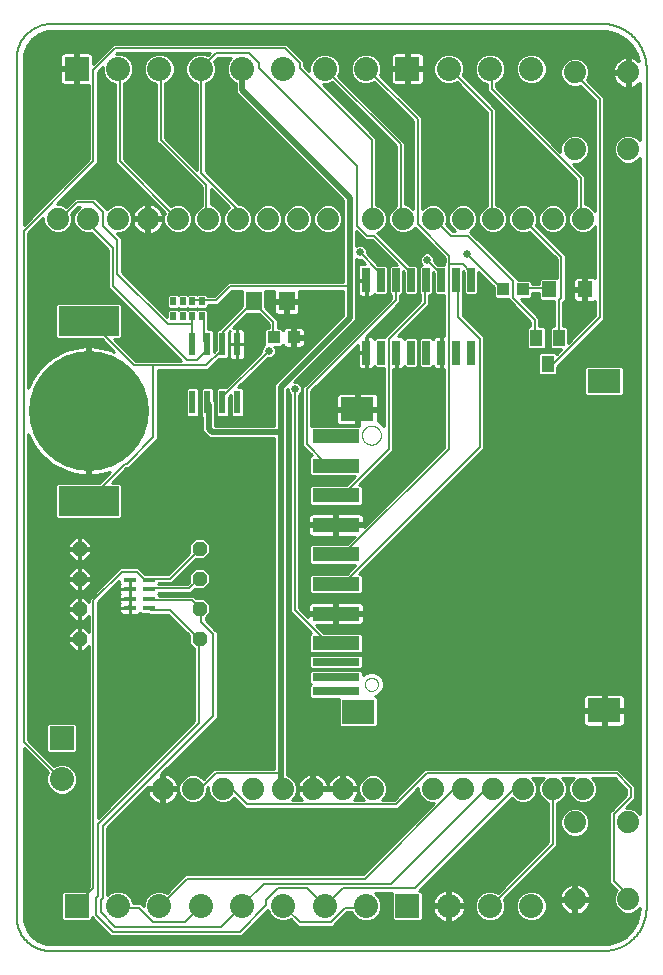
<source format=gtl>
G75*
%MOIN*%
%OFA0B0*%
%FSLAX25Y25*%
%IPPOS*%
%LPD*%
%AMOC8*
5,1,8,0,0,1.08239X$1,22.5*
%
%ADD10C,0.00600*%
%ADD11C,0.07400*%
%ADD12R,0.02600X0.08000*%
%ADD13R,0.11024X0.07874*%
%ADD14R,0.15748X0.02756*%
%ADD15R,0.15748X0.04724*%
%ADD16C,0.00000*%
%ADD17OC8,0.04800*%
%ADD18R,0.04724X0.05512*%
%ADD19R,0.03937X0.04331*%
%ADD20R,0.04331X0.03937*%
%ADD21R,0.03937X0.05512*%
%ADD22R,0.05512X0.06299*%
%ADD23R,0.02100X0.07800*%
%ADD24R,0.08000X0.08000*%
%ADD25C,0.08000*%
%ADD26R,0.01969X0.02559*%
%ADD27R,0.04331X0.01600*%
%ADD28R,0.20000X0.10000*%
%ADD29C,0.40000*%
%ADD30C,0.01000*%
%ADD31OC8,0.02600*%
%ADD32C,0.00800*%
%ADD33C,0.02000*%
%ADD34C,0.02600*%
D10*
X0031289Y0017711D02*
X0031289Y0303989D01*
X0031290Y0303989D02*
X0031293Y0304266D01*
X0031303Y0304543D01*
X0031320Y0304819D01*
X0031344Y0305095D01*
X0031374Y0305371D01*
X0031410Y0305645D01*
X0031454Y0305919D01*
X0031504Y0306191D01*
X0031560Y0306462D01*
X0031623Y0306732D01*
X0031693Y0307000D01*
X0031769Y0307267D01*
X0031851Y0307531D01*
X0031940Y0307793D01*
X0032035Y0308053D01*
X0032136Y0308311D01*
X0032244Y0308567D01*
X0032357Y0308819D01*
X0032477Y0309069D01*
X0032603Y0309316D01*
X0032735Y0309559D01*
X0032872Y0309800D01*
X0033015Y0310037D01*
X0033164Y0310270D01*
X0033319Y0310500D01*
X0033479Y0310726D01*
X0033645Y0310948D01*
X0033815Y0311166D01*
X0033991Y0311380D01*
X0034173Y0311590D01*
X0034359Y0311795D01*
X0034550Y0311995D01*
X0034746Y0312191D01*
X0034946Y0312382D01*
X0035151Y0312568D01*
X0035361Y0312750D01*
X0035575Y0312926D01*
X0035793Y0313096D01*
X0036015Y0313262D01*
X0036241Y0313422D01*
X0036471Y0313577D01*
X0036704Y0313726D01*
X0036941Y0313869D01*
X0037182Y0314006D01*
X0037425Y0314138D01*
X0037672Y0314264D01*
X0037922Y0314384D01*
X0038174Y0314497D01*
X0038430Y0314605D01*
X0038688Y0314706D01*
X0038948Y0314801D01*
X0039210Y0314890D01*
X0039474Y0314972D01*
X0039741Y0315048D01*
X0040009Y0315118D01*
X0040279Y0315181D01*
X0040550Y0315237D01*
X0040822Y0315287D01*
X0041096Y0315331D01*
X0041370Y0315367D01*
X0041646Y0315397D01*
X0041922Y0315421D01*
X0042198Y0315438D01*
X0042475Y0315448D01*
X0042752Y0315451D01*
X0226459Y0315451D01*
X0226816Y0315447D01*
X0227174Y0315434D01*
X0227530Y0315412D01*
X0227887Y0315382D01*
X0228242Y0315343D01*
X0228596Y0315296D01*
X0228949Y0315240D01*
X0229301Y0315175D01*
X0229651Y0315103D01*
X0229999Y0315021D01*
X0230345Y0314931D01*
X0230688Y0314833D01*
X0231030Y0314727D01*
X0231368Y0314613D01*
X0231704Y0314490D01*
X0232037Y0314359D01*
X0232366Y0314220D01*
X0232692Y0314074D01*
X0233014Y0313919D01*
X0233333Y0313757D01*
X0233647Y0313587D01*
X0233957Y0313409D01*
X0234263Y0313224D01*
X0234565Y0313032D01*
X0234861Y0312833D01*
X0235153Y0312626D01*
X0235440Y0312413D01*
X0235721Y0312192D01*
X0235997Y0311965D01*
X0236267Y0311731D01*
X0236532Y0311491D01*
X0236791Y0311244D01*
X0237043Y0310992D01*
X0237290Y0310733D01*
X0237530Y0310468D01*
X0237764Y0310198D01*
X0237991Y0309922D01*
X0238212Y0309641D01*
X0238425Y0309354D01*
X0238632Y0309062D01*
X0238831Y0308766D01*
X0239023Y0308464D01*
X0239208Y0308158D01*
X0239386Y0307848D01*
X0239556Y0307534D01*
X0239718Y0307215D01*
X0239873Y0306893D01*
X0240019Y0306567D01*
X0240158Y0306238D01*
X0240289Y0305905D01*
X0240412Y0305569D01*
X0240526Y0305231D01*
X0240632Y0304889D01*
X0240730Y0304546D01*
X0240820Y0304200D01*
X0240902Y0303852D01*
X0240974Y0303502D01*
X0241039Y0303150D01*
X0241095Y0302797D01*
X0241142Y0302443D01*
X0241181Y0302088D01*
X0241211Y0301731D01*
X0241233Y0301375D01*
X0241246Y0301017D01*
X0241250Y0300660D01*
X0241250Y0020752D01*
X0241246Y0020408D01*
X0241233Y0020063D01*
X0241213Y0019720D01*
X0241183Y0019376D01*
X0241146Y0019034D01*
X0241100Y0018693D01*
X0241047Y0018353D01*
X0240984Y0018014D01*
X0240914Y0017677D01*
X0240836Y0017341D01*
X0240749Y0017008D01*
X0240655Y0016677D01*
X0240552Y0016348D01*
X0240442Y0016022D01*
X0240324Y0015698D01*
X0240198Y0015378D01*
X0240064Y0015060D01*
X0239923Y0014746D01*
X0239774Y0014436D01*
X0239618Y0014129D01*
X0239454Y0013826D01*
X0239283Y0013527D01*
X0239105Y0013232D01*
X0238919Y0012942D01*
X0238727Y0012656D01*
X0238528Y0012375D01*
X0238322Y0012099D01*
X0238110Y0011828D01*
X0237891Y0011562D01*
X0237666Y0011301D01*
X0237434Y0011046D01*
X0237197Y0010797D01*
X0236953Y0010553D01*
X0236704Y0010316D01*
X0236449Y0010084D01*
X0236188Y0009859D01*
X0235922Y0009640D01*
X0235651Y0009428D01*
X0235375Y0009222D01*
X0235094Y0009023D01*
X0234808Y0008831D01*
X0234518Y0008645D01*
X0234223Y0008467D01*
X0233924Y0008296D01*
X0233621Y0008132D01*
X0233314Y0007976D01*
X0233004Y0007827D01*
X0232690Y0007686D01*
X0232372Y0007552D01*
X0232052Y0007426D01*
X0231728Y0007308D01*
X0231402Y0007198D01*
X0231073Y0007095D01*
X0230742Y0007001D01*
X0230409Y0006914D01*
X0230073Y0006836D01*
X0229736Y0006766D01*
X0229397Y0006703D01*
X0229057Y0006650D01*
X0228716Y0006604D01*
X0228374Y0006567D01*
X0228030Y0006537D01*
X0227687Y0006517D01*
X0227342Y0006504D01*
X0226998Y0006500D01*
X0042500Y0006500D01*
X0042225Y0006503D01*
X0041950Y0006514D01*
X0041675Y0006530D01*
X0041401Y0006554D01*
X0041128Y0006584D01*
X0040855Y0006621D01*
X0040583Y0006665D01*
X0040313Y0006715D01*
X0040044Y0006772D01*
X0039776Y0006836D01*
X0039510Y0006906D01*
X0039246Y0006983D01*
X0038983Y0007066D01*
X0038723Y0007155D01*
X0038465Y0007251D01*
X0038210Y0007353D01*
X0037957Y0007462D01*
X0037707Y0007576D01*
X0037459Y0007697D01*
X0037215Y0007824D01*
X0036974Y0007956D01*
X0036736Y0008095D01*
X0036502Y0008239D01*
X0036272Y0008389D01*
X0036045Y0008545D01*
X0035822Y0008706D01*
X0035603Y0008873D01*
X0035388Y0009045D01*
X0035177Y0009222D01*
X0034971Y0009404D01*
X0034770Y0009591D01*
X0034573Y0009784D01*
X0034380Y0009981D01*
X0034193Y0010182D01*
X0034011Y0010388D01*
X0033834Y0010599D01*
X0033662Y0010814D01*
X0033495Y0011033D01*
X0033334Y0011256D01*
X0033178Y0011483D01*
X0033028Y0011713D01*
X0032884Y0011947D01*
X0032745Y0012185D01*
X0032613Y0012426D01*
X0032486Y0012670D01*
X0032365Y0012918D01*
X0032251Y0013168D01*
X0032142Y0013421D01*
X0032040Y0013676D01*
X0031944Y0013934D01*
X0031855Y0014194D01*
X0031772Y0014457D01*
X0031695Y0014721D01*
X0031625Y0014987D01*
X0031561Y0015255D01*
X0031504Y0015524D01*
X0031454Y0015794D01*
X0031410Y0016066D01*
X0031373Y0016339D01*
X0031343Y0016612D01*
X0031319Y0016886D01*
X0031303Y0017161D01*
X0031292Y0017436D01*
X0031289Y0017711D01*
D11*
X0080000Y0060500D03*
X0090000Y0060500D03*
X0100000Y0060500D03*
X0110000Y0060500D03*
X0120000Y0060500D03*
X0130000Y0060500D03*
X0140000Y0060500D03*
X0150000Y0060500D03*
X0170000Y0060500D03*
X0180000Y0060500D03*
X0190000Y0060500D03*
X0200000Y0060500D03*
X0210000Y0060500D03*
X0220000Y0060500D03*
X0217350Y0049300D03*
X0235150Y0049300D03*
X0235150Y0023700D03*
X0217350Y0023700D03*
X0220000Y0250500D03*
X0210000Y0250500D03*
X0200000Y0250500D03*
X0190000Y0250500D03*
X0180000Y0250500D03*
X0170000Y0250500D03*
X0160000Y0250500D03*
X0150000Y0250500D03*
X0135000Y0250500D03*
X0125000Y0250500D03*
X0115000Y0250500D03*
X0105000Y0250500D03*
X0095000Y0250500D03*
X0085000Y0250500D03*
X0075000Y0250500D03*
X0065000Y0250500D03*
X0055000Y0250500D03*
X0045000Y0250500D03*
X0217350Y0273700D03*
X0235150Y0273700D03*
X0235150Y0299300D03*
X0217350Y0299300D03*
D12*
X0182750Y0230100D03*
X0177750Y0230100D03*
X0172750Y0230100D03*
X0167750Y0230100D03*
X0162750Y0230100D03*
X0157750Y0230100D03*
X0152750Y0230100D03*
X0147750Y0230100D03*
X0147750Y0205900D03*
X0152750Y0205900D03*
X0157750Y0205900D03*
X0162750Y0205900D03*
X0167750Y0205900D03*
X0172750Y0205900D03*
X0177750Y0205900D03*
X0182750Y0205900D03*
D13*
X0144793Y0187063D03*
X0145187Y0086276D03*
X0227077Y0086669D03*
X0227077Y0196512D03*
D14*
X0137707Y0102811D03*
X0137707Y0097693D03*
X0137707Y0092969D03*
D15*
X0137707Y0109110D03*
X0137707Y0118953D03*
X0137707Y0128795D03*
X0137707Y0138638D03*
X0137707Y0148480D03*
X0137707Y0158323D03*
X0137707Y0168165D03*
X0137707Y0178008D03*
D16*
X0146368Y0178402D02*
X0146370Y0178514D01*
X0146376Y0178625D01*
X0146386Y0178737D01*
X0146400Y0178848D01*
X0146417Y0178958D01*
X0146439Y0179068D01*
X0146465Y0179177D01*
X0146494Y0179285D01*
X0146527Y0179391D01*
X0146564Y0179497D01*
X0146605Y0179601D01*
X0146650Y0179704D01*
X0146698Y0179805D01*
X0146749Y0179904D01*
X0146804Y0180001D01*
X0146863Y0180096D01*
X0146924Y0180190D01*
X0146989Y0180281D01*
X0147058Y0180369D01*
X0147129Y0180455D01*
X0147203Y0180539D01*
X0147281Y0180619D01*
X0147361Y0180697D01*
X0147444Y0180773D01*
X0147529Y0180845D01*
X0147617Y0180914D01*
X0147707Y0180980D01*
X0147800Y0181042D01*
X0147895Y0181102D01*
X0147992Y0181158D01*
X0148090Y0181210D01*
X0148191Y0181259D01*
X0148293Y0181304D01*
X0148397Y0181346D01*
X0148502Y0181384D01*
X0148609Y0181418D01*
X0148716Y0181448D01*
X0148825Y0181475D01*
X0148934Y0181497D01*
X0149045Y0181516D01*
X0149155Y0181531D01*
X0149267Y0181542D01*
X0149378Y0181549D01*
X0149490Y0181552D01*
X0149602Y0181551D01*
X0149714Y0181546D01*
X0149825Y0181537D01*
X0149936Y0181524D01*
X0150047Y0181507D01*
X0150157Y0181487D01*
X0150266Y0181462D01*
X0150374Y0181434D01*
X0150481Y0181401D01*
X0150587Y0181365D01*
X0150691Y0181325D01*
X0150794Y0181282D01*
X0150896Y0181235D01*
X0150995Y0181184D01*
X0151093Y0181130D01*
X0151189Y0181072D01*
X0151283Y0181011D01*
X0151374Y0180947D01*
X0151463Y0180880D01*
X0151550Y0180809D01*
X0151634Y0180735D01*
X0151716Y0180659D01*
X0151794Y0180579D01*
X0151870Y0180497D01*
X0151943Y0180412D01*
X0152013Y0180325D01*
X0152079Y0180235D01*
X0152143Y0180143D01*
X0152203Y0180049D01*
X0152260Y0179953D01*
X0152313Y0179854D01*
X0152363Y0179754D01*
X0152409Y0179653D01*
X0152452Y0179549D01*
X0152491Y0179444D01*
X0152526Y0179338D01*
X0152557Y0179231D01*
X0152585Y0179122D01*
X0152608Y0179013D01*
X0152628Y0178903D01*
X0152644Y0178792D01*
X0152656Y0178681D01*
X0152664Y0178570D01*
X0152668Y0178458D01*
X0152668Y0178346D01*
X0152664Y0178234D01*
X0152656Y0178123D01*
X0152644Y0178012D01*
X0152628Y0177901D01*
X0152608Y0177791D01*
X0152585Y0177682D01*
X0152557Y0177573D01*
X0152526Y0177466D01*
X0152491Y0177360D01*
X0152452Y0177255D01*
X0152409Y0177151D01*
X0152363Y0177050D01*
X0152313Y0176950D01*
X0152260Y0176851D01*
X0152203Y0176755D01*
X0152143Y0176661D01*
X0152079Y0176569D01*
X0152013Y0176479D01*
X0151943Y0176392D01*
X0151870Y0176307D01*
X0151794Y0176225D01*
X0151716Y0176145D01*
X0151634Y0176069D01*
X0151550Y0175995D01*
X0151463Y0175924D01*
X0151374Y0175857D01*
X0151283Y0175793D01*
X0151189Y0175732D01*
X0151093Y0175674D01*
X0150995Y0175620D01*
X0150896Y0175569D01*
X0150794Y0175522D01*
X0150691Y0175479D01*
X0150587Y0175439D01*
X0150481Y0175403D01*
X0150374Y0175370D01*
X0150266Y0175342D01*
X0150157Y0175317D01*
X0150047Y0175297D01*
X0149936Y0175280D01*
X0149825Y0175267D01*
X0149714Y0175258D01*
X0149602Y0175253D01*
X0149490Y0175252D01*
X0149378Y0175255D01*
X0149267Y0175262D01*
X0149155Y0175273D01*
X0149045Y0175288D01*
X0148934Y0175307D01*
X0148825Y0175329D01*
X0148716Y0175356D01*
X0148609Y0175386D01*
X0148502Y0175420D01*
X0148397Y0175458D01*
X0148293Y0175500D01*
X0148191Y0175545D01*
X0148090Y0175594D01*
X0147992Y0175646D01*
X0147895Y0175702D01*
X0147800Y0175762D01*
X0147707Y0175824D01*
X0147617Y0175890D01*
X0147529Y0175959D01*
X0147444Y0176031D01*
X0147361Y0176107D01*
X0147281Y0176185D01*
X0147203Y0176265D01*
X0147129Y0176349D01*
X0147058Y0176435D01*
X0146989Y0176523D01*
X0146924Y0176614D01*
X0146863Y0176708D01*
X0146804Y0176803D01*
X0146749Y0176900D01*
X0146698Y0176999D01*
X0146650Y0177100D01*
X0146605Y0177203D01*
X0146564Y0177307D01*
X0146527Y0177413D01*
X0146494Y0177519D01*
X0146465Y0177627D01*
X0146439Y0177736D01*
X0146417Y0177846D01*
X0146400Y0177956D01*
X0146386Y0178067D01*
X0146376Y0178179D01*
X0146370Y0178290D01*
X0146368Y0178402D01*
X0147353Y0095331D02*
X0147355Y0095424D01*
X0147361Y0095516D01*
X0147371Y0095608D01*
X0147385Y0095699D01*
X0147402Y0095790D01*
X0147424Y0095880D01*
X0147449Y0095969D01*
X0147478Y0096057D01*
X0147511Y0096143D01*
X0147548Y0096228D01*
X0147588Y0096312D01*
X0147632Y0096393D01*
X0147679Y0096473D01*
X0147729Y0096551D01*
X0147783Y0096626D01*
X0147840Y0096699D01*
X0147900Y0096769D01*
X0147963Y0096837D01*
X0148029Y0096902D01*
X0148097Y0096964D01*
X0148168Y0097024D01*
X0148242Y0097080D01*
X0148318Y0097133D01*
X0148396Y0097182D01*
X0148476Y0097229D01*
X0148558Y0097271D01*
X0148642Y0097311D01*
X0148727Y0097346D01*
X0148814Y0097378D01*
X0148902Y0097407D01*
X0148991Y0097431D01*
X0149081Y0097452D01*
X0149172Y0097468D01*
X0149264Y0097481D01*
X0149356Y0097490D01*
X0149449Y0097495D01*
X0149541Y0097496D01*
X0149634Y0097493D01*
X0149726Y0097486D01*
X0149818Y0097475D01*
X0149909Y0097460D01*
X0150000Y0097442D01*
X0150090Y0097419D01*
X0150178Y0097393D01*
X0150266Y0097363D01*
X0150352Y0097329D01*
X0150436Y0097292D01*
X0150519Y0097250D01*
X0150600Y0097206D01*
X0150680Y0097158D01*
X0150757Y0097107D01*
X0150831Y0097052D01*
X0150904Y0096994D01*
X0150974Y0096934D01*
X0151041Y0096870D01*
X0151105Y0096804D01*
X0151167Y0096734D01*
X0151225Y0096663D01*
X0151280Y0096589D01*
X0151332Y0096512D01*
X0151381Y0096433D01*
X0151427Y0096353D01*
X0151469Y0096270D01*
X0151507Y0096186D01*
X0151542Y0096100D01*
X0151573Y0096013D01*
X0151600Y0095925D01*
X0151623Y0095835D01*
X0151643Y0095745D01*
X0151659Y0095654D01*
X0151671Y0095562D01*
X0151679Y0095470D01*
X0151683Y0095377D01*
X0151683Y0095285D01*
X0151679Y0095192D01*
X0151671Y0095100D01*
X0151659Y0095008D01*
X0151643Y0094917D01*
X0151623Y0094827D01*
X0151600Y0094737D01*
X0151573Y0094649D01*
X0151542Y0094562D01*
X0151507Y0094476D01*
X0151469Y0094392D01*
X0151427Y0094309D01*
X0151381Y0094229D01*
X0151332Y0094150D01*
X0151280Y0094073D01*
X0151225Y0093999D01*
X0151167Y0093928D01*
X0151105Y0093858D01*
X0151041Y0093792D01*
X0150974Y0093728D01*
X0150904Y0093668D01*
X0150831Y0093610D01*
X0150757Y0093555D01*
X0150680Y0093504D01*
X0150601Y0093456D01*
X0150519Y0093412D01*
X0150436Y0093370D01*
X0150352Y0093333D01*
X0150266Y0093299D01*
X0150178Y0093269D01*
X0150090Y0093243D01*
X0150000Y0093220D01*
X0149909Y0093202D01*
X0149818Y0093187D01*
X0149726Y0093176D01*
X0149634Y0093169D01*
X0149541Y0093166D01*
X0149449Y0093167D01*
X0149356Y0093172D01*
X0149264Y0093181D01*
X0149172Y0093194D01*
X0149081Y0093210D01*
X0148991Y0093231D01*
X0148902Y0093255D01*
X0148814Y0093284D01*
X0148727Y0093316D01*
X0148642Y0093351D01*
X0148558Y0093391D01*
X0148476Y0093433D01*
X0148396Y0093480D01*
X0148318Y0093529D01*
X0148242Y0093582D01*
X0148168Y0093638D01*
X0148097Y0093698D01*
X0148029Y0093760D01*
X0147963Y0093825D01*
X0147900Y0093893D01*
X0147840Y0093963D01*
X0147783Y0094036D01*
X0147729Y0094111D01*
X0147679Y0094189D01*
X0147632Y0094269D01*
X0147588Y0094350D01*
X0147548Y0094434D01*
X0147511Y0094519D01*
X0147478Y0094605D01*
X0147449Y0094693D01*
X0147424Y0094782D01*
X0147402Y0094872D01*
X0147385Y0094963D01*
X0147371Y0095054D01*
X0147361Y0095146D01*
X0147355Y0095238D01*
X0147353Y0095331D01*
D17*
X0092250Y0110500D03*
X0092250Y0120500D03*
X0092250Y0130500D03*
X0092250Y0140500D03*
X0052250Y0140500D03*
X0052250Y0130500D03*
X0052250Y0120500D03*
X0052250Y0110500D03*
D18*
X0208844Y0227000D03*
X0220656Y0227000D03*
D19*
X0200096Y0227000D03*
X0193404Y0227000D03*
D20*
X0123596Y0211000D03*
X0116904Y0211000D03*
D21*
X0204510Y0210831D03*
X0211990Y0210831D03*
X0208250Y0202169D03*
D22*
X0121262Y0223000D03*
X0110238Y0223000D03*
D23*
X0104750Y0208700D03*
X0099750Y0208700D03*
X0094750Y0208700D03*
X0089750Y0208700D03*
X0089750Y0189300D03*
X0094750Y0189300D03*
X0099750Y0189300D03*
X0104750Y0189300D03*
D24*
X0051250Y0300500D03*
X0161486Y0300500D03*
X0046250Y0077500D03*
X0051250Y0021500D03*
X0161486Y0021500D03*
D25*
X0175266Y0021500D03*
X0189045Y0021500D03*
X0202825Y0021500D03*
X0147707Y0021500D03*
X0133927Y0021500D03*
X0120148Y0021500D03*
X0106368Y0021500D03*
X0092589Y0021500D03*
X0078809Y0021500D03*
X0065030Y0021500D03*
X0046250Y0063720D03*
X0065030Y0300500D03*
X0078809Y0300500D03*
X0092589Y0300500D03*
X0106368Y0300500D03*
X0120148Y0300500D03*
X0133927Y0300500D03*
X0147707Y0300500D03*
X0175266Y0300500D03*
X0189045Y0300500D03*
X0202825Y0300500D03*
D26*
X0092974Y0222961D03*
X0089825Y0222961D03*
X0086675Y0222961D03*
X0083526Y0222961D03*
X0083526Y0218039D03*
X0086675Y0218039D03*
X0089825Y0218039D03*
X0092974Y0218039D03*
D27*
X0075400Y0130224D03*
X0075400Y0127075D03*
X0075400Y0123925D03*
X0075400Y0120776D03*
X0069100Y0120776D03*
X0069100Y0123925D03*
X0069100Y0127075D03*
X0069100Y0130224D03*
D28*
X0055250Y0156500D03*
X0055250Y0216500D03*
D29*
X0055250Y0186500D03*
D30*
X0055750Y0187000D02*
X0054750Y0187000D01*
X0054750Y0208000D01*
X0054405Y0208000D01*
X0052721Y0207867D01*
X0051052Y0207603D01*
X0049410Y0207209D01*
X0047803Y0206687D01*
X0046242Y0206040D01*
X0044737Y0205273D01*
X0043296Y0204390D01*
X0041929Y0203397D01*
X0040645Y0202300D01*
X0039450Y0201105D01*
X0038353Y0199821D01*
X0037360Y0198454D01*
X0036477Y0197013D01*
X0035710Y0195508D01*
X0035150Y0194156D01*
X0035150Y0245879D01*
X0040200Y0250929D01*
X0040200Y0249545D01*
X0040931Y0247781D01*
X0042281Y0246431D01*
X0044045Y0245700D01*
X0045955Y0245700D01*
X0047719Y0246431D01*
X0049069Y0247781D01*
X0049800Y0249545D01*
X0049800Y0251455D01*
X0049485Y0252214D01*
X0051871Y0254600D01*
X0052355Y0254600D01*
X0052281Y0254569D01*
X0050931Y0253219D01*
X0050200Y0251455D01*
X0050200Y0249545D01*
X0050931Y0247781D01*
X0052281Y0246431D01*
X0054045Y0245700D01*
X0055955Y0245700D01*
X0056219Y0245810D01*
X0061750Y0240279D01*
X0061750Y0227479D01*
X0062629Y0226600D01*
X0086029Y0203200D01*
X0071071Y0203200D01*
X0063871Y0210400D01*
X0065706Y0210400D01*
X0066350Y0211044D01*
X0066350Y0221956D01*
X0065706Y0222600D01*
X0044794Y0222600D01*
X0044150Y0221956D01*
X0044150Y0211044D01*
X0044794Y0210400D01*
X0059629Y0210400D01*
X0063798Y0206231D01*
X0062697Y0206687D01*
X0061090Y0207209D01*
X0059448Y0207603D01*
X0057779Y0207867D01*
X0056095Y0208000D01*
X0055750Y0208000D01*
X0055750Y0187000D01*
X0055750Y0187231D02*
X0054750Y0187231D01*
X0054750Y0188229D02*
X0055750Y0188229D01*
X0055750Y0189228D02*
X0054750Y0189228D01*
X0054750Y0190226D02*
X0055750Y0190226D01*
X0055750Y0191225D02*
X0054750Y0191225D01*
X0054750Y0192223D02*
X0055750Y0192223D01*
X0055750Y0193222D02*
X0054750Y0193222D01*
X0054750Y0194220D02*
X0055750Y0194220D01*
X0055750Y0195219D02*
X0054750Y0195219D01*
X0054750Y0196217D02*
X0055750Y0196217D01*
X0055750Y0197216D02*
X0054750Y0197216D01*
X0054750Y0198214D02*
X0055750Y0198214D01*
X0055750Y0199213D02*
X0054750Y0199213D01*
X0054750Y0200211D02*
X0055750Y0200211D01*
X0055750Y0201210D02*
X0054750Y0201210D01*
X0054750Y0202208D02*
X0055750Y0202208D01*
X0055750Y0203207D02*
X0054750Y0203207D01*
X0054750Y0204205D02*
X0055750Y0204205D01*
X0055750Y0205204D02*
X0054750Y0205204D01*
X0054750Y0206202D02*
X0055750Y0206202D01*
X0055750Y0207201D02*
X0054750Y0207201D01*
X0059832Y0210196D02*
X0035150Y0210196D01*
X0035150Y0209198D02*
X0060831Y0209198D01*
X0061829Y0208199D02*
X0035150Y0208199D01*
X0035150Y0207201D02*
X0049385Y0207201D01*
X0046633Y0206202D02*
X0035150Y0206202D01*
X0035150Y0205204D02*
X0044623Y0205204D01*
X0043041Y0204205D02*
X0035150Y0204205D01*
X0035150Y0203207D02*
X0041706Y0203207D01*
X0040553Y0202208D02*
X0035150Y0202208D01*
X0035150Y0201210D02*
X0039554Y0201210D01*
X0038686Y0200211D02*
X0035150Y0200211D01*
X0035150Y0199213D02*
X0037911Y0199213D01*
X0037213Y0198214D02*
X0035150Y0198214D01*
X0035150Y0197216D02*
X0036601Y0197216D01*
X0036071Y0196217D02*
X0035150Y0196217D01*
X0035150Y0195219D02*
X0035590Y0195219D01*
X0035176Y0194220D02*
X0035150Y0194220D01*
X0035150Y0178844D02*
X0035710Y0177492D01*
X0036477Y0175987D01*
X0037360Y0174546D01*
X0038353Y0173179D01*
X0039450Y0171895D01*
X0040645Y0170700D01*
X0041929Y0169603D01*
X0043296Y0168610D01*
X0044737Y0167727D01*
X0046242Y0166960D01*
X0047803Y0166313D01*
X0049410Y0165791D01*
X0051052Y0165397D01*
X0052721Y0165133D01*
X0054405Y0165000D01*
X0054750Y0165000D01*
X0054750Y0186000D01*
X0055750Y0186000D01*
X0055750Y0165000D01*
X0056095Y0165000D01*
X0057779Y0165133D01*
X0059448Y0165397D01*
X0061090Y0165791D01*
X0062467Y0166239D01*
X0058829Y0162600D01*
X0044794Y0162600D01*
X0044150Y0161956D01*
X0044150Y0151044D01*
X0044794Y0150400D01*
X0065706Y0150400D01*
X0066350Y0151044D01*
X0066350Y0161956D01*
X0065706Y0162600D01*
X0063071Y0162600D01*
X0067871Y0167400D01*
X0068671Y0167400D01*
X0077471Y0176200D01*
X0078350Y0177079D01*
X0078350Y0200200D01*
X0095071Y0200200D01*
X0095950Y0201079D01*
X0098571Y0203700D01*
X0101256Y0203700D01*
X0101900Y0204344D01*
X0101900Y0212629D01*
X0102248Y0212977D01*
X0102200Y0212797D01*
X0102200Y0208725D01*
X0104725Y0208725D01*
X0104725Y0214100D01*
X0103503Y0214100D01*
X0103323Y0214052D01*
X0108022Y0218750D01*
X0112078Y0218750D01*
X0115350Y0215479D01*
X0115350Y0214068D01*
X0114283Y0214068D01*
X0113638Y0213424D01*
X0113638Y0208576D01*
X0113785Y0208429D01*
X0113215Y0207859D01*
X0112850Y0206977D01*
X0112850Y0206221D01*
X0100929Y0194300D01*
X0098244Y0194300D01*
X0097600Y0193656D01*
X0097600Y0184944D01*
X0098244Y0184300D01*
X0101256Y0184300D01*
X0101900Y0184944D01*
X0101900Y0191029D01*
X0102600Y0191729D01*
X0102600Y0184944D01*
X0103244Y0184300D01*
X0106256Y0184300D01*
X0106900Y0184944D01*
X0106900Y0193656D01*
X0106256Y0194300D01*
X0105171Y0194300D01*
X0114971Y0204100D01*
X0115727Y0204100D01*
X0116609Y0204465D01*
X0117285Y0205141D01*
X0117650Y0206023D01*
X0117650Y0206977D01*
X0117285Y0207859D01*
X0117213Y0207931D01*
X0119525Y0207931D01*
X0120038Y0208445D01*
X0120231Y0208110D01*
X0120510Y0207831D01*
X0120852Y0207634D01*
X0121234Y0207531D01*
X0123112Y0207531D01*
X0123112Y0210516D01*
X0124081Y0210516D01*
X0124081Y0211484D01*
X0127262Y0211484D01*
X0127262Y0213166D01*
X0127160Y0213547D01*
X0126962Y0213890D01*
X0126683Y0214169D01*
X0126341Y0214366D01*
X0125959Y0214468D01*
X0124081Y0214468D01*
X0124081Y0211484D01*
X0123112Y0211484D01*
X0123112Y0214468D01*
X0121234Y0214468D01*
X0120852Y0214366D01*
X0120510Y0214169D01*
X0120231Y0213890D01*
X0120038Y0213555D01*
X0119525Y0214068D01*
X0118350Y0214068D01*
X0118350Y0216721D01*
X0114094Y0220977D01*
X0114094Y0226600D01*
X0117074Y0226600D01*
X0117006Y0226347D01*
X0117006Y0223500D01*
X0120762Y0223500D01*
X0120762Y0222500D01*
X0121762Y0222500D01*
X0121762Y0223500D01*
X0125518Y0223500D01*
X0125518Y0226347D01*
X0125450Y0226600D01*
X0140150Y0226600D01*
X0140150Y0218370D01*
X0117150Y0195370D01*
X0117150Y0181600D01*
X0097350Y0181600D01*
X0097350Y0188261D01*
X0097492Y0188875D01*
X0097350Y0189102D01*
X0097350Y0189370D01*
X0096904Y0189816D01*
X0096900Y0189822D01*
X0096900Y0193656D01*
X0096256Y0194300D01*
X0093244Y0194300D01*
X0092600Y0193656D01*
X0092600Y0189322D01*
X0092508Y0188925D01*
X0092600Y0188778D01*
X0092600Y0184944D01*
X0093150Y0184394D01*
X0093150Y0179630D01*
X0094380Y0178400D01*
X0095380Y0177400D01*
X0117150Y0177400D01*
X0117150Y0067200D01*
X0097029Y0067200D01*
X0096150Y0066321D01*
X0093558Y0063730D01*
X0092719Y0064569D01*
X0090955Y0065300D01*
X0089045Y0065300D01*
X0087281Y0064569D01*
X0085931Y0063219D01*
X0085200Y0061455D01*
X0085200Y0059545D01*
X0085931Y0057781D01*
X0087281Y0056431D01*
X0089045Y0055700D01*
X0090955Y0055700D01*
X0092719Y0056431D01*
X0094069Y0057781D01*
X0094800Y0059545D01*
X0094800Y0060729D01*
X0095200Y0061129D01*
X0095200Y0059545D01*
X0095931Y0057781D01*
X0097281Y0056431D01*
X0099045Y0055700D01*
X0100955Y0055700D01*
X0102719Y0056431D01*
X0103758Y0057470D01*
X0106550Y0054679D01*
X0107429Y0053800D01*
X0158271Y0053800D01*
X0165200Y0060729D01*
X0165200Y0059545D01*
X0165931Y0057781D01*
X0167281Y0056431D01*
X0169045Y0055700D01*
X0170329Y0055700D01*
X0146629Y0032000D01*
X0087429Y0032000D01*
X0081383Y0025954D01*
X0079824Y0026600D01*
X0077795Y0026600D01*
X0075920Y0025824D01*
X0074485Y0024389D01*
X0073709Y0022514D01*
X0073709Y0021362D01*
X0072671Y0022400D01*
X0070130Y0022400D01*
X0070130Y0022514D01*
X0069353Y0024389D01*
X0067918Y0025824D01*
X0066044Y0026600D01*
X0064015Y0026600D01*
X0062141Y0025824D01*
X0061550Y0025233D01*
X0061550Y0047479D01*
X0075071Y0061000D01*
X0079500Y0061000D01*
X0079500Y0065429D01*
X0098350Y0084279D01*
X0098350Y0112721D01*
X0097471Y0113600D01*
X0094350Y0116721D01*
X0094350Y0117650D01*
X0095750Y0119050D01*
X0095750Y0121950D01*
X0093700Y0124000D01*
X0091071Y0124000D01*
X0090271Y0124800D01*
X0078665Y0124800D01*
X0078665Y0125181D01*
X0078346Y0125500D01*
X0078646Y0125800D01*
X0089471Y0125800D01*
X0090736Y0127064D01*
X0090800Y0127000D01*
X0093700Y0127000D01*
X0095750Y0129050D01*
X0095750Y0131950D01*
X0093700Y0134000D01*
X0090800Y0134000D01*
X0088750Y0131950D01*
X0088750Y0129321D01*
X0088229Y0128800D01*
X0078496Y0128800D01*
X0078665Y0128969D01*
X0078665Y0129000D01*
X0083071Y0129000D01*
X0091071Y0137000D01*
X0093700Y0137000D01*
X0095750Y0139050D01*
X0095750Y0141950D01*
X0093700Y0144000D01*
X0090800Y0144000D01*
X0088750Y0141950D01*
X0088750Y0139050D01*
X0088814Y0138986D01*
X0081829Y0132000D01*
X0078145Y0132000D01*
X0078021Y0132124D01*
X0074147Y0132124D01*
X0072750Y0133521D01*
X0071871Y0134400D01*
X0065829Y0134400D01*
X0056229Y0124800D01*
X0055350Y0123921D01*
X0055350Y0122915D01*
X0053865Y0124400D01*
X0052550Y0124400D01*
X0052550Y0120800D01*
X0051950Y0120800D01*
X0051950Y0124400D01*
X0050635Y0124400D01*
X0048350Y0122115D01*
X0048350Y0120800D01*
X0051950Y0120800D01*
X0051950Y0120200D01*
X0052550Y0120200D01*
X0052550Y0116600D01*
X0053865Y0116600D01*
X0055350Y0118085D01*
X0055350Y0112915D01*
X0053865Y0114400D01*
X0052550Y0114400D01*
X0052550Y0110800D01*
X0051950Y0110800D01*
X0051950Y0114400D01*
X0050635Y0114400D01*
X0048350Y0112115D01*
X0048350Y0110800D01*
X0051950Y0110800D01*
X0051950Y0110200D01*
X0052550Y0110200D01*
X0052550Y0106600D01*
X0053865Y0106600D01*
X0055350Y0108085D01*
X0055350Y0027921D01*
X0054029Y0026600D01*
X0046794Y0026600D01*
X0046150Y0025956D01*
X0046150Y0017044D01*
X0046794Y0016400D01*
X0055706Y0016400D01*
X0056350Y0017044D01*
X0056350Y0017679D01*
X0061750Y0012279D01*
X0062629Y0011400D01*
X0106271Y0011400D01*
X0115071Y0020200D01*
X0115138Y0020267D01*
X0115824Y0018611D01*
X0117259Y0017176D01*
X0119133Y0016400D01*
X0121162Y0016400D01*
X0122623Y0017005D01*
X0125029Y0014600D01*
X0136671Y0014600D01*
X0137550Y0015479D01*
X0141471Y0019400D01*
X0143056Y0019400D01*
X0143383Y0018611D01*
X0144818Y0017176D01*
X0146692Y0016400D01*
X0148721Y0016400D01*
X0150596Y0017176D01*
X0152030Y0018611D01*
X0152807Y0020486D01*
X0152807Y0022514D01*
X0152030Y0024389D01*
X0150619Y0025800D01*
X0156386Y0025800D01*
X0156386Y0017044D01*
X0157031Y0016400D01*
X0165942Y0016400D01*
X0166586Y0017044D01*
X0166586Y0025956D01*
X0165942Y0026600D01*
X0165471Y0026600D01*
X0196292Y0057420D01*
X0197281Y0056431D01*
X0199045Y0055700D01*
X0200955Y0055700D01*
X0202719Y0056431D01*
X0204069Y0057781D01*
X0204800Y0059545D01*
X0204800Y0061455D01*
X0204069Y0063219D01*
X0203088Y0064200D01*
X0206912Y0064200D01*
X0205931Y0063219D01*
X0205200Y0061455D01*
X0205200Y0059545D01*
X0205931Y0057781D01*
X0207281Y0056431D01*
X0208500Y0055926D01*
X0208500Y0042746D01*
X0191682Y0025928D01*
X0190060Y0026600D01*
X0188031Y0026600D01*
X0186156Y0025824D01*
X0184722Y0024389D01*
X0183945Y0022514D01*
X0183945Y0020486D01*
X0184722Y0018611D01*
X0186156Y0017176D01*
X0188031Y0016400D01*
X0190060Y0016400D01*
X0191934Y0017176D01*
X0193369Y0018611D01*
X0194145Y0020486D01*
X0194145Y0022514D01*
X0193667Y0023670D01*
X0211500Y0041504D01*
X0211500Y0055926D01*
X0212719Y0056431D01*
X0214069Y0057781D01*
X0214800Y0059545D01*
X0214800Y0061455D01*
X0214069Y0063219D01*
X0213088Y0064200D01*
X0216912Y0064200D01*
X0215931Y0063219D01*
X0215200Y0061455D01*
X0215200Y0059545D01*
X0215931Y0057781D01*
X0217281Y0056431D01*
X0219045Y0055700D01*
X0220955Y0055700D01*
X0222719Y0056431D01*
X0224069Y0057781D01*
X0224800Y0059545D01*
X0224800Y0061455D01*
X0224069Y0063219D01*
X0223088Y0064200D01*
X0230629Y0064200D01*
X0234550Y0060279D01*
X0234550Y0058521D01*
X0229629Y0053600D01*
X0228750Y0052721D01*
X0228750Y0029279D01*
X0231345Y0026683D01*
X0231081Y0026419D01*
X0230350Y0024655D01*
X0230350Y0022745D01*
X0231081Y0020981D01*
X0232431Y0019631D01*
X0234195Y0018900D01*
X0236105Y0018900D01*
X0237869Y0019631D01*
X0238947Y0020709D01*
X0238848Y0019192D01*
X0238040Y0016178D01*
X0236480Y0013476D01*
X0234274Y0011270D01*
X0231572Y0009710D01*
X0228558Y0008902D01*
X0226998Y0008800D01*
X0042500Y0008800D01*
X0041106Y0008910D01*
X0038455Y0009771D01*
X0036199Y0011410D01*
X0034561Y0013665D01*
X0033699Y0016317D01*
X0033589Y0017711D01*
X0033589Y0074039D01*
X0041661Y0065968D01*
X0041150Y0064735D01*
X0041150Y0062706D01*
X0041926Y0060832D01*
X0043361Y0059397D01*
X0045236Y0058620D01*
X0047264Y0058620D01*
X0049139Y0059397D01*
X0050574Y0060832D01*
X0051350Y0062706D01*
X0051350Y0064735D01*
X0050574Y0066609D01*
X0049139Y0068044D01*
X0047264Y0068820D01*
X0045236Y0068820D01*
X0043691Y0068181D01*
X0035150Y0076721D01*
X0035150Y0178844D01*
X0035150Y0178244D02*
X0035398Y0178244D01*
X0035150Y0177245D02*
X0035835Y0177245D01*
X0036344Y0176247D02*
X0035150Y0176247D01*
X0035150Y0175248D02*
X0036929Y0175248D01*
X0037575Y0174250D02*
X0035150Y0174250D01*
X0035150Y0173251D02*
X0038300Y0173251D01*
X0039144Y0172253D02*
X0035150Y0172253D01*
X0035150Y0171254D02*
X0040090Y0171254D01*
X0041164Y0170256D02*
X0035150Y0170256D01*
X0035150Y0169257D02*
X0042404Y0169257D01*
X0043868Y0168259D02*
X0035150Y0168259D01*
X0035150Y0167260D02*
X0045652Y0167260D01*
X0047961Y0166262D02*
X0035150Y0166262D01*
X0035150Y0165263D02*
X0051895Y0165263D01*
X0054750Y0165263D02*
X0055750Y0165263D01*
X0055750Y0166262D02*
X0054750Y0166262D01*
X0054750Y0167260D02*
X0055750Y0167260D01*
X0055750Y0168259D02*
X0054750Y0168259D01*
X0054750Y0169257D02*
X0055750Y0169257D01*
X0055750Y0170256D02*
X0054750Y0170256D01*
X0054750Y0171254D02*
X0055750Y0171254D01*
X0055750Y0172253D02*
X0054750Y0172253D01*
X0054750Y0173251D02*
X0055750Y0173251D01*
X0055750Y0174250D02*
X0054750Y0174250D01*
X0054750Y0175248D02*
X0055750Y0175248D01*
X0055750Y0176247D02*
X0054750Y0176247D01*
X0054750Y0177245D02*
X0055750Y0177245D01*
X0055750Y0178244D02*
X0054750Y0178244D01*
X0054750Y0179242D02*
X0055750Y0179242D01*
X0055750Y0180241D02*
X0054750Y0180241D01*
X0054750Y0181239D02*
X0055750Y0181239D01*
X0055750Y0182238D02*
X0054750Y0182238D01*
X0054750Y0183237D02*
X0055750Y0183237D01*
X0055750Y0184235D02*
X0054750Y0184235D01*
X0054750Y0185234D02*
X0055750Y0185234D01*
X0067732Y0167260D02*
X0117150Y0167260D01*
X0117150Y0166262D02*
X0066733Y0166262D01*
X0065735Y0165263D02*
X0117150Y0165263D01*
X0117150Y0164265D02*
X0064736Y0164265D01*
X0063738Y0163266D02*
X0117150Y0163266D01*
X0117150Y0162268D02*
X0066038Y0162268D01*
X0066350Y0161269D02*
X0117150Y0161269D01*
X0117150Y0160271D02*
X0066350Y0160271D01*
X0066350Y0159272D02*
X0117150Y0159272D01*
X0117150Y0158274D02*
X0066350Y0158274D01*
X0066350Y0157275D02*
X0117150Y0157275D01*
X0117150Y0156277D02*
X0066350Y0156277D01*
X0066350Y0155278D02*
X0117150Y0155278D01*
X0117150Y0154280D02*
X0066350Y0154280D01*
X0066350Y0153281D02*
X0117150Y0153281D01*
X0117150Y0152283D02*
X0066350Y0152283D01*
X0066350Y0151284D02*
X0117150Y0151284D01*
X0117150Y0150286D02*
X0035150Y0150286D01*
X0035150Y0151284D02*
X0044150Y0151284D01*
X0044150Y0152283D02*
X0035150Y0152283D01*
X0035150Y0153281D02*
X0044150Y0153281D01*
X0044150Y0154280D02*
X0035150Y0154280D01*
X0035150Y0155278D02*
X0044150Y0155278D01*
X0044150Y0156277D02*
X0035150Y0156277D01*
X0035150Y0157275D02*
X0044150Y0157275D01*
X0044150Y0158274D02*
X0035150Y0158274D01*
X0035150Y0159272D02*
X0044150Y0159272D01*
X0044150Y0160271D02*
X0035150Y0160271D01*
X0035150Y0161269D02*
X0044150Y0161269D01*
X0044462Y0162268D02*
X0035150Y0162268D01*
X0035150Y0163266D02*
X0059495Y0163266D01*
X0060493Y0164265D02*
X0035150Y0164265D01*
X0035150Y0149287D02*
X0117150Y0149287D01*
X0117150Y0148289D02*
X0035150Y0148289D01*
X0035150Y0147290D02*
X0117150Y0147290D01*
X0117150Y0146292D02*
X0035150Y0146292D01*
X0035150Y0145293D02*
X0117150Y0145293D01*
X0117150Y0144295D02*
X0053971Y0144295D01*
X0053865Y0144400D02*
X0052550Y0144400D01*
X0052550Y0140800D01*
X0056150Y0140800D01*
X0056150Y0142115D01*
X0053865Y0144400D01*
X0052550Y0144295D02*
X0051950Y0144295D01*
X0051950Y0144400D02*
X0050635Y0144400D01*
X0048350Y0142115D01*
X0048350Y0140800D01*
X0051950Y0140800D01*
X0051950Y0144400D01*
X0051950Y0143296D02*
X0052550Y0143296D01*
X0052550Y0142298D02*
X0051950Y0142298D01*
X0051950Y0141299D02*
X0052550Y0141299D01*
X0052550Y0140800D02*
X0051950Y0140800D01*
X0051950Y0140200D01*
X0052550Y0140200D01*
X0052550Y0140800D01*
X0052550Y0140301D02*
X0088750Y0140301D01*
X0088750Y0141299D02*
X0056150Y0141299D01*
X0055968Y0142298D02*
X0089098Y0142298D01*
X0090096Y0143296D02*
X0054969Y0143296D01*
X0056150Y0140200D02*
X0052550Y0140200D01*
X0052550Y0136600D01*
X0053865Y0136600D01*
X0056150Y0138885D01*
X0056150Y0140200D01*
X0056150Y0139302D02*
X0088750Y0139302D01*
X0088132Y0138303D02*
X0055569Y0138303D01*
X0054570Y0137305D02*
X0087134Y0137305D01*
X0086135Y0136306D02*
X0035150Y0136306D01*
X0035150Y0135308D02*
X0085137Y0135308D01*
X0084138Y0134309D02*
X0071962Y0134309D01*
X0072960Y0133311D02*
X0083140Y0133311D01*
X0082141Y0132312D02*
X0073959Y0132312D01*
X0069100Y0130224D02*
X0069100Y0129375D01*
X0069100Y0127075D01*
X0069100Y0127075D01*
X0065435Y0127075D01*
X0065435Y0128072D01*
X0065537Y0128454D01*
X0065650Y0128650D01*
X0065537Y0128845D01*
X0065435Y0129227D01*
X0065435Y0129764D01*
X0058350Y0122679D01*
X0058350Y0050921D01*
X0090550Y0083121D01*
X0090550Y0107250D01*
X0088750Y0109050D01*
X0088750Y0111679D01*
X0081829Y0118600D01*
X0076655Y0118600D01*
X0076643Y0118588D01*
X0076036Y0118600D01*
X0075429Y0118600D01*
X0075417Y0118612D01*
X0075400Y0118612D01*
X0075147Y0118876D01*
X0072779Y0118876D01*
X0072515Y0119139D01*
X0072466Y0119055D01*
X0072187Y0118775D01*
X0071845Y0118578D01*
X0071463Y0118476D01*
X0069100Y0118476D01*
X0069100Y0120775D01*
X0069100Y0120775D01*
X0069100Y0120776D02*
X0065435Y0120776D01*
X0069100Y0120776D01*
X0069100Y0123925D01*
X0065435Y0123925D01*
X0065435Y0122928D01*
X0065537Y0122546D01*
X0065650Y0122350D01*
X0065537Y0122155D01*
X0065435Y0121773D01*
X0065435Y0120776D01*
X0065435Y0119778D01*
X0065537Y0119397D01*
X0065735Y0119055D01*
X0066014Y0118775D01*
X0066356Y0118578D01*
X0066738Y0118476D01*
X0069100Y0118476D01*
X0069100Y0120775D01*
X0069100Y0120776D02*
X0069100Y0120776D01*
X0069100Y0120776D01*
X0069100Y0121625D01*
X0069100Y0123925D01*
X0069100Y0123925D01*
X0069100Y0123925D01*
X0065435Y0123925D01*
X0065435Y0124923D01*
X0065537Y0125304D01*
X0065650Y0125500D01*
X0065537Y0125696D01*
X0065435Y0126077D01*
X0065435Y0127075D01*
X0069100Y0127075D01*
X0069100Y0130224D01*
X0069100Y0130224D01*
X0069100Y0129317D02*
X0069100Y0129317D01*
X0069100Y0128318D02*
X0069100Y0128318D01*
X0069100Y0127320D02*
X0069100Y0127320D01*
X0069100Y0127075D02*
X0069100Y0127075D01*
X0069100Y0127075D01*
X0069100Y0123925D01*
X0069100Y0123925D01*
X0069100Y0124775D01*
X0069100Y0127075D01*
X0069100Y0126321D02*
X0069100Y0126321D01*
X0069100Y0125323D02*
X0069100Y0125323D01*
X0069100Y0124324D02*
X0069100Y0124324D01*
X0069100Y0123326D02*
X0069100Y0123326D01*
X0069100Y0122327D02*
X0069100Y0122327D01*
X0069100Y0121329D02*
X0069100Y0121329D01*
X0069100Y0120330D02*
X0069100Y0120330D01*
X0069100Y0119332D02*
X0069100Y0119332D01*
X0065575Y0119332D02*
X0058350Y0119332D01*
X0058350Y0120330D02*
X0065435Y0120330D01*
X0065435Y0121329D02*
X0058350Y0121329D01*
X0058350Y0122327D02*
X0065637Y0122327D01*
X0065435Y0123326D02*
X0058997Y0123326D01*
X0059996Y0124324D02*
X0065435Y0124324D01*
X0065548Y0125323D02*
X0060994Y0125323D01*
X0061993Y0126321D02*
X0065435Y0126321D01*
X0065435Y0127320D02*
X0062991Y0127320D01*
X0063990Y0128318D02*
X0065501Y0128318D01*
X0065435Y0129317D02*
X0064988Y0129317D01*
X0062743Y0131314D02*
X0056150Y0131314D01*
X0056150Y0130800D02*
X0056150Y0132115D01*
X0053865Y0134400D01*
X0052550Y0134400D01*
X0052550Y0130800D01*
X0056150Y0130800D01*
X0056150Y0130200D02*
X0052550Y0130200D01*
X0052550Y0130800D01*
X0051950Y0130800D01*
X0051950Y0134400D01*
X0050635Y0134400D01*
X0048350Y0132115D01*
X0048350Y0130800D01*
X0051950Y0130800D01*
X0051950Y0130200D01*
X0052550Y0130200D01*
X0052550Y0126600D01*
X0053865Y0126600D01*
X0056150Y0128885D01*
X0056150Y0130200D01*
X0056150Y0129317D02*
X0060746Y0129317D01*
X0061744Y0130315D02*
X0052550Y0130315D01*
X0051950Y0130315D02*
X0035150Y0130315D01*
X0035150Y0129317D02*
X0048350Y0129317D01*
X0048350Y0128885D02*
X0050635Y0126600D01*
X0051950Y0126600D01*
X0051950Y0130200D01*
X0048350Y0130200D01*
X0048350Y0128885D01*
X0048916Y0128318D02*
X0035150Y0128318D01*
X0035150Y0127320D02*
X0049915Y0127320D01*
X0051950Y0127320D02*
X0052550Y0127320D01*
X0052550Y0128318D02*
X0051950Y0128318D01*
X0051950Y0129317D02*
X0052550Y0129317D01*
X0052550Y0131314D02*
X0051950Y0131314D01*
X0051950Y0132312D02*
X0052550Y0132312D01*
X0052550Y0133311D02*
X0051950Y0133311D01*
X0051950Y0134309D02*
X0052550Y0134309D01*
X0053956Y0134309D02*
X0065738Y0134309D01*
X0064740Y0133311D02*
X0054954Y0133311D01*
X0055953Y0132312D02*
X0063741Y0132312D01*
X0059747Y0128318D02*
X0055584Y0128318D01*
X0054585Y0127320D02*
X0058749Y0127320D01*
X0057750Y0126321D02*
X0035150Y0126321D01*
X0035150Y0125323D02*
X0056752Y0125323D01*
X0055753Y0124324D02*
X0053941Y0124324D01*
X0052550Y0124324D02*
X0051950Y0124324D01*
X0051950Y0123326D02*
X0052550Y0123326D01*
X0052550Y0122327D02*
X0051950Y0122327D01*
X0051950Y0121329D02*
X0052550Y0121329D01*
X0051950Y0120330D02*
X0035150Y0120330D01*
X0035150Y0119332D02*
X0048350Y0119332D01*
X0048350Y0118885D02*
X0050635Y0116600D01*
X0051950Y0116600D01*
X0051950Y0120200D01*
X0048350Y0120200D01*
X0048350Y0118885D01*
X0048901Y0118333D02*
X0035150Y0118333D01*
X0035150Y0117335D02*
X0049900Y0117335D01*
X0051950Y0117335D02*
X0052550Y0117335D01*
X0052550Y0118333D02*
X0051950Y0118333D01*
X0051950Y0119332D02*
X0052550Y0119332D01*
X0054600Y0117335D02*
X0055350Y0117335D01*
X0055350Y0116336D02*
X0035150Y0116336D01*
X0035150Y0115338D02*
X0055350Y0115338D01*
X0055350Y0114339D02*
X0053926Y0114339D01*
X0052550Y0114339D02*
X0051950Y0114339D01*
X0051950Y0113341D02*
X0052550Y0113341D01*
X0052550Y0112342D02*
X0051950Y0112342D01*
X0051950Y0111344D02*
X0052550Y0111344D01*
X0051950Y0110345D02*
X0035150Y0110345D01*
X0035150Y0109347D02*
X0048350Y0109347D01*
X0048350Y0108885D02*
X0050635Y0106600D01*
X0051950Y0106600D01*
X0051950Y0110200D01*
X0048350Y0110200D01*
X0048350Y0108885D01*
X0048886Y0108348D02*
X0035150Y0108348D01*
X0035150Y0107350D02*
X0049885Y0107350D01*
X0051950Y0107350D02*
X0052550Y0107350D01*
X0052550Y0108348D02*
X0051950Y0108348D01*
X0051950Y0109347D02*
X0052550Y0109347D01*
X0054615Y0107350D02*
X0055350Y0107350D01*
X0055350Y0106351D02*
X0035150Y0106351D01*
X0035150Y0105353D02*
X0055350Y0105353D01*
X0055350Y0104354D02*
X0035150Y0104354D01*
X0035150Y0103356D02*
X0055350Y0103356D01*
X0055350Y0102357D02*
X0035150Y0102357D01*
X0035150Y0101359D02*
X0055350Y0101359D01*
X0055350Y0100360D02*
X0035150Y0100360D01*
X0035150Y0099362D02*
X0055350Y0099362D01*
X0055350Y0098363D02*
X0035150Y0098363D01*
X0035150Y0097365D02*
X0055350Y0097365D01*
X0055350Y0096366D02*
X0035150Y0096366D01*
X0035150Y0095368D02*
X0055350Y0095368D01*
X0055350Y0094369D02*
X0035150Y0094369D01*
X0035150Y0093370D02*
X0055350Y0093370D01*
X0055350Y0092372D02*
X0035150Y0092372D01*
X0035150Y0091373D02*
X0055350Y0091373D01*
X0055350Y0090375D02*
X0035150Y0090375D01*
X0035150Y0089376D02*
X0055350Y0089376D01*
X0055350Y0088378D02*
X0035150Y0088378D01*
X0035150Y0087379D02*
X0055350Y0087379D01*
X0055350Y0086381D02*
X0035150Y0086381D01*
X0035150Y0085382D02*
X0055350Y0085382D01*
X0055350Y0084384D02*
X0035150Y0084384D01*
X0035150Y0083385D02*
X0055350Y0083385D01*
X0055350Y0082387D02*
X0050919Y0082387D01*
X0050706Y0082600D02*
X0041794Y0082600D01*
X0041150Y0081956D01*
X0041150Y0073044D01*
X0041794Y0072400D01*
X0050706Y0072400D01*
X0051350Y0073044D01*
X0051350Y0081956D01*
X0050706Y0082600D01*
X0051350Y0081388D02*
X0055350Y0081388D01*
X0055350Y0080390D02*
X0051350Y0080390D01*
X0051350Y0079391D02*
X0055350Y0079391D01*
X0055350Y0078393D02*
X0051350Y0078393D01*
X0051350Y0077394D02*
X0055350Y0077394D01*
X0055350Y0076396D02*
X0051350Y0076396D01*
X0051350Y0075397D02*
X0055350Y0075397D01*
X0055350Y0074399D02*
X0051350Y0074399D01*
X0051350Y0073400D02*
X0055350Y0073400D01*
X0055350Y0072402D02*
X0050707Y0072402D01*
X0048261Y0068408D02*
X0055350Y0068408D01*
X0055350Y0069406D02*
X0042465Y0069406D01*
X0043464Y0068408D02*
X0044239Y0068408D01*
X0041467Y0070405D02*
X0055350Y0070405D01*
X0055350Y0071403D02*
X0040468Y0071403D01*
X0039470Y0072402D02*
X0041793Y0072402D01*
X0041150Y0073400D02*
X0038471Y0073400D01*
X0037473Y0074399D02*
X0041150Y0074399D01*
X0041150Y0075397D02*
X0036474Y0075397D01*
X0035476Y0076396D02*
X0041150Y0076396D01*
X0041150Y0077394D02*
X0035150Y0077394D01*
X0035150Y0078393D02*
X0041150Y0078393D01*
X0041150Y0079391D02*
X0035150Y0079391D01*
X0035150Y0080390D02*
X0041150Y0080390D01*
X0041150Y0081388D02*
X0035150Y0081388D01*
X0035150Y0082387D02*
X0041581Y0082387D01*
X0034228Y0073400D02*
X0033589Y0073400D01*
X0033589Y0072402D02*
X0035227Y0072402D01*
X0036225Y0071403D02*
X0033589Y0071403D01*
X0033589Y0070405D02*
X0037224Y0070405D01*
X0038222Y0069406D02*
X0033589Y0069406D01*
X0033589Y0068408D02*
X0039221Y0068408D01*
X0040219Y0067409D02*
X0033589Y0067409D01*
X0033589Y0066411D02*
X0041218Y0066411D01*
X0041431Y0065412D02*
X0033589Y0065412D01*
X0033589Y0064414D02*
X0041150Y0064414D01*
X0041150Y0063415D02*
X0033589Y0063415D01*
X0033589Y0062417D02*
X0041270Y0062417D01*
X0041683Y0061418D02*
X0033589Y0061418D01*
X0033589Y0060420D02*
X0042338Y0060420D01*
X0043337Y0059421D02*
X0033589Y0059421D01*
X0033589Y0058423D02*
X0055350Y0058423D01*
X0055350Y0059421D02*
X0049163Y0059421D01*
X0050162Y0060420D02*
X0055350Y0060420D01*
X0055350Y0061418D02*
X0050817Y0061418D01*
X0051230Y0062417D02*
X0055350Y0062417D01*
X0055350Y0063415D02*
X0051350Y0063415D01*
X0051350Y0064414D02*
X0055350Y0064414D01*
X0055350Y0065412D02*
X0051069Y0065412D01*
X0050656Y0066411D02*
X0055350Y0066411D01*
X0055350Y0067409D02*
X0049774Y0067409D01*
X0058350Y0067409D02*
X0074838Y0067409D01*
X0073839Y0066411D02*
X0058350Y0066411D01*
X0058350Y0065412D02*
X0072841Y0065412D01*
X0071842Y0064414D02*
X0058350Y0064414D01*
X0058350Y0063415D02*
X0070844Y0063415D01*
X0069845Y0062417D02*
X0058350Y0062417D01*
X0058350Y0061418D02*
X0068847Y0061418D01*
X0067848Y0060420D02*
X0058350Y0060420D01*
X0058350Y0059421D02*
X0066850Y0059421D01*
X0065851Y0058423D02*
X0058350Y0058423D01*
X0058350Y0057424D02*
X0064853Y0057424D01*
X0063854Y0056426D02*
X0058350Y0056426D01*
X0058350Y0055427D02*
X0062856Y0055427D01*
X0061857Y0054429D02*
X0058350Y0054429D01*
X0058350Y0053430D02*
X0060859Y0053430D01*
X0059860Y0052432D02*
X0058350Y0052432D01*
X0058350Y0051433D02*
X0058862Y0051433D01*
X0055350Y0051433D02*
X0033589Y0051433D01*
X0033589Y0050434D02*
X0055350Y0050434D01*
X0055350Y0049436D02*
X0033589Y0049436D01*
X0033589Y0048437D02*
X0055350Y0048437D01*
X0055350Y0047439D02*
X0033589Y0047439D01*
X0033589Y0046440D02*
X0055350Y0046440D01*
X0055350Y0045442D02*
X0033589Y0045442D01*
X0033589Y0044443D02*
X0055350Y0044443D01*
X0055350Y0043445D02*
X0033589Y0043445D01*
X0033589Y0042446D02*
X0055350Y0042446D01*
X0055350Y0041448D02*
X0033589Y0041448D01*
X0033589Y0040449D02*
X0055350Y0040449D01*
X0055350Y0039451D02*
X0033589Y0039451D01*
X0033589Y0038452D02*
X0055350Y0038452D01*
X0055350Y0037454D02*
X0033589Y0037454D01*
X0033589Y0036455D02*
X0055350Y0036455D01*
X0055350Y0035457D02*
X0033589Y0035457D01*
X0033589Y0034458D02*
X0055350Y0034458D01*
X0055350Y0033460D02*
X0033589Y0033460D01*
X0033589Y0032461D02*
X0055350Y0032461D01*
X0055350Y0031463D02*
X0033589Y0031463D01*
X0033589Y0030464D02*
X0055350Y0030464D01*
X0055350Y0029466D02*
X0033589Y0029466D01*
X0033589Y0028467D02*
X0055350Y0028467D01*
X0054897Y0027469D02*
X0033589Y0027469D01*
X0033589Y0026470D02*
X0046665Y0026470D01*
X0046150Y0025472D02*
X0033589Y0025472D01*
X0033589Y0024473D02*
X0046150Y0024473D01*
X0046150Y0023475D02*
X0033589Y0023475D01*
X0033589Y0022476D02*
X0046150Y0022476D01*
X0046150Y0021478D02*
X0033589Y0021478D01*
X0033589Y0020479D02*
X0046150Y0020479D01*
X0046150Y0019481D02*
X0033589Y0019481D01*
X0033589Y0018482D02*
X0046150Y0018482D01*
X0046150Y0017484D02*
X0033607Y0017484D01*
X0033686Y0016485D02*
X0046709Y0016485D01*
X0039303Y0009496D02*
X0230772Y0009496D01*
X0232930Y0010494D02*
X0037460Y0010494D01*
X0036139Y0011493D02*
X0062536Y0011493D01*
X0061538Y0012491D02*
X0035414Y0012491D01*
X0034688Y0013490D02*
X0060539Y0013490D01*
X0059541Y0014488D02*
X0034293Y0014488D01*
X0033969Y0015487D02*
X0058542Y0015487D01*
X0057544Y0016485D02*
X0055791Y0016485D01*
X0056350Y0017484D02*
X0056545Y0017484D01*
X0061550Y0025472D02*
X0061789Y0025472D01*
X0061550Y0026470D02*
X0063702Y0026470D01*
X0061550Y0027469D02*
X0082897Y0027469D01*
X0081899Y0026470D02*
X0080137Y0026470D01*
X0077481Y0026470D02*
X0066357Y0026470D01*
X0068270Y0025472D02*
X0075568Y0025472D01*
X0074570Y0024473D02*
X0069269Y0024473D01*
X0069732Y0023475D02*
X0074107Y0023475D01*
X0073709Y0022476D02*
X0070130Y0022476D01*
X0073594Y0021478D02*
X0073709Y0021478D01*
X0083896Y0028467D02*
X0061550Y0028467D01*
X0061550Y0029466D02*
X0084894Y0029466D01*
X0085893Y0030464D02*
X0061550Y0030464D01*
X0061550Y0031463D02*
X0086891Y0031463D01*
X0106364Y0011493D02*
X0234497Y0011493D01*
X0235495Y0012491D02*
X0107362Y0012491D01*
X0108361Y0013490D02*
X0236488Y0013490D01*
X0237064Y0014488D02*
X0109359Y0014488D01*
X0110358Y0015487D02*
X0124142Y0015487D01*
X0123144Y0016485D02*
X0121368Y0016485D01*
X0118928Y0016485D02*
X0111356Y0016485D01*
X0112355Y0017484D02*
X0116952Y0017484D01*
X0115953Y0018482D02*
X0113353Y0018482D01*
X0114352Y0019481D02*
X0115464Y0019481D01*
X0137558Y0015487D02*
X0237641Y0015487D01*
X0238122Y0016485D02*
X0204045Y0016485D01*
X0203839Y0016400D02*
X0205714Y0017176D01*
X0207148Y0018611D01*
X0207925Y0020486D01*
X0207925Y0022514D01*
X0207148Y0024389D01*
X0205714Y0025824D01*
X0203839Y0026600D01*
X0201810Y0026600D01*
X0199936Y0025824D01*
X0198501Y0024389D01*
X0197725Y0022514D01*
X0197725Y0020486D01*
X0198501Y0018611D01*
X0199936Y0017176D01*
X0201810Y0016400D01*
X0203839Y0016400D01*
X0201605Y0016485D02*
X0190265Y0016485D01*
X0192241Y0017484D02*
X0199629Y0017484D01*
X0198630Y0018482D02*
X0193240Y0018482D01*
X0193729Y0019481D02*
X0198141Y0019481D01*
X0197727Y0020479D02*
X0194143Y0020479D01*
X0194145Y0021478D02*
X0197725Y0021478D01*
X0197725Y0022476D02*
X0194145Y0022476D01*
X0193748Y0023475D02*
X0198123Y0023475D01*
X0198586Y0024473D02*
X0194470Y0024473D01*
X0195468Y0025472D02*
X0199584Y0025472D01*
X0201497Y0026470D02*
X0196467Y0026470D01*
X0197465Y0027469D02*
X0213765Y0027469D01*
X0213962Y0027666D02*
X0213384Y0027088D01*
X0212903Y0026425D01*
X0212531Y0025696D01*
X0212278Y0024918D01*
X0212164Y0024200D01*
X0216850Y0024200D01*
X0216850Y0028886D01*
X0216132Y0028772D01*
X0215354Y0028519D01*
X0214625Y0028147D01*
X0213962Y0027666D01*
X0215252Y0028467D02*
X0198464Y0028467D01*
X0199462Y0029466D02*
X0228750Y0029466D01*
X0228750Y0030464D02*
X0200461Y0030464D01*
X0201459Y0031463D02*
X0228750Y0031463D01*
X0228750Y0032461D02*
X0202458Y0032461D01*
X0203456Y0033460D02*
X0228750Y0033460D01*
X0228750Y0034458D02*
X0204455Y0034458D01*
X0205453Y0035457D02*
X0228750Y0035457D01*
X0228750Y0036455D02*
X0206452Y0036455D01*
X0207450Y0037454D02*
X0228750Y0037454D01*
X0228750Y0038452D02*
X0208449Y0038452D01*
X0209447Y0039451D02*
X0228750Y0039451D01*
X0228750Y0040449D02*
X0210446Y0040449D01*
X0211444Y0041448D02*
X0228750Y0041448D01*
X0228750Y0042446D02*
X0211500Y0042446D01*
X0211500Y0043445D02*
X0228750Y0043445D01*
X0228750Y0044443D02*
X0211500Y0044443D01*
X0211500Y0045442D02*
X0214420Y0045442D01*
X0214631Y0045231D02*
X0216395Y0044500D01*
X0218305Y0044500D01*
X0220069Y0045231D01*
X0221419Y0046581D01*
X0222150Y0048345D01*
X0222150Y0050255D01*
X0221419Y0052019D01*
X0220069Y0053369D01*
X0218305Y0054100D01*
X0216395Y0054100D01*
X0214631Y0053369D01*
X0213281Y0052019D01*
X0212550Y0050255D01*
X0212550Y0048345D01*
X0213281Y0046581D01*
X0214631Y0045231D01*
X0213421Y0046440D02*
X0211500Y0046440D01*
X0211500Y0047439D02*
X0212925Y0047439D01*
X0212550Y0048437D02*
X0211500Y0048437D01*
X0211500Y0049436D02*
X0212550Y0049436D01*
X0212624Y0050434D02*
X0211500Y0050434D01*
X0211500Y0051433D02*
X0213038Y0051433D01*
X0213693Y0052432D02*
X0211500Y0052432D01*
X0211500Y0053430D02*
X0214778Y0053430D01*
X0211500Y0054429D02*
X0230457Y0054429D01*
X0231456Y0055427D02*
X0211500Y0055427D01*
X0212706Y0056426D02*
X0217294Y0056426D01*
X0216288Y0057424D02*
X0213712Y0057424D01*
X0214335Y0058423D02*
X0215665Y0058423D01*
X0215251Y0059421D02*
X0214749Y0059421D01*
X0214800Y0060420D02*
X0215200Y0060420D01*
X0215200Y0061418D02*
X0214800Y0061418D01*
X0214402Y0062417D02*
X0215598Y0062417D01*
X0216127Y0063415D02*
X0213873Y0063415D01*
X0208500Y0055427D02*
X0194298Y0055427D01*
X0193300Y0054429D02*
X0208500Y0054429D01*
X0208500Y0053430D02*
X0192301Y0053430D01*
X0191303Y0052432D02*
X0208500Y0052432D01*
X0208500Y0051433D02*
X0190304Y0051433D01*
X0189306Y0050434D02*
X0208500Y0050434D01*
X0208500Y0049436D02*
X0188307Y0049436D01*
X0187309Y0048437D02*
X0208500Y0048437D01*
X0208500Y0047439D02*
X0186310Y0047439D01*
X0185312Y0046440D02*
X0208500Y0046440D01*
X0208500Y0045442D02*
X0184313Y0045442D01*
X0183315Y0044443D02*
X0208500Y0044443D01*
X0208500Y0043445D02*
X0182316Y0043445D01*
X0181318Y0042446D02*
X0208200Y0042446D01*
X0207202Y0041448D02*
X0180319Y0041448D01*
X0179321Y0040449D02*
X0206203Y0040449D01*
X0205205Y0039451D02*
X0178322Y0039451D01*
X0177324Y0038452D02*
X0204206Y0038452D01*
X0203208Y0037454D02*
X0176325Y0037454D01*
X0175327Y0036455D02*
X0202209Y0036455D01*
X0201211Y0035457D02*
X0174328Y0035457D01*
X0173330Y0034458D02*
X0200212Y0034458D01*
X0199213Y0033460D02*
X0172331Y0033460D01*
X0171333Y0032461D02*
X0198215Y0032461D01*
X0197216Y0031463D02*
X0170334Y0031463D01*
X0169336Y0030464D02*
X0196218Y0030464D01*
X0195219Y0029466D02*
X0168337Y0029466D01*
X0167339Y0028467D02*
X0194221Y0028467D01*
X0193222Y0027469D02*
X0166340Y0027469D01*
X0166072Y0026470D02*
X0172906Y0026470D01*
X0173154Y0026597D02*
X0172383Y0026204D01*
X0171683Y0025695D01*
X0171071Y0025083D01*
X0170562Y0024383D01*
X0170169Y0023611D01*
X0169901Y0022788D01*
X0169776Y0022000D01*
X0174766Y0022000D01*
X0174766Y0026989D01*
X0173978Y0026865D01*
X0173154Y0026597D01*
X0174766Y0026470D02*
X0175766Y0026470D01*
X0175766Y0026989D02*
X0176554Y0026865D01*
X0177377Y0026597D01*
X0178148Y0026204D01*
X0178849Y0025695D01*
X0179461Y0025083D01*
X0179970Y0024383D01*
X0180363Y0023611D01*
X0180630Y0022788D01*
X0180755Y0022000D01*
X0175766Y0022000D01*
X0175766Y0021000D01*
X0180755Y0021000D01*
X0180630Y0020212D01*
X0180363Y0019389D01*
X0179970Y0018617D01*
X0179461Y0017917D01*
X0178849Y0017305D01*
X0178148Y0016796D01*
X0177377Y0016403D01*
X0176554Y0016135D01*
X0175766Y0016011D01*
X0175766Y0021000D01*
X0174766Y0021000D01*
X0174766Y0016011D01*
X0173978Y0016135D01*
X0173154Y0016403D01*
X0172383Y0016796D01*
X0171683Y0017305D01*
X0171071Y0017917D01*
X0170562Y0018617D01*
X0170169Y0019389D01*
X0169901Y0020212D01*
X0169776Y0021000D01*
X0174766Y0021000D01*
X0174766Y0022000D01*
X0175766Y0022000D01*
X0175766Y0026989D01*
X0175766Y0025472D02*
X0174766Y0025472D01*
X0174766Y0024473D02*
X0175766Y0024473D01*
X0175766Y0023475D02*
X0174766Y0023475D01*
X0174766Y0022476D02*
X0175766Y0022476D01*
X0175766Y0021478D02*
X0183945Y0021478D01*
X0183945Y0022476D02*
X0180680Y0022476D01*
X0180407Y0023475D02*
X0184343Y0023475D01*
X0184806Y0024473D02*
X0179904Y0024473D01*
X0179072Y0025472D02*
X0185805Y0025472D01*
X0187718Y0026470D02*
X0177626Y0026470D01*
X0174766Y0021478D02*
X0166586Y0021478D01*
X0166586Y0022476D02*
X0169852Y0022476D01*
X0170124Y0023475D02*
X0166586Y0023475D01*
X0166586Y0024473D02*
X0170628Y0024473D01*
X0171459Y0025472D02*
X0166586Y0025472D01*
X0166586Y0020479D02*
X0169859Y0020479D01*
X0170139Y0019481D02*
X0166586Y0019481D01*
X0166586Y0018482D02*
X0170660Y0018482D01*
X0171504Y0017484D02*
X0166586Y0017484D01*
X0166027Y0016485D02*
X0172993Y0016485D01*
X0174766Y0016485D02*
X0175766Y0016485D01*
X0175766Y0017484D02*
X0174766Y0017484D01*
X0174766Y0018482D02*
X0175766Y0018482D01*
X0175766Y0019481D02*
X0174766Y0019481D01*
X0174766Y0020479D02*
X0175766Y0020479D01*
X0177538Y0016485D02*
X0187825Y0016485D01*
X0185849Y0017484D02*
X0179028Y0017484D01*
X0179872Y0018482D02*
X0184851Y0018482D01*
X0184362Y0019481D02*
X0180393Y0019481D01*
X0180673Y0020479D02*
X0183948Y0020479D01*
X0190373Y0026470D02*
X0192224Y0026470D01*
X0204153Y0026470D02*
X0212935Y0026470D01*
X0212458Y0025472D02*
X0206066Y0025472D01*
X0207064Y0024473D02*
X0212208Y0024473D01*
X0212164Y0023200D02*
X0212278Y0022482D01*
X0212531Y0021704D01*
X0212903Y0020975D01*
X0213384Y0020312D01*
X0213962Y0019734D01*
X0214625Y0019253D01*
X0215354Y0018881D01*
X0216132Y0018628D01*
X0216850Y0018514D01*
X0216850Y0023200D01*
X0212164Y0023200D01*
X0212280Y0022476D02*
X0207925Y0022476D01*
X0207925Y0021478D02*
X0212646Y0021478D01*
X0213263Y0020479D02*
X0207922Y0020479D01*
X0207509Y0019481D02*
X0214311Y0019481D01*
X0216850Y0019481D02*
X0217850Y0019481D01*
X0217850Y0018514D02*
X0218568Y0018628D01*
X0219346Y0018881D01*
X0220075Y0019253D01*
X0220738Y0019734D01*
X0221316Y0020312D01*
X0221797Y0020975D01*
X0222169Y0021704D01*
X0222422Y0022482D01*
X0222536Y0023200D01*
X0217850Y0023200D01*
X0217850Y0024200D01*
X0216850Y0024200D01*
X0216850Y0023200D01*
X0217850Y0023200D01*
X0217850Y0018514D01*
X0217850Y0020479D02*
X0216850Y0020479D01*
X0216850Y0021478D02*
X0217850Y0021478D01*
X0217850Y0022476D02*
X0216850Y0022476D01*
X0216850Y0023475D02*
X0207527Y0023475D01*
X0207019Y0018482D02*
X0238658Y0018482D01*
X0238867Y0019481D02*
X0237507Y0019481D01*
X0238717Y0020479D02*
X0238932Y0020479D01*
X0238390Y0017484D02*
X0206021Y0017484D01*
X0216850Y0024473D02*
X0217850Y0024473D01*
X0217850Y0024200D02*
X0217850Y0028886D01*
X0218568Y0028772D01*
X0219346Y0028519D01*
X0220075Y0028147D01*
X0220738Y0027666D01*
X0221316Y0027088D01*
X0221797Y0026425D01*
X0222169Y0025696D01*
X0222422Y0024918D01*
X0222536Y0024200D01*
X0217850Y0024200D01*
X0217850Y0023475D02*
X0230350Y0023475D01*
X0230350Y0024473D02*
X0222492Y0024473D01*
X0222242Y0025472D02*
X0230688Y0025472D01*
X0231132Y0026470D02*
X0221765Y0026470D01*
X0220935Y0027469D02*
X0230560Y0027469D01*
X0229561Y0028467D02*
X0219448Y0028467D01*
X0217850Y0028467D02*
X0216850Y0028467D01*
X0216850Y0027469D02*
X0217850Y0027469D01*
X0217850Y0026470D02*
X0216850Y0026470D01*
X0216850Y0025472D02*
X0217850Y0025472D01*
X0222420Y0022476D02*
X0230461Y0022476D01*
X0230875Y0021478D02*
X0222054Y0021478D01*
X0221437Y0020479D02*
X0231583Y0020479D01*
X0232793Y0019481D02*
X0220389Y0019481D01*
X0220280Y0045442D02*
X0228750Y0045442D01*
X0228750Y0046440D02*
X0221279Y0046440D01*
X0221775Y0047439D02*
X0228750Y0047439D01*
X0228750Y0048437D02*
X0222150Y0048437D01*
X0222150Y0049436D02*
X0228750Y0049436D01*
X0228750Y0050434D02*
X0222076Y0050434D01*
X0221662Y0051433D02*
X0228750Y0051433D01*
X0228750Y0052432D02*
X0221007Y0052432D01*
X0219922Y0053430D02*
X0229459Y0053430D01*
X0232454Y0056426D02*
X0222706Y0056426D01*
X0223712Y0057424D02*
X0233453Y0057424D01*
X0234451Y0058423D02*
X0224335Y0058423D01*
X0224749Y0059421D02*
X0234550Y0059421D01*
X0234409Y0060420D02*
X0224800Y0060420D01*
X0224800Y0061418D02*
X0233411Y0061418D01*
X0232412Y0062417D02*
X0224402Y0062417D01*
X0223873Y0063415D02*
X0231414Y0063415D01*
X0233659Y0065412D02*
X0238950Y0065412D01*
X0238950Y0064414D02*
X0234658Y0064414D01*
X0235656Y0063415D02*
X0238950Y0063415D01*
X0238950Y0062417D02*
X0236655Y0062417D01*
X0237550Y0061521D02*
X0231871Y0067200D01*
X0167429Y0067200D01*
X0166550Y0066321D01*
X0157029Y0056800D01*
X0153088Y0056800D01*
X0154069Y0057781D01*
X0154800Y0059545D01*
X0154800Y0061455D01*
X0154069Y0063219D01*
X0152719Y0064569D01*
X0150955Y0065300D01*
X0149045Y0065300D01*
X0147281Y0064569D01*
X0145931Y0063219D01*
X0145200Y0061455D01*
X0145200Y0059545D01*
X0145931Y0057781D01*
X0146912Y0056800D01*
X0143654Y0056800D01*
X0143966Y0057112D01*
X0144447Y0057775D01*
X0144819Y0058504D01*
X0145072Y0059282D01*
X0145186Y0060000D01*
X0140500Y0060000D01*
X0140500Y0061000D01*
X0139500Y0061000D01*
X0139500Y0065686D01*
X0138782Y0065572D01*
X0138004Y0065319D01*
X0137275Y0064947D01*
X0136612Y0064466D01*
X0136034Y0063888D01*
X0135553Y0063225D01*
X0135181Y0062496D01*
X0135000Y0061939D01*
X0134819Y0062496D01*
X0134447Y0063225D01*
X0133966Y0063888D01*
X0133388Y0064466D01*
X0132725Y0064947D01*
X0131996Y0065319D01*
X0131218Y0065572D01*
X0130500Y0065686D01*
X0130500Y0061000D01*
X0129500Y0061000D01*
X0129500Y0065686D01*
X0128782Y0065572D01*
X0128004Y0065319D01*
X0127275Y0064947D01*
X0126612Y0064466D01*
X0126034Y0063888D01*
X0125553Y0063225D01*
X0125181Y0062496D01*
X0124928Y0061718D01*
X0124814Y0061000D01*
X0129500Y0061000D01*
X0129500Y0060000D01*
X0124814Y0060000D01*
X0124928Y0059282D01*
X0125181Y0058504D01*
X0125553Y0057775D01*
X0126034Y0057112D01*
X0126346Y0056800D01*
X0123088Y0056800D01*
X0124069Y0057781D01*
X0124800Y0059545D01*
X0124800Y0061455D01*
X0124069Y0063219D01*
X0122719Y0064569D01*
X0121350Y0065136D01*
X0121350Y0193630D01*
X0121650Y0193930D01*
X0121650Y0193223D01*
X0122015Y0192341D01*
X0122550Y0191806D01*
X0122550Y0119479D01*
X0123429Y0118600D01*
X0129456Y0112572D01*
X0129377Y0112572D01*
X0128733Y0111928D01*
X0128733Y0106292D01*
X0129377Y0105648D01*
X0146036Y0105648D01*
X0146681Y0106292D01*
X0146681Y0111928D01*
X0146036Y0112572D01*
X0133699Y0112572D01*
X0131181Y0115091D01*
X0137207Y0115091D01*
X0137207Y0118453D01*
X0138207Y0118453D01*
X0138207Y0119453D01*
X0147081Y0119453D01*
X0147081Y0121512D01*
X0146978Y0121894D01*
X0146781Y0122236D01*
X0146502Y0122515D01*
X0146160Y0122713D01*
X0145778Y0122815D01*
X0138207Y0122815D01*
X0138207Y0119453D01*
X0137207Y0119453D01*
X0137207Y0122815D01*
X0129635Y0122815D01*
X0129254Y0122713D01*
X0128912Y0122515D01*
X0128632Y0122236D01*
X0128435Y0121894D01*
X0128333Y0121512D01*
X0128333Y0119453D01*
X0137207Y0119453D01*
X0137207Y0118453D01*
X0128333Y0118453D01*
X0128333Y0117939D01*
X0125550Y0120721D01*
X0125550Y0191806D01*
X0126085Y0192341D01*
X0126450Y0193223D01*
X0126450Y0194177D01*
X0126085Y0195059D01*
X0125409Y0195735D01*
X0124527Y0196100D01*
X0123820Y0196100D01*
X0143120Y0215400D01*
X0144350Y0216630D01*
X0144350Y0237241D01*
X0145173Y0236900D01*
X0145929Y0236900D01*
X0147229Y0235600D01*
X0146253Y0235600D01*
X0145871Y0235498D01*
X0145529Y0235300D01*
X0145250Y0235021D01*
X0145052Y0234679D01*
X0144950Y0234297D01*
X0144950Y0230250D01*
X0147600Y0230250D01*
X0147600Y0229950D01*
X0147900Y0229950D01*
X0147900Y0224600D01*
X0149247Y0224600D01*
X0149629Y0224702D01*
X0149971Y0224900D01*
X0150250Y0225179D01*
X0150448Y0225521D01*
X0150453Y0225541D01*
X0150994Y0225000D01*
X0154506Y0225000D01*
X0155150Y0225644D01*
X0155150Y0234556D01*
X0154506Y0235200D01*
X0151871Y0235200D01*
X0148050Y0239021D01*
X0148050Y0239777D01*
X0147685Y0240659D01*
X0147009Y0241335D01*
X0146127Y0241700D01*
X0145173Y0241700D01*
X0144350Y0241359D01*
X0144350Y0246479D01*
X0147429Y0243400D01*
X0149829Y0243400D01*
X0158029Y0235200D01*
X0155994Y0235200D01*
X0155350Y0234556D01*
X0155350Y0225644D01*
X0155994Y0225000D01*
X0156150Y0225000D01*
X0156150Y0223921D01*
X0127429Y0195200D01*
X0126550Y0194321D01*
X0126550Y0174679D01*
X0129601Y0171628D01*
X0129377Y0171628D01*
X0128733Y0170983D01*
X0128733Y0165348D01*
X0129377Y0164703D01*
X0144132Y0164703D01*
X0141214Y0161785D01*
X0129377Y0161785D01*
X0128733Y0161141D01*
X0128733Y0155505D01*
X0129377Y0154861D01*
X0146036Y0154861D01*
X0146681Y0155505D01*
X0146681Y0161141D01*
X0146036Y0161785D01*
X0145456Y0161785D01*
X0156750Y0173079D01*
X0156750Y0200400D01*
X0157600Y0200400D01*
X0157600Y0205750D01*
X0157900Y0205750D01*
X0157900Y0200400D01*
X0159247Y0200400D01*
X0159629Y0200502D01*
X0159971Y0200700D01*
X0160250Y0200979D01*
X0160448Y0201321D01*
X0160453Y0201341D01*
X0160994Y0200800D01*
X0164506Y0200800D01*
X0165150Y0201444D01*
X0165150Y0210356D01*
X0164506Y0211000D01*
X0160994Y0211000D01*
X0160453Y0210459D01*
X0160448Y0210479D01*
X0160250Y0210821D01*
X0159971Y0211100D01*
X0159629Y0211298D01*
X0159247Y0211400D01*
X0158271Y0211400D01*
X0168750Y0221879D01*
X0168750Y0225000D01*
X0169506Y0225000D01*
X0170150Y0225644D01*
X0170150Y0232679D01*
X0170350Y0232479D01*
X0170350Y0225644D01*
X0170994Y0225000D01*
X0173750Y0225000D01*
X0173750Y0211400D01*
X0172900Y0211400D01*
X0172900Y0206050D01*
X0172600Y0206050D01*
X0172600Y0211400D01*
X0171253Y0211400D01*
X0170871Y0211298D01*
X0170529Y0211100D01*
X0170250Y0210821D01*
X0170052Y0210479D01*
X0170047Y0210459D01*
X0169506Y0211000D01*
X0165994Y0211000D01*
X0165350Y0210356D01*
X0165350Y0201444D01*
X0165994Y0200800D01*
X0169506Y0200800D01*
X0170047Y0201341D01*
X0170052Y0201321D01*
X0170250Y0200979D01*
X0170529Y0200700D01*
X0170871Y0200502D01*
X0171253Y0200400D01*
X0172600Y0200400D01*
X0172600Y0205750D01*
X0172900Y0205750D01*
X0172900Y0200400D01*
X0173750Y0200400D01*
X0173750Y0174321D01*
X0147081Y0147652D01*
X0147081Y0147980D01*
X0138207Y0147980D01*
X0138207Y0148980D01*
X0147081Y0148980D01*
X0147081Y0151040D01*
X0146978Y0151421D01*
X0146781Y0151764D01*
X0146502Y0152043D01*
X0146160Y0152240D01*
X0145778Y0152343D01*
X0138207Y0152342D01*
X0138207Y0148980D01*
X0137207Y0148980D01*
X0137207Y0147980D01*
X0138207Y0147980D01*
X0138207Y0144618D01*
X0144047Y0144618D01*
X0141529Y0142100D01*
X0129377Y0142100D01*
X0128733Y0141456D01*
X0128733Y0135820D01*
X0129377Y0135176D01*
X0144204Y0135176D01*
X0141286Y0132257D01*
X0129377Y0132257D01*
X0128733Y0131613D01*
X0128733Y0125977D01*
X0129377Y0125333D01*
X0146036Y0125333D01*
X0146681Y0125977D01*
X0146681Y0131613D01*
X0146036Y0132257D01*
X0145529Y0132257D01*
X0187150Y0173879D01*
X0187150Y0211121D01*
X0186271Y0212000D01*
X0179950Y0218321D01*
X0179950Y0225444D01*
X0180150Y0225644D01*
X0180150Y0233079D01*
X0180350Y0232879D01*
X0180350Y0225644D01*
X0180994Y0225000D01*
X0184506Y0225000D01*
X0185150Y0225644D01*
X0185150Y0232879D01*
X0190335Y0227694D01*
X0190335Y0224379D01*
X0190979Y0223735D01*
X0195350Y0223735D01*
X0195350Y0223479D01*
X0196229Y0222600D01*
X0202550Y0216279D01*
X0202550Y0214687D01*
X0202086Y0214687D01*
X0201441Y0214042D01*
X0201441Y0207619D01*
X0202086Y0206975D01*
X0206934Y0206975D01*
X0207578Y0207619D01*
X0207578Y0214042D01*
X0206934Y0214687D01*
X0205550Y0214687D01*
X0205550Y0217521D01*
X0199337Y0223735D01*
X0202521Y0223735D01*
X0203165Y0224379D01*
X0203165Y0225800D01*
X0205382Y0225800D01*
X0205382Y0223788D01*
X0206027Y0223144D01*
X0210550Y0223144D01*
X0210550Y0214687D01*
X0209566Y0214687D01*
X0208922Y0214042D01*
X0208922Y0207619D01*
X0209566Y0206975D01*
X0212803Y0206975D01*
X0211264Y0205435D01*
X0210674Y0206025D01*
X0205826Y0206025D01*
X0205181Y0205381D01*
X0205181Y0198958D01*
X0205826Y0198313D01*
X0210674Y0198313D01*
X0211318Y0198958D01*
X0211318Y0201247D01*
X0226271Y0216200D01*
X0227150Y0217079D01*
X0227150Y0291121D01*
X0221499Y0296773D01*
X0222150Y0298345D01*
X0222150Y0300255D01*
X0221419Y0302019D01*
X0220069Y0303369D01*
X0218305Y0304100D01*
X0216395Y0304100D01*
X0214631Y0303369D01*
X0213281Y0302019D01*
X0212550Y0300255D01*
X0212550Y0298345D01*
X0213281Y0296581D01*
X0214631Y0295231D01*
X0216395Y0294500D01*
X0218305Y0294500D01*
X0219170Y0294858D01*
X0224150Y0289879D01*
X0224150Y0253024D01*
X0224069Y0253219D01*
X0222719Y0254569D01*
X0220955Y0255300D01*
X0220750Y0255300D01*
X0220750Y0264721D01*
X0216571Y0268900D01*
X0218305Y0268900D01*
X0220069Y0269631D01*
X0221419Y0270981D01*
X0222150Y0272745D01*
X0222150Y0274655D01*
X0221419Y0276419D01*
X0220069Y0277769D01*
X0218305Y0278500D01*
X0216395Y0278500D01*
X0214631Y0277769D01*
X0213281Y0276419D01*
X0212550Y0274655D01*
X0212550Y0272921D01*
X0191150Y0294321D01*
X0191150Y0295852D01*
X0191934Y0296176D01*
X0193369Y0297611D01*
X0194145Y0299486D01*
X0194145Y0301514D01*
X0193369Y0303389D01*
X0191934Y0304824D01*
X0190060Y0305600D01*
X0188031Y0305600D01*
X0186156Y0304824D01*
X0184722Y0303389D01*
X0183945Y0301514D01*
X0183945Y0299486D01*
X0184722Y0297611D01*
X0186156Y0296176D01*
X0188031Y0295400D01*
X0188150Y0295400D01*
X0188150Y0293079D01*
X0189029Y0292200D01*
X0217750Y0263479D01*
X0217750Y0254763D01*
X0217281Y0254569D01*
X0215931Y0253219D01*
X0215200Y0251455D01*
X0215200Y0249545D01*
X0215931Y0247781D01*
X0217281Y0246431D01*
X0219045Y0245700D01*
X0220955Y0245700D01*
X0222719Y0246431D01*
X0224069Y0247781D01*
X0224150Y0247976D01*
X0224150Y0230745D01*
X0223939Y0230956D01*
X0223597Y0231154D01*
X0223215Y0231256D01*
X0221155Y0231256D01*
X0221155Y0227500D01*
X0220156Y0227500D01*
X0220156Y0231256D01*
X0218096Y0231256D01*
X0217714Y0231154D01*
X0217372Y0230956D01*
X0217093Y0230677D01*
X0216896Y0230335D01*
X0216793Y0229953D01*
X0216793Y0227500D01*
X0220155Y0227500D01*
X0220155Y0226500D01*
X0216793Y0226500D01*
X0216793Y0224047D01*
X0216896Y0223665D01*
X0217093Y0223323D01*
X0217372Y0223044D01*
X0217714Y0222846D01*
X0218096Y0222744D01*
X0220156Y0222744D01*
X0220156Y0226500D01*
X0221155Y0226500D01*
X0221155Y0222744D01*
X0223215Y0222744D01*
X0223597Y0222846D01*
X0223939Y0223044D01*
X0224150Y0223255D01*
X0224150Y0218321D01*
X0215059Y0209230D01*
X0215059Y0214042D01*
X0214414Y0214687D01*
X0213550Y0214687D01*
X0213550Y0222679D01*
X0214350Y0223479D01*
X0214350Y0238321D01*
X0204310Y0248362D01*
X0204800Y0249545D01*
X0204800Y0251455D01*
X0204069Y0253219D01*
X0202719Y0254569D01*
X0200955Y0255300D01*
X0199045Y0255300D01*
X0197281Y0254569D01*
X0195931Y0253219D01*
X0195200Y0251455D01*
X0195200Y0249545D01*
X0195931Y0247781D01*
X0197281Y0246431D01*
X0199045Y0245700D01*
X0200955Y0245700D01*
X0202209Y0246220D01*
X0211350Y0237079D01*
X0211350Y0230856D01*
X0206027Y0230856D01*
X0205382Y0230212D01*
X0205382Y0228800D01*
X0203165Y0228800D01*
X0203165Y0229621D01*
X0202521Y0230265D01*
X0198350Y0230265D01*
X0198350Y0230321D01*
X0183150Y0245521D01*
X0182381Y0246291D01*
X0182719Y0246431D01*
X0184069Y0247781D01*
X0184800Y0249545D01*
X0184800Y0251455D01*
X0184069Y0253219D01*
X0182719Y0254569D01*
X0180955Y0255300D01*
X0179045Y0255300D01*
X0177281Y0254569D01*
X0175931Y0253219D01*
X0175200Y0251455D01*
X0175200Y0249545D01*
X0175931Y0247781D01*
X0177281Y0246431D01*
X0177355Y0246400D01*
X0176671Y0246400D01*
X0174427Y0248644D01*
X0174800Y0249545D01*
X0174800Y0251455D01*
X0174069Y0253219D01*
X0172719Y0254569D01*
X0170955Y0255300D01*
X0169045Y0255300D01*
X0167281Y0254569D01*
X0166450Y0253738D01*
X0166450Y0284321D01*
X0152361Y0298410D01*
X0152807Y0299486D01*
X0152807Y0301514D01*
X0152030Y0303389D01*
X0150596Y0304824D01*
X0148721Y0305600D01*
X0146692Y0305600D01*
X0144818Y0304824D01*
X0143383Y0303389D01*
X0142607Y0301514D01*
X0142607Y0299486D01*
X0143383Y0297611D01*
X0144818Y0296176D01*
X0146692Y0295400D01*
X0148721Y0295400D01*
X0150424Y0296105D01*
X0163450Y0283079D01*
X0163450Y0253838D01*
X0162719Y0254569D01*
X0160955Y0255300D01*
X0160750Y0255300D01*
X0160750Y0275921D01*
X0138488Y0298183D01*
X0139027Y0299486D01*
X0139027Y0301514D01*
X0138251Y0303389D01*
X0136816Y0304824D01*
X0134942Y0305600D01*
X0132913Y0305600D01*
X0131038Y0304824D01*
X0129604Y0303389D01*
X0128827Y0301514D01*
X0128827Y0299844D01*
X0127150Y0301521D01*
X0127150Y0303121D01*
X0122350Y0307921D01*
X0121471Y0308800D01*
X0063429Y0308800D01*
X0056750Y0302121D01*
X0056750Y0304697D01*
X0056648Y0305079D01*
X0056450Y0305421D01*
X0056171Y0305700D01*
X0055829Y0305898D01*
X0055447Y0306000D01*
X0051750Y0306000D01*
X0051750Y0301000D01*
X0050750Y0301000D01*
X0050750Y0306000D01*
X0047053Y0306000D01*
X0046671Y0305898D01*
X0046329Y0305700D01*
X0046050Y0305421D01*
X0045852Y0305079D01*
X0045750Y0304697D01*
X0045750Y0301000D01*
X0050750Y0301000D01*
X0050750Y0300000D01*
X0051750Y0300000D01*
X0051750Y0295000D01*
X0055350Y0295000D01*
X0055350Y0270321D01*
X0033589Y0248561D01*
X0033589Y0303989D01*
X0033702Y0305422D01*
X0034588Y0308148D01*
X0036273Y0310467D01*
X0038592Y0312152D01*
X0041318Y0313038D01*
X0042752Y0313151D01*
X0226459Y0313151D01*
X0228089Y0313044D01*
X0231239Y0312200D01*
X0234063Y0310570D01*
X0236369Y0308264D01*
X0237999Y0305440D01*
X0238598Y0303206D01*
X0238538Y0303266D01*
X0237875Y0303747D01*
X0237146Y0304119D01*
X0236368Y0304372D01*
X0235650Y0304486D01*
X0235650Y0299800D01*
X0234650Y0299800D01*
X0234650Y0304486D01*
X0233932Y0304372D01*
X0233154Y0304119D01*
X0232425Y0303747D01*
X0231762Y0303266D01*
X0231184Y0302688D01*
X0230703Y0302025D01*
X0230331Y0301296D01*
X0230078Y0300518D01*
X0229964Y0299800D01*
X0234650Y0299800D01*
X0234650Y0298800D01*
X0235650Y0298800D01*
X0235650Y0294114D01*
X0236368Y0294228D01*
X0237146Y0294481D01*
X0237875Y0294853D01*
X0238538Y0295334D01*
X0238950Y0295746D01*
X0238950Y0276688D01*
X0237869Y0277769D01*
X0236105Y0278500D01*
X0234195Y0278500D01*
X0232431Y0277769D01*
X0231081Y0276419D01*
X0230350Y0274655D01*
X0230350Y0272745D01*
X0231081Y0270981D01*
X0232431Y0269631D01*
X0234195Y0268900D01*
X0236105Y0268900D01*
X0237869Y0269631D01*
X0238950Y0270712D01*
X0238950Y0052288D01*
X0237869Y0053369D01*
X0236105Y0054100D01*
X0234371Y0054100D01*
X0237550Y0057279D01*
X0237550Y0061521D01*
X0237550Y0061418D02*
X0238950Y0061418D01*
X0238950Y0060420D02*
X0237550Y0060420D01*
X0237550Y0059421D02*
X0238950Y0059421D01*
X0238950Y0058423D02*
X0237550Y0058423D01*
X0237550Y0057424D02*
X0238950Y0057424D01*
X0238950Y0056426D02*
X0236697Y0056426D01*
X0235698Y0055427D02*
X0238950Y0055427D01*
X0238950Y0054429D02*
X0234700Y0054429D01*
X0237722Y0053430D02*
X0238950Y0053430D01*
X0238950Y0052432D02*
X0238807Y0052432D01*
X0238950Y0066411D02*
X0232661Y0066411D01*
X0238950Y0067409D02*
X0121350Y0067409D01*
X0121350Y0066411D02*
X0166639Y0066411D01*
X0165641Y0065412D02*
X0141709Y0065412D01*
X0141996Y0065319D02*
X0141218Y0065572D01*
X0140500Y0065686D01*
X0140500Y0061000D01*
X0145186Y0061000D01*
X0145072Y0061718D01*
X0144819Y0062496D01*
X0144447Y0063225D01*
X0143966Y0063888D01*
X0143388Y0064466D01*
X0142725Y0064947D01*
X0141996Y0065319D01*
X0140500Y0065412D02*
X0139500Y0065412D01*
X0139500Y0064414D02*
X0140500Y0064414D01*
X0140500Y0063415D02*
X0139500Y0063415D01*
X0139500Y0062417D02*
X0140500Y0062417D01*
X0140500Y0061418D02*
X0139500Y0061418D01*
X0139500Y0061000D02*
X0139500Y0060000D01*
X0134814Y0060000D01*
X0130500Y0060000D01*
X0130500Y0061000D01*
X0139500Y0061000D01*
X0139500Y0060420D02*
X0130500Y0060420D01*
X0130500Y0061418D02*
X0129500Y0061418D01*
X0129500Y0060420D02*
X0124800Y0060420D01*
X0124800Y0061418D02*
X0124881Y0061418D01*
X0125155Y0062417D02*
X0124402Y0062417D01*
X0123873Y0063415D02*
X0125690Y0063415D01*
X0126560Y0064414D02*
X0122875Y0064414D01*
X0121350Y0065412D02*
X0128291Y0065412D01*
X0129500Y0065412D02*
X0130500Y0065412D01*
X0130500Y0064414D02*
X0129500Y0064414D01*
X0129500Y0063415D02*
X0130500Y0063415D01*
X0130500Y0062417D02*
X0129500Y0062417D01*
X0131709Y0065412D02*
X0138291Y0065412D01*
X0136560Y0064414D02*
X0133440Y0064414D01*
X0134310Y0063415D02*
X0135690Y0063415D01*
X0135155Y0062417D02*
X0134845Y0062417D01*
X0140500Y0060420D02*
X0145200Y0060420D01*
X0145200Y0061418D02*
X0145119Y0061418D01*
X0144845Y0062417D02*
X0145598Y0062417D01*
X0146127Y0063415D02*
X0144310Y0063415D01*
X0143440Y0064414D02*
X0147125Y0064414D01*
X0145251Y0059421D02*
X0145094Y0059421D01*
X0144778Y0058423D02*
X0145665Y0058423D01*
X0146288Y0057424D02*
X0144193Y0057424D01*
X0152875Y0064414D02*
X0164642Y0064414D01*
X0163644Y0063415D02*
X0153873Y0063415D01*
X0154402Y0062417D02*
X0162645Y0062417D01*
X0161647Y0061418D02*
X0154800Y0061418D01*
X0154800Y0060420D02*
X0160648Y0060420D01*
X0159650Y0059421D02*
X0154749Y0059421D01*
X0154335Y0058423D02*
X0158651Y0058423D01*
X0157653Y0057424D02*
X0153712Y0057424D01*
X0158900Y0054429D02*
X0169057Y0054429D01*
X0170056Y0055427D02*
X0159898Y0055427D01*
X0160897Y0056426D02*
X0167294Y0056426D01*
X0166288Y0057424D02*
X0161895Y0057424D01*
X0162894Y0058423D02*
X0165665Y0058423D01*
X0165251Y0059421D02*
X0163892Y0059421D01*
X0164891Y0060420D02*
X0165200Y0060420D01*
X0168059Y0053430D02*
X0067501Y0053430D01*
X0066503Y0052432D02*
X0167060Y0052432D01*
X0166062Y0051433D02*
X0065504Y0051433D01*
X0064506Y0050434D02*
X0165063Y0050434D01*
X0164065Y0049436D02*
X0063507Y0049436D01*
X0062509Y0048437D02*
X0163066Y0048437D01*
X0162068Y0047439D02*
X0061550Y0047439D01*
X0061550Y0046440D02*
X0161069Y0046440D01*
X0160071Y0045442D02*
X0061550Y0045442D01*
X0061550Y0044443D02*
X0159072Y0044443D01*
X0158074Y0043445D02*
X0061550Y0043445D01*
X0061550Y0042446D02*
X0157075Y0042446D01*
X0156077Y0041448D02*
X0061550Y0041448D01*
X0061550Y0040449D02*
X0155078Y0040449D01*
X0154080Y0039451D02*
X0061550Y0039451D01*
X0061550Y0038452D02*
X0153081Y0038452D01*
X0152083Y0037454D02*
X0061550Y0037454D01*
X0061550Y0036455D02*
X0151084Y0036455D01*
X0150086Y0035457D02*
X0061550Y0035457D01*
X0061550Y0034458D02*
X0149087Y0034458D01*
X0148088Y0033460D02*
X0061550Y0033460D01*
X0061550Y0032461D02*
X0147090Y0032461D01*
X0150947Y0025472D02*
X0156386Y0025472D01*
X0156386Y0024473D02*
X0151946Y0024473D01*
X0152409Y0023475D02*
X0156386Y0023475D01*
X0156386Y0022476D02*
X0152807Y0022476D01*
X0152807Y0021478D02*
X0156386Y0021478D01*
X0156386Y0020479D02*
X0152804Y0020479D01*
X0152390Y0019481D02*
X0156386Y0019481D01*
X0156386Y0018482D02*
X0151901Y0018482D01*
X0150903Y0017484D02*
X0156386Y0017484D01*
X0156945Y0016485D02*
X0148927Y0016485D01*
X0146487Y0016485D02*
X0138556Y0016485D01*
X0139555Y0017484D02*
X0144511Y0017484D01*
X0143512Y0018482D02*
X0140553Y0018482D01*
X0125807Y0057424D02*
X0123712Y0057424D01*
X0124335Y0058423D02*
X0125222Y0058423D01*
X0124906Y0059421D02*
X0124749Y0059421D01*
X0121350Y0068408D02*
X0238950Y0068408D01*
X0238950Y0069406D02*
X0121350Y0069406D01*
X0121350Y0070405D02*
X0238950Y0070405D01*
X0238950Y0071403D02*
X0121350Y0071403D01*
X0121350Y0072402D02*
X0238950Y0072402D01*
X0238950Y0073400D02*
X0121350Y0073400D01*
X0121350Y0074399D02*
X0238950Y0074399D01*
X0238950Y0075397D02*
X0121350Y0075397D01*
X0121350Y0076396D02*
X0238950Y0076396D01*
X0238950Y0077394D02*
X0121350Y0077394D01*
X0121350Y0078393D02*
X0238950Y0078393D01*
X0238950Y0079391D02*
X0121350Y0079391D01*
X0121350Y0080390D02*
X0238950Y0080390D01*
X0238950Y0081388D02*
X0233261Y0081388D01*
X0233168Y0081335D02*
X0233510Y0081532D01*
X0233789Y0081811D01*
X0233986Y0082153D01*
X0234089Y0082535D01*
X0234089Y0086169D01*
X0227577Y0086169D01*
X0227577Y0087169D01*
X0234089Y0087169D01*
X0234089Y0090804D01*
X0233986Y0091185D01*
X0233789Y0091527D01*
X0233510Y0091807D01*
X0233168Y0092004D01*
X0232786Y0092106D01*
X0227577Y0092106D01*
X0227577Y0087169D01*
X0226577Y0087169D01*
X0226577Y0086169D01*
X0227577Y0086169D01*
X0227577Y0081232D01*
X0232786Y0081232D01*
X0233168Y0081335D01*
X0234049Y0082387D02*
X0238950Y0082387D01*
X0238950Y0083385D02*
X0234089Y0083385D01*
X0234089Y0084384D02*
X0238950Y0084384D01*
X0238950Y0085382D02*
X0234089Y0085382D01*
X0234089Y0087379D02*
X0238950Y0087379D01*
X0238950Y0086381D02*
X0227577Y0086381D01*
X0227577Y0087379D02*
X0226577Y0087379D01*
X0226577Y0087169D02*
X0226577Y0092106D01*
X0221367Y0092106D01*
X0220986Y0092004D01*
X0220644Y0091807D01*
X0220365Y0091527D01*
X0220167Y0091185D01*
X0220065Y0090804D01*
X0220065Y0087169D01*
X0226577Y0087169D01*
X0226577Y0086381D02*
X0151799Y0086381D01*
X0151799Y0087379D02*
X0220065Y0087379D01*
X0220065Y0088378D02*
X0151799Y0088378D01*
X0151799Y0089376D02*
X0220065Y0089376D01*
X0220065Y0090375D02*
X0151799Y0090375D01*
X0151799Y0090668D02*
X0151154Y0091313D01*
X0150702Y0091313D01*
X0151877Y0091799D01*
X0153049Y0092971D01*
X0153683Y0094502D01*
X0153683Y0096159D01*
X0153049Y0097690D01*
X0151877Y0098862D01*
X0150346Y0099496D01*
X0148689Y0099496D01*
X0147158Y0098862D01*
X0146681Y0098384D01*
X0146681Y0099527D01*
X0146036Y0100171D01*
X0129377Y0100171D01*
X0128733Y0099527D01*
X0128733Y0095859D01*
X0129261Y0095331D01*
X0128733Y0094802D01*
X0128733Y0091135D01*
X0129377Y0090491D01*
X0138575Y0090491D01*
X0138575Y0081883D01*
X0139220Y0081239D01*
X0151154Y0081239D01*
X0151799Y0081883D01*
X0151799Y0090668D01*
X0150849Y0091373D02*
X0220276Y0091373D01*
X0220065Y0086169D02*
X0220065Y0082535D01*
X0220167Y0082153D01*
X0220365Y0081811D01*
X0220644Y0081532D01*
X0220986Y0081335D01*
X0221367Y0081232D01*
X0226577Y0081232D01*
X0226577Y0086169D01*
X0220065Y0086169D01*
X0220065Y0085382D02*
X0151799Y0085382D01*
X0151799Y0084384D02*
X0220065Y0084384D01*
X0220065Y0083385D02*
X0151799Y0083385D01*
X0151799Y0082387D02*
X0220105Y0082387D01*
X0220893Y0081388D02*
X0151304Y0081388D01*
X0152450Y0092372D02*
X0238950Y0092372D01*
X0238950Y0093370D02*
X0153214Y0093370D01*
X0153628Y0094369D02*
X0238950Y0094369D01*
X0238950Y0095368D02*
X0153683Y0095368D01*
X0153597Y0096366D02*
X0238950Y0096366D01*
X0238950Y0097365D02*
X0153184Y0097365D01*
X0152376Y0098363D02*
X0238950Y0098363D01*
X0238950Y0099362D02*
X0150671Y0099362D01*
X0148364Y0099362D02*
X0146681Y0099362D01*
X0146036Y0100333D02*
X0146681Y0100977D01*
X0146681Y0104645D01*
X0146036Y0105289D01*
X0129377Y0105289D01*
X0128733Y0104645D01*
X0128733Y0100977D01*
X0129377Y0100333D01*
X0146036Y0100333D01*
X0146063Y0100360D02*
X0238950Y0100360D01*
X0238950Y0101359D02*
X0146681Y0101359D01*
X0146681Y0102357D02*
X0238950Y0102357D01*
X0238950Y0103356D02*
X0146681Y0103356D01*
X0146681Y0104354D02*
X0238950Y0104354D01*
X0238950Y0105353D02*
X0121350Y0105353D01*
X0121350Y0106351D02*
X0128733Y0106351D01*
X0128733Y0107350D02*
X0121350Y0107350D01*
X0121350Y0108348D02*
X0128733Y0108348D01*
X0128733Y0109347D02*
X0121350Y0109347D01*
X0121350Y0110345D02*
X0128733Y0110345D01*
X0128733Y0111344D02*
X0121350Y0111344D01*
X0121350Y0112342D02*
X0129147Y0112342D01*
X0128688Y0113341D02*
X0121350Y0113341D01*
X0121350Y0114339D02*
X0127689Y0114339D01*
X0126691Y0115338D02*
X0121350Y0115338D01*
X0121350Y0116336D02*
X0125692Y0116336D01*
X0124694Y0117335D02*
X0121350Y0117335D01*
X0121350Y0118333D02*
X0123695Y0118333D01*
X0122697Y0119332D02*
X0121350Y0119332D01*
X0121350Y0120330D02*
X0122550Y0120330D01*
X0122550Y0121329D02*
X0121350Y0121329D01*
X0121350Y0122327D02*
X0122550Y0122327D01*
X0122550Y0123326D02*
X0121350Y0123326D01*
X0121350Y0124324D02*
X0122550Y0124324D01*
X0122550Y0125323D02*
X0121350Y0125323D01*
X0121350Y0126321D02*
X0122550Y0126321D01*
X0122550Y0127320D02*
X0121350Y0127320D01*
X0121350Y0128318D02*
X0122550Y0128318D01*
X0122550Y0129317D02*
X0121350Y0129317D01*
X0121350Y0130315D02*
X0122550Y0130315D01*
X0122550Y0131314D02*
X0121350Y0131314D01*
X0121350Y0132312D02*
X0122550Y0132312D01*
X0122550Y0133311D02*
X0121350Y0133311D01*
X0121350Y0134309D02*
X0122550Y0134309D01*
X0122550Y0135308D02*
X0121350Y0135308D01*
X0121350Y0136306D02*
X0122550Y0136306D01*
X0122550Y0137305D02*
X0121350Y0137305D01*
X0121350Y0138303D02*
X0122550Y0138303D01*
X0122550Y0139302D02*
X0121350Y0139302D01*
X0121350Y0140301D02*
X0122550Y0140301D01*
X0122550Y0141299D02*
X0121350Y0141299D01*
X0121350Y0142298D02*
X0122550Y0142298D01*
X0122550Y0143296D02*
X0121350Y0143296D01*
X0121350Y0144295D02*
X0122550Y0144295D01*
X0122550Y0145293D02*
X0121350Y0145293D01*
X0121350Y0146292D02*
X0122550Y0146292D01*
X0122550Y0147290D02*
X0121350Y0147290D01*
X0121350Y0148289D02*
X0122550Y0148289D01*
X0122550Y0149287D02*
X0121350Y0149287D01*
X0121350Y0150286D02*
X0122550Y0150286D01*
X0122550Y0151284D02*
X0121350Y0151284D01*
X0121350Y0152283D02*
X0122550Y0152283D01*
X0122550Y0153281D02*
X0121350Y0153281D01*
X0121350Y0154280D02*
X0122550Y0154280D01*
X0122550Y0155278D02*
X0121350Y0155278D01*
X0121350Y0156277D02*
X0122550Y0156277D01*
X0122550Y0157275D02*
X0121350Y0157275D01*
X0121350Y0158274D02*
X0122550Y0158274D01*
X0122550Y0159272D02*
X0121350Y0159272D01*
X0121350Y0160271D02*
X0122550Y0160271D01*
X0122550Y0161269D02*
X0121350Y0161269D01*
X0121350Y0162268D02*
X0122550Y0162268D01*
X0122550Y0163266D02*
X0121350Y0163266D01*
X0121350Y0164265D02*
X0122550Y0164265D01*
X0122550Y0165263D02*
X0121350Y0165263D01*
X0121350Y0166262D02*
X0122550Y0166262D01*
X0122550Y0167260D02*
X0121350Y0167260D01*
X0121350Y0168259D02*
X0122550Y0168259D01*
X0122550Y0169257D02*
X0121350Y0169257D01*
X0121350Y0170256D02*
X0122550Y0170256D01*
X0122550Y0171254D02*
X0121350Y0171254D01*
X0121350Y0172253D02*
X0122550Y0172253D01*
X0122550Y0173251D02*
X0121350Y0173251D01*
X0121350Y0174250D02*
X0122550Y0174250D01*
X0122550Y0175248D02*
X0121350Y0175248D01*
X0121350Y0176247D02*
X0122550Y0176247D01*
X0122550Y0177245D02*
X0121350Y0177245D01*
X0121350Y0178244D02*
X0122550Y0178244D01*
X0122550Y0179242D02*
X0121350Y0179242D01*
X0121350Y0180241D02*
X0122550Y0180241D01*
X0122550Y0181239D02*
X0121350Y0181239D01*
X0121350Y0182238D02*
X0122550Y0182238D01*
X0122550Y0183237D02*
X0121350Y0183237D01*
X0121350Y0184235D02*
X0122550Y0184235D01*
X0122550Y0185234D02*
X0121350Y0185234D01*
X0121350Y0186232D02*
X0122550Y0186232D01*
X0122550Y0187231D02*
X0121350Y0187231D01*
X0121350Y0188229D02*
X0122550Y0188229D01*
X0122550Y0189228D02*
X0121350Y0189228D01*
X0121350Y0190226D02*
X0122550Y0190226D01*
X0122550Y0191225D02*
X0121350Y0191225D01*
X0121350Y0192223D02*
X0122133Y0192223D01*
X0121650Y0193222D02*
X0121350Y0193222D01*
X0117150Y0193222D02*
X0106900Y0193222D01*
X0106900Y0192223D02*
X0117150Y0192223D01*
X0117150Y0191225D02*
X0106900Y0191225D01*
X0106900Y0190226D02*
X0117150Y0190226D01*
X0117150Y0189228D02*
X0106900Y0189228D01*
X0106900Y0188229D02*
X0117150Y0188229D01*
X0117150Y0187231D02*
X0106900Y0187231D01*
X0106900Y0186232D02*
X0117150Y0186232D01*
X0117150Y0185234D02*
X0106900Y0185234D01*
X0102600Y0185234D02*
X0101900Y0185234D01*
X0101900Y0186232D02*
X0102600Y0186232D01*
X0102600Y0187231D02*
X0101900Y0187231D01*
X0101900Y0188229D02*
X0102600Y0188229D01*
X0102600Y0189228D02*
X0101900Y0189228D01*
X0101900Y0190226D02*
X0102600Y0190226D01*
X0102600Y0191225D02*
X0102096Y0191225D01*
X0101847Y0195219D02*
X0078350Y0195219D01*
X0078350Y0196217D02*
X0102846Y0196217D01*
X0103844Y0197216D02*
X0078350Y0197216D01*
X0078350Y0198214D02*
X0104843Y0198214D01*
X0105841Y0199213D02*
X0078350Y0199213D01*
X0078350Y0194220D02*
X0088164Y0194220D01*
X0088244Y0194300D02*
X0087600Y0193656D01*
X0087600Y0184944D01*
X0088244Y0184300D01*
X0091256Y0184300D01*
X0091900Y0184944D01*
X0091900Y0193656D01*
X0091256Y0194300D01*
X0088244Y0194300D01*
X0087600Y0193222D02*
X0078350Y0193222D01*
X0078350Y0192223D02*
X0087600Y0192223D01*
X0087600Y0191225D02*
X0078350Y0191225D01*
X0078350Y0190226D02*
X0087600Y0190226D01*
X0087600Y0189228D02*
X0078350Y0189228D01*
X0078350Y0188229D02*
X0087600Y0188229D01*
X0087600Y0187231D02*
X0078350Y0187231D01*
X0078350Y0186232D02*
X0087600Y0186232D01*
X0087600Y0185234D02*
X0078350Y0185234D01*
X0078350Y0184235D02*
X0093150Y0184235D01*
X0093150Y0183237D02*
X0078350Y0183237D01*
X0078350Y0182238D02*
X0093150Y0182238D01*
X0093150Y0181239D02*
X0078350Y0181239D01*
X0078350Y0180241D02*
X0093150Y0180241D01*
X0093538Y0179242D02*
X0078350Y0179242D01*
X0078350Y0178244D02*
X0094536Y0178244D01*
X0097350Y0182238D02*
X0117150Y0182238D01*
X0117150Y0183237D02*
X0097350Y0183237D01*
X0097350Y0184235D02*
X0117150Y0184235D01*
X0117150Y0177245D02*
X0078350Y0177245D01*
X0077518Y0176247D02*
X0117150Y0176247D01*
X0117150Y0175248D02*
X0076520Y0175248D01*
X0075521Y0174250D02*
X0117150Y0174250D01*
X0117150Y0173251D02*
X0074523Y0173251D01*
X0073524Y0172253D02*
X0117150Y0172253D01*
X0117150Y0171254D02*
X0072526Y0171254D01*
X0071527Y0170256D02*
X0117150Y0170256D01*
X0117150Y0169257D02*
X0070529Y0169257D01*
X0069530Y0168259D02*
X0117150Y0168259D01*
X0125550Y0168259D02*
X0128733Y0168259D01*
X0128733Y0169257D02*
X0125550Y0169257D01*
X0125550Y0170256D02*
X0128733Y0170256D01*
X0129004Y0171254D02*
X0125550Y0171254D01*
X0125550Y0172253D02*
X0128976Y0172253D01*
X0127977Y0173251D02*
X0125550Y0173251D01*
X0125550Y0174250D02*
X0126979Y0174250D01*
X0126550Y0175248D02*
X0125550Y0175248D01*
X0125550Y0176247D02*
X0126550Y0176247D01*
X0126550Y0177245D02*
X0125550Y0177245D01*
X0125550Y0178244D02*
X0126550Y0178244D01*
X0126550Y0179242D02*
X0125550Y0179242D01*
X0125550Y0180241D02*
X0126550Y0180241D01*
X0126550Y0181239D02*
X0125550Y0181239D01*
X0125550Y0182238D02*
X0126550Y0182238D01*
X0126550Y0183237D02*
X0125550Y0183237D01*
X0125550Y0184235D02*
X0126550Y0184235D01*
X0126550Y0185234D02*
X0125550Y0185234D01*
X0125550Y0186232D02*
X0126550Y0186232D01*
X0126550Y0187231D02*
X0125550Y0187231D01*
X0125550Y0188229D02*
X0126550Y0188229D01*
X0126550Y0189228D02*
X0125550Y0189228D01*
X0125550Y0190226D02*
X0126550Y0190226D01*
X0126550Y0191225D02*
X0125550Y0191225D01*
X0125967Y0192223D02*
X0126550Y0192223D01*
X0126550Y0193222D02*
X0126450Y0193222D01*
X0126432Y0194220D02*
X0126550Y0194220D01*
X0125925Y0195219D02*
X0127447Y0195219D01*
X0128446Y0196217D02*
X0123937Y0196217D01*
X0124935Y0197216D02*
X0129444Y0197216D01*
X0130443Y0198214D02*
X0125934Y0198214D01*
X0126933Y0199213D02*
X0131441Y0199213D01*
X0132440Y0200211D02*
X0127931Y0200211D01*
X0128930Y0201210D02*
X0133438Y0201210D01*
X0134437Y0202208D02*
X0129928Y0202208D01*
X0130927Y0203207D02*
X0135435Y0203207D01*
X0136434Y0204205D02*
X0131925Y0204205D01*
X0132924Y0205204D02*
X0137432Y0205204D01*
X0138431Y0206202D02*
X0133922Y0206202D01*
X0134921Y0207201D02*
X0139429Y0207201D01*
X0140428Y0208199D02*
X0135919Y0208199D01*
X0136918Y0209198D02*
X0141426Y0209198D01*
X0142425Y0210196D02*
X0137916Y0210196D01*
X0138915Y0211195D02*
X0143423Y0211195D01*
X0144422Y0212193D02*
X0139913Y0212193D01*
X0140912Y0213192D02*
X0145421Y0213192D01*
X0146419Y0214190D02*
X0141910Y0214190D01*
X0142909Y0215189D02*
X0147418Y0215189D01*
X0148416Y0216187D02*
X0143907Y0216187D01*
X0144350Y0217186D02*
X0149415Y0217186D01*
X0150413Y0218184D02*
X0144350Y0218184D01*
X0144350Y0219183D02*
X0151412Y0219183D01*
X0152410Y0220181D02*
X0144350Y0220181D01*
X0144350Y0221180D02*
X0153409Y0221180D01*
X0154407Y0222178D02*
X0144350Y0222178D01*
X0144350Y0223177D02*
X0155406Y0223177D01*
X0156150Y0224175D02*
X0144350Y0224175D01*
X0144350Y0225174D02*
X0145255Y0225174D01*
X0145250Y0225179D02*
X0145529Y0224900D01*
X0145871Y0224702D01*
X0146253Y0224600D01*
X0147600Y0224600D01*
X0147600Y0229950D01*
X0144950Y0229950D01*
X0144950Y0225903D01*
X0145052Y0225521D01*
X0145250Y0225179D01*
X0144950Y0226172D02*
X0144350Y0226172D01*
X0144350Y0227171D02*
X0144950Y0227171D01*
X0144950Y0228170D02*
X0144350Y0228170D01*
X0144350Y0229168D02*
X0144950Y0229168D01*
X0144350Y0230167D02*
X0147600Y0230167D01*
X0147600Y0229168D02*
X0147900Y0229168D01*
X0147900Y0228170D02*
X0147600Y0228170D01*
X0147600Y0227171D02*
X0147900Y0227171D01*
X0147900Y0226172D02*
X0147600Y0226172D01*
X0147600Y0225174D02*
X0147900Y0225174D01*
X0150245Y0225174D02*
X0150820Y0225174D01*
X0154680Y0225174D02*
X0155820Y0225174D01*
X0155350Y0226172D02*
X0155150Y0226172D01*
X0155150Y0227171D02*
X0155350Y0227171D01*
X0155350Y0228170D02*
X0155150Y0228170D01*
X0155150Y0229168D02*
X0155350Y0229168D01*
X0155350Y0230167D02*
X0155150Y0230167D01*
X0155150Y0231165D02*
X0155350Y0231165D01*
X0155350Y0232164D02*
X0155150Y0232164D01*
X0155150Y0233162D02*
X0155350Y0233162D01*
X0155350Y0234161D02*
X0155150Y0234161D01*
X0154547Y0235159D02*
X0155953Y0235159D01*
X0157071Y0236158D02*
X0150914Y0236158D01*
X0149915Y0237156D02*
X0156073Y0237156D01*
X0155074Y0238155D02*
X0148917Y0238155D01*
X0148050Y0239153D02*
X0154076Y0239153D01*
X0153077Y0240152D02*
X0147895Y0240152D01*
X0147194Y0241150D02*
X0152079Y0241150D01*
X0151080Y0242149D02*
X0144350Y0242149D01*
X0144350Y0243147D02*
X0150081Y0243147D01*
X0152327Y0245144D02*
X0166384Y0245144D01*
X0165386Y0246143D02*
X0162024Y0246143D01*
X0162719Y0246431D02*
X0163908Y0247620D01*
X0164329Y0247200D01*
X0173950Y0237579D01*
X0173950Y0236143D01*
X0173939Y0236110D01*
X0173750Y0235921D01*
X0173750Y0235543D01*
X0173636Y0235200D01*
X0171871Y0235200D01*
X0170450Y0236621D01*
X0170450Y0237377D01*
X0170085Y0238259D01*
X0169409Y0238935D01*
X0168527Y0239300D01*
X0167573Y0239300D01*
X0166691Y0238935D01*
X0166015Y0238259D01*
X0165650Y0237377D01*
X0165650Y0236423D01*
X0166015Y0235541D01*
X0166356Y0235200D01*
X0165994Y0235200D01*
X0165350Y0234556D01*
X0165350Y0225644D01*
X0165750Y0225244D01*
X0165750Y0223121D01*
X0154629Y0212000D01*
X0153750Y0211121D01*
X0153750Y0211000D01*
X0150994Y0211000D01*
X0150453Y0210459D01*
X0150448Y0210479D01*
X0150250Y0210821D01*
X0149971Y0211100D01*
X0149629Y0211298D01*
X0149247Y0211400D01*
X0147900Y0211400D01*
X0147900Y0206050D01*
X0147600Y0206050D01*
X0147600Y0211129D01*
X0159150Y0222679D01*
X0159150Y0225000D01*
X0159506Y0225000D01*
X0160150Y0225644D01*
X0160150Y0233079D01*
X0160350Y0232879D01*
X0160350Y0225644D01*
X0160994Y0225000D01*
X0164506Y0225000D01*
X0165150Y0225644D01*
X0165150Y0234556D01*
X0164506Y0235200D01*
X0162271Y0235200D01*
X0151950Y0245521D01*
X0151532Y0245939D01*
X0152719Y0246431D01*
X0154069Y0247781D01*
X0154800Y0249545D01*
X0154800Y0251455D01*
X0154069Y0253219D01*
X0152719Y0254569D01*
X0151150Y0255219D01*
X0151150Y0277521D01*
X0133271Y0295400D01*
X0134942Y0295400D01*
X0136417Y0296011D01*
X0157750Y0274679D01*
X0157750Y0254763D01*
X0157281Y0254569D01*
X0155931Y0253219D01*
X0155200Y0251455D01*
X0155200Y0249545D01*
X0155931Y0247781D01*
X0157281Y0246431D01*
X0159045Y0245700D01*
X0160955Y0245700D01*
X0162719Y0246431D01*
X0163429Y0247141D02*
X0164387Y0247141D01*
X0167383Y0244146D02*
X0153326Y0244146D01*
X0154324Y0243147D02*
X0168381Y0243147D01*
X0169380Y0242149D02*
X0155323Y0242149D01*
X0156321Y0241150D02*
X0170379Y0241150D01*
X0171377Y0240152D02*
X0157320Y0240152D01*
X0158318Y0239153D02*
X0167218Y0239153D01*
X0165972Y0238155D02*
X0159317Y0238155D01*
X0160315Y0237156D02*
X0165650Y0237156D01*
X0165760Y0236158D02*
X0161314Y0236158D01*
X0164547Y0235159D02*
X0165953Y0235159D01*
X0165350Y0234161D02*
X0165150Y0234161D01*
X0165150Y0233162D02*
X0165350Y0233162D01*
X0165350Y0232164D02*
X0165150Y0232164D01*
X0165150Y0231165D02*
X0165350Y0231165D01*
X0165350Y0230167D02*
X0165150Y0230167D01*
X0165150Y0229168D02*
X0165350Y0229168D01*
X0165350Y0228170D02*
X0165150Y0228170D01*
X0165150Y0227171D02*
X0165350Y0227171D01*
X0165350Y0226172D02*
X0165150Y0226172D01*
X0164680Y0225174D02*
X0165750Y0225174D01*
X0165750Y0224175D02*
X0159150Y0224175D01*
X0159150Y0223177D02*
X0165750Y0223177D01*
X0164807Y0222178D02*
X0158650Y0222178D01*
X0157651Y0221180D02*
X0163809Y0221180D01*
X0162810Y0220181D02*
X0156653Y0220181D01*
X0155654Y0219183D02*
X0161812Y0219183D01*
X0160813Y0218184D02*
X0154656Y0218184D01*
X0153657Y0217186D02*
X0159815Y0217186D01*
X0158816Y0216187D02*
X0152659Y0216187D01*
X0151660Y0215189D02*
X0157818Y0215189D01*
X0156819Y0214190D02*
X0150662Y0214190D01*
X0149663Y0213192D02*
X0155821Y0213192D01*
X0154822Y0212193D02*
X0148665Y0212193D01*
X0147900Y0211195D02*
X0147666Y0211195D01*
X0147600Y0210196D02*
X0147900Y0210196D01*
X0147900Y0209198D02*
X0147600Y0209198D01*
X0147600Y0208199D02*
X0147900Y0208199D01*
X0147900Y0207201D02*
X0147600Y0207201D01*
X0147600Y0206202D02*
X0147900Y0206202D01*
X0147600Y0206050D02*
X0147600Y0205750D01*
X0147900Y0205750D01*
X0147900Y0200400D01*
X0149247Y0200400D01*
X0149629Y0200502D01*
X0149971Y0200700D01*
X0150250Y0200979D01*
X0150448Y0201321D01*
X0150453Y0201341D01*
X0150994Y0200800D01*
X0153750Y0200800D01*
X0153750Y0181452D01*
X0152435Y0182767D01*
X0151805Y0183028D01*
X0151805Y0186563D01*
X0145293Y0186563D01*
X0145293Y0181626D01*
X0145459Y0181626D01*
X0145304Y0181470D01*
X0129550Y0181470D01*
X0129550Y0193079D01*
X0144950Y0208479D01*
X0144950Y0206050D01*
X0147600Y0206050D01*
X0147600Y0205750D02*
X0144950Y0205750D01*
X0144950Y0201703D01*
X0145052Y0201321D01*
X0145250Y0200979D01*
X0145529Y0200700D01*
X0145871Y0200502D01*
X0146253Y0200400D01*
X0147600Y0200400D01*
X0147600Y0205750D01*
X0147600Y0205204D02*
X0147900Y0205204D01*
X0147900Y0204205D02*
X0147600Y0204205D01*
X0147600Y0203207D02*
X0147900Y0203207D01*
X0147900Y0202208D02*
X0147600Y0202208D01*
X0147600Y0201210D02*
X0147900Y0201210D01*
X0150383Y0201210D02*
X0150585Y0201210D01*
X0153750Y0200211D02*
X0136683Y0200211D01*
X0137681Y0201210D02*
X0145116Y0201210D01*
X0144950Y0202208D02*
X0138680Y0202208D01*
X0139678Y0203207D02*
X0144950Y0203207D01*
X0144950Y0204205D02*
X0140677Y0204205D01*
X0141675Y0205204D02*
X0144950Y0205204D01*
X0144950Y0206202D02*
X0142674Y0206202D01*
X0143672Y0207201D02*
X0144950Y0207201D01*
X0144950Y0208199D02*
X0144671Y0208199D01*
X0149807Y0211195D02*
X0153823Y0211195D01*
X0159065Y0212193D02*
X0173750Y0212193D01*
X0173750Y0213192D02*
X0160063Y0213192D01*
X0161062Y0214190D02*
X0173750Y0214190D01*
X0173750Y0215189D02*
X0162060Y0215189D01*
X0163059Y0216187D02*
X0173750Y0216187D01*
X0173750Y0217186D02*
X0164057Y0217186D01*
X0165056Y0218184D02*
X0173750Y0218184D01*
X0173750Y0219183D02*
X0166054Y0219183D01*
X0167053Y0220181D02*
X0173750Y0220181D01*
X0173750Y0221180D02*
X0168051Y0221180D01*
X0168750Y0222178D02*
X0173750Y0222178D01*
X0173750Y0223177D02*
X0168750Y0223177D01*
X0168750Y0224175D02*
X0173750Y0224175D01*
X0170820Y0225174D02*
X0169680Y0225174D01*
X0170150Y0226172D02*
X0170350Y0226172D01*
X0170350Y0227171D02*
X0170150Y0227171D01*
X0170150Y0228170D02*
X0170350Y0228170D01*
X0170350Y0229168D02*
X0170150Y0229168D01*
X0170150Y0230167D02*
X0170350Y0230167D01*
X0170350Y0231165D02*
X0170150Y0231165D01*
X0170150Y0232164D02*
X0170350Y0232164D01*
X0170914Y0236158D02*
X0173950Y0236158D01*
X0173950Y0237156D02*
X0170450Y0237156D01*
X0170128Y0238155D02*
X0173374Y0238155D01*
X0172376Y0239153D02*
X0168882Y0239153D01*
X0175930Y0247141D02*
X0176571Y0247141D01*
X0175782Y0248140D02*
X0174932Y0248140D01*
X0174631Y0249138D02*
X0175369Y0249138D01*
X0175200Y0250137D02*
X0174800Y0250137D01*
X0174800Y0251135D02*
X0175200Y0251135D01*
X0175481Y0252134D02*
X0174519Y0252134D01*
X0174105Y0253132D02*
X0175895Y0253132D01*
X0176843Y0254131D02*
X0173157Y0254131D01*
X0171367Y0255129D02*
X0178633Y0255129D01*
X0181367Y0255129D02*
X0188150Y0255129D01*
X0188150Y0254929D02*
X0187281Y0254569D01*
X0185931Y0253219D01*
X0185200Y0251455D01*
X0185200Y0249545D01*
X0185931Y0247781D01*
X0187281Y0246431D01*
X0189045Y0245700D01*
X0190955Y0245700D01*
X0192719Y0246431D01*
X0194069Y0247781D01*
X0194800Y0249545D01*
X0194800Y0251455D01*
X0194069Y0253219D01*
X0192719Y0254569D01*
X0191150Y0255219D01*
X0191150Y0287121D01*
X0179903Y0298368D01*
X0180366Y0299486D01*
X0180366Y0301514D01*
X0179589Y0303389D01*
X0178155Y0304824D01*
X0176280Y0305600D01*
X0174251Y0305600D01*
X0172377Y0304824D01*
X0170942Y0303389D01*
X0170166Y0301514D01*
X0170166Y0299486D01*
X0170942Y0297611D01*
X0172377Y0296176D01*
X0174251Y0295400D01*
X0176280Y0295400D01*
X0177941Y0296088D01*
X0188150Y0285879D01*
X0188150Y0254929D01*
X0188150Y0256128D02*
X0166450Y0256128D01*
X0166450Y0257126D02*
X0188150Y0257126D01*
X0188150Y0258125D02*
X0166450Y0258125D01*
X0166450Y0259123D02*
X0188150Y0259123D01*
X0188150Y0260122D02*
X0166450Y0260122D01*
X0166450Y0261120D02*
X0188150Y0261120D01*
X0188150Y0262119D02*
X0166450Y0262119D01*
X0166450Y0263117D02*
X0188150Y0263117D01*
X0188150Y0264116D02*
X0166450Y0264116D01*
X0166450Y0265114D02*
X0188150Y0265114D01*
X0188150Y0266113D02*
X0166450Y0266113D01*
X0166450Y0267111D02*
X0188150Y0267111D01*
X0188150Y0268110D02*
X0166450Y0268110D01*
X0166450Y0269108D02*
X0188150Y0269108D01*
X0188150Y0270107D02*
X0166450Y0270107D01*
X0166450Y0271105D02*
X0188150Y0271105D01*
X0188150Y0272104D02*
X0166450Y0272104D01*
X0166450Y0273103D02*
X0188150Y0273103D01*
X0188150Y0274101D02*
X0166450Y0274101D01*
X0166450Y0275100D02*
X0188150Y0275100D01*
X0188150Y0276098D02*
X0166450Y0276098D01*
X0166450Y0277097D02*
X0188150Y0277097D01*
X0188150Y0278095D02*
X0166450Y0278095D01*
X0166450Y0279094D02*
X0188150Y0279094D01*
X0188150Y0280092D02*
X0166450Y0280092D01*
X0166450Y0281091D02*
X0188150Y0281091D01*
X0188150Y0282089D02*
X0166450Y0282089D01*
X0166450Y0283088D02*
X0188150Y0283088D01*
X0188150Y0284086D02*
X0166450Y0284086D01*
X0165687Y0285085D02*
X0188150Y0285085D01*
X0187945Y0286083D02*
X0164688Y0286083D01*
X0163690Y0287082D02*
X0186947Y0287082D01*
X0185948Y0288080D02*
X0162691Y0288080D01*
X0161693Y0289079D02*
X0184950Y0289079D01*
X0183951Y0290077D02*
X0160694Y0290077D01*
X0159696Y0291076D02*
X0182953Y0291076D01*
X0181954Y0292074D02*
X0158697Y0292074D01*
X0157699Y0293073D02*
X0180956Y0293073D01*
X0179957Y0294071D02*
X0156700Y0294071D01*
X0157028Y0295070D02*
X0155702Y0295070D01*
X0156286Y0295579D02*
X0156088Y0295921D01*
X0155986Y0296303D01*
X0155986Y0300000D01*
X0160986Y0300000D01*
X0160986Y0301000D01*
X0155986Y0301000D01*
X0155986Y0304697D01*
X0156088Y0305079D01*
X0156286Y0305421D01*
X0156565Y0305700D01*
X0156907Y0305898D01*
X0157289Y0306000D01*
X0160986Y0306000D01*
X0160986Y0301000D01*
X0161986Y0301000D01*
X0161986Y0306000D01*
X0165684Y0306000D01*
X0166065Y0305898D01*
X0166407Y0305700D01*
X0166687Y0305421D01*
X0166884Y0305079D01*
X0166986Y0304697D01*
X0166986Y0301000D01*
X0161986Y0301000D01*
X0161986Y0300000D01*
X0161986Y0295000D01*
X0165684Y0295000D01*
X0166065Y0295102D01*
X0166407Y0295300D01*
X0166687Y0295579D01*
X0166884Y0295921D01*
X0166986Y0296303D01*
X0166986Y0300000D01*
X0161986Y0300000D01*
X0160986Y0300000D01*
X0160986Y0295000D01*
X0157289Y0295000D01*
X0156907Y0295102D01*
X0156565Y0295300D01*
X0156286Y0295579D01*
X0156049Y0296068D02*
X0154703Y0296068D01*
X0153705Y0297067D02*
X0155986Y0297067D01*
X0155986Y0298065D02*
X0152706Y0298065D01*
X0152632Y0299064D02*
X0155986Y0299064D01*
X0155986Y0301061D02*
X0152807Y0301061D01*
X0152807Y0300062D02*
X0160986Y0300062D01*
X0160986Y0299064D02*
X0161986Y0299064D01*
X0161986Y0300062D02*
X0170166Y0300062D01*
X0170166Y0301061D02*
X0166986Y0301061D01*
X0166986Y0302059D02*
X0170391Y0302059D01*
X0170805Y0303058D02*
X0166986Y0303058D01*
X0166986Y0304056D02*
X0171610Y0304056D01*
X0172935Y0305055D02*
X0166890Y0305055D01*
X0166986Y0299064D02*
X0170340Y0299064D01*
X0170754Y0298065D02*
X0166986Y0298065D01*
X0166986Y0297067D02*
X0171486Y0297067D01*
X0172638Y0296068D02*
X0166923Y0296068D01*
X0165944Y0295070D02*
X0178959Y0295070D01*
X0177960Y0296068D02*
X0177894Y0296068D01*
X0180206Y0298065D02*
X0184534Y0298065D01*
X0184120Y0299064D02*
X0180191Y0299064D01*
X0180366Y0300062D02*
X0183945Y0300062D01*
X0183945Y0301061D02*
X0180366Y0301061D01*
X0180140Y0302059D02*
X0184171Y0302059D01*
X0184585Y0303058D02*
X0179726Y0303058D01*
X0178922Y0304056D02*
X0185389Y0304056D01*
X0186715Y0305055D02*
X0177596Y0305055D01*
X0181205Y0297067D02*
X0185266Y0297067D01*
X0186417Y0296068D02*
X0182203Y0296068D01*
X0183202Y0295070D02*
X0188150Y0295070D01*
X0188150Y0294071D02*
X0184200Y0294071D01*
X0185199Y0293073D02*
X0188156Y0293073D01*
X0189154Y0292074D02*
X0186197Y0292074D01*
X0187196Y0291076D02*
X0190153Y0291076D01*
X0191151Y0290077D02*
X0188194Y0290077D01*
X0189193Y0289079D02*
X0192150Y0289079D01*
X0193148Y0288080D02*
X0190191Y0288080D01*
X0191150Y0287082D02*
X0194147Y0287082D01*
X0195145Y0286083D02*
X0191150Y0286083D01*
X0191150Y0285085D02*
X0196144Y0285085D01*
X0197143Y0284086D02*
X0191150Y0284086D01*
X0191150Y0283088D02*
X0198141Y0283088D01*
X0199140Y0282089D02*
X0191150Y0282089D01*
X0191150Y0281091D02*
X0200138Y0281091D01*
X0201137Y0280092D02*
X0191150Y0280092D01*
X0191150Y0279094D02*
X0202135Y0279094D01*
X0203134Y0278095D02*
X0191150Y0278095D01*
X0191150Y0277097D02*
X0204132Y0277097D01*
X0205131Y0276098D02*
X0191150Y0276098D01*
X0191150Y0275100D02*
X0206129Y0275100D01*
X0207128Y0274101D02*
X0191150Y0274101D01*
X0191150Y0273103D02*
X0208126Y0273103D01*
X0209125Y0272104D02*
X0191150Y0272104D01*
X0191150Y0271105D02*
X0210123Y0271105D01*
X0211122Y0270107D02*
X0191150Y0270107D01*
X0191150Y0269108D02*
X0212120Y0269108D01*
X0213119Y0268110D02*
X0191150Y0268110D01*
X0191150Y0267111D02*
X0214117Y0267111D01*
X0215116Y0266113D02*
X0191150Y0266113D01*
X0191150Y0265114D02*
X0216114Y0265114D01*
X0217113Y0264116D02*
X0191150Y0264116D01*
X0191150Y0263117D02*
X0217750Y0263117D01*
X0217750Y0262119D02*
X0191150Y0262119D01*
X0191150Y0261120D02*
X0217750Y0261120D01*
X0217750Y0260122D02*
X0191150Y0260122D01*
X0191150Y0259123D02*
X0217750Y0259123D01*
X0217750Y0258125D02*
X0191150Y0258125D01*
X0191150Y0257126D02*
X0217750Y0257126D01*
X0217750Y0256128D02*
X0191150Y0256128D01*
X0191367Y0255129D02*
X0198633Y0255129D01*
X0196843Y0254131D02*
X0193157Y0254131D01*
X0194105Y0253132D02*
X0195895Y0253132D01*
X0195481Y0252134D02*
X0194519Y0252134D01*
X0194800Y0251135D02*
X0195200Y0251135D01*
X0195200Y0250137D02*
X0194800Y0250137D01*
X0194631Y0249138D02*
X0195369Y0249138D01*
X0195782Y0248140D02*
X0194218Y0248140D01*
X0193429Y0247141D02*
X0196571Y0247141D01*
X0197976Y0246143D02*
X0192024Y0246143D01*
X0187976Y0246143D02*
X0182529Y0246143D01*
X0183429Y0247141D02*
X0186571Y0247141D01*
X0185782Y0248140D02*
X0184218Y0248140D01*
X0184631Y0249138D02*
X0185369Y0249138D01*
X0185200Y0250137D02*
X0184800Y0250137D01*
X0184800Y0251135D02*
X0185200Y0251135D01*
X0185481Y0252134D02*
X0184519Y0252134D01*
X0184105Y0253132D02*
X0185895Y0253132D01*
X0186843Y0254131D02*
X0183157Y0254131D01*
X0183527Y0245144D02*
X0203284Y0245144D01*
X0202286Y0246143D02*
X0202024Y0246143D01*
X0204283Y0244146D02*
X0184526Y0244146D01*
X0185524Y0243147D02*
X0205281Y0243147D01*
X0206280Y0242149D02*
X0186523Y0242149D01*
X0187521Y0241150D02*
X0207279Y0241150D01*
X0208277Y0240152D02*
X0188520Y0240152D01*
X0189518Y0239153D02*
X0209276Y0239153D01*
X0210274Y0238155D02*
X0190517Y0238155D01*
X0191515Y0237156D02*
X0211273Y0237156D01*
X0211350Y0236158D02*
X0192514Y0236158D01*
X0193512Y0235159D02*
X0211350Y0235159D01*
X0211350Y0234161D02*
X0194511Y0234161D01*
X0195509Y0233162D02*
X0211350Y0233162D01*
X0211350Y0232164D02*
X0196508Y0232164D01*
X0197506Y0231165D02*
X0211350Y0231165D01*
X0214350Y0231165D02*
X0217757Y0231165D01*
X0216850Y0230167D02*
X0214350Y0230167D01*
X0214350Y0229168D02*
X0216793Y0229168D01*
X0216793Y0228170D02*
X0214350Y0228170D01*
X0214350Y0227171D02*
X0220155Y0227171D01*
X0220156Y0228170D02*
X0221155Y0228170D01*
X0221155Y0229168D02*
X0220156Y0229168D01*
X0220156Y0230167D02*
X0221155Y0230167D01*
X0221155Y0231165D02*
X0220156Y0231165D01*
X0220156Y0226172D02*
X0221155Y0226172D01*
X0221155Y0225174D02*
X0220156Y0225174D01*
X0220156Y0224175D02*
X0221155Y0224175D01*
X0221155Y0223177D02*
X0220156Y0223177D01*
X0217239Y0223177D02*
X0214048Y0223177D01*
X0214350Y0224175D02*
X0216793Y0224175D01*
X0216793Y0225174D02*
X0214350Y0225174D01*
X0214350Y0226172D02*
X0216793Y0226172D01*
X0213550Y0222178D02*
X0224150Y0222178D01*
X0224150Y0221180D02*
X0213550Y0221180D01*
X0213550Y0220181D02*
X0224150Y0220181D01*
X0224150Y0219183D02*
X0213550Y0219183D01*
X0213550Y0218184D02*
X0224013Y0218184D01*
X0223015Y0217186D02*
X0213550Y0217186D01*
X0213550Y0216187D02*
X0222016Y0216187D01*
X0221018Y0215189D02*
X0213550Y0215189D01*
X0214911Y0214190D02*
X0220019Y0214190D01*
X0219021Y0213192D02*
X0215059Y0213192D01*
X0215059Y0212193D02*
X0218022Y0212193D01*
X0217024Y0211195D02*
X0215059Y0211195D01*
X0215059Y0210196D02*
X0216025Y0210196D01*
X0218271Y0208199D02*
X0238950Y0208199D01*
X0238950Y0207201D02*
X0217272Y0207201D01*
X0216274Y0206202D02*
X0238950Y0206202D01*
X0238950Y0205204D02*
X0215275Y0205204D01*
X0214277Y0204205D02*
X0238950Y0204205D01*
X0238950Y0203207D02*
X0213278Y0203207D01*
X0212280Y0202208D02*
X0238950Y0202208D01*
X0238950Y0201210D02*
X0233383Y0201210D01*
X0233689Y0200904D02*
X0233044Y0201549D01*
X0221109Y0201549D01*
X0220465Y0200904D01*
X0220465Y0192119D01*
X0221109Y0191475D01*
X0233044Y0191475D01*
X0233689Y0192119D01*
X0233689Y0200904D01*
X0233689Y0200211D02*
X0238950Y0200211D01*
X0238950Y0199213D02*
X0233689Y0199213D01*
X0233689Y0198214D02*
X0238950Y0198214D01*
X0238950Y0197216D02*
X0233689Y0197216D01*
X0233689Y0196217D02*
X0238950Y0196217D01*
X0238950Y0195219D02*
X0233689Y0195219D01*
X0233689Y0194220D02*
X0238950Y0194220D01*
X0238950Y0193222D02*
X0233689Y0193222D01*
X0233689Y0192223D02*
X0238950Y0192223D01*
X0238950Y0191225D02*
X0187150Y0191225D01*
X0187150Y0192223D02*
X0220465Y0192223D01*
X0220465Y0193222D02*
X0187150Y0193222D01*
X0187150Y0194220D02*
X0220465Y0194220D01*
X0220465Y0195219D02*
X0187150Y0195219D01*
X0187150Y0196217D02*
X0220465Y0196217D01*
X0220465Y0197216D02*
X0187150Y0197216D01*
X0187150Y0198214D02*
X0220465Y0198214D01*
X0220465Y0199213D02*
X0211318Y0199213D01*
X0211318Y0200211D02*
X0220465Y0200211D01*
X0220770Y0201210D02*
X0211318Y0201210D01*
X0212031Y0206202D02*
X0187150Y0206202D01*
X0187150Y0205204D02*
X0205181Y0205204D01*
X0205181Y0204205D02*
X0187150Y0204205D01*
X0187150Y0203207D02*
X0205181Y0203207D01*
X0205181Y0202208D02*
X0187150Y0202208D01*
X0187150Y0201210D02*
X0205181Y0201210D01*
X0205181Y0200211D02*
X0187150Y0200211D01*
X0187150Y0199213D02*
X0205181Y0199213D01*
X0207160Y0207201D02*
X0209340Y0207201D01*
X0208922Y0208199D02*
X0207578Y0208199D01*
X0207578Y0209198D02*
X0208922Y0209198D01*
X0208922Y0210196D02*
X0207578Y0210196D01*
X0207578Y0211195D02*
X0208922Y0211195D01*
X0208922Y0212193D02*
X0207578Y0212193D01*
X0207578Y0213192D02*
X0208922Y0213192D01*
X0209070Y0214190D02*
X0207430Y0214190D01*
X0205550Y0215189D02*
X0210550Y0215189D01*
X0210550Y0216187D02*
X0205550Y0216187D01*
X0205550Y0217186D02*
X0210550Y0217186D01*
X0210550Y0218184D02*
X0204887Y0218184D01*
X0203888Y0219183D02*
X0210550Y0219183D01*
X0210550Y0220181D02*
X0202890Y0220181D01*
X0201891Y0221180D02*
X0210550Y0221180D01*
X0210550Y0222178D02*
X0200893Y0222178D01*
X0199894Y0223177D02*
X0205994Y0223177D01*
X0205382Y0224175D02*
X0202961Y0224175D01*
X0203165Y0225174D02*
X0205382Y0225174D01*
X0205382Y0229168D02*
X0203165Y0229168D01*
X0202619Y0230167D02*
X0205382Y0230167D01*
X0196650Y0222178D02*
X0179950Y0222178D01*
X0179950Y0221180D02*
X0197649Y0221180D01*
X0198647Y0220181D02*
X0179950Y0220181D01*
X0179950Y0219183D02*
X0199646Y0219183D01*
X0200644Y0218184D02*
X0180087Y0218184D01*
X0181085Y0217186D02*
X0201643Y0217186D01*
X0202550Y0216187D02*
X0182084Y0216187D01*
X0183082Y0215189D02*
X0202550Y0215189D01*
X0201589Y0214190D02*
X0184081Y0214190D01*
X0185079Y0213192D02*
X0201441Y0213192D01*
X0201441Y0212193D02*
X0186078Y0212193D01*
X0186271Y0212000D02*
X0186271Y0212000D01*
X0187076Y0211195D02*
X0201441Y0211195D01*
X0201441Y0210196D02*
X0187150Y0210196D01*
X0187150Y0209198D02*
X0201441Y0209198D01*
X0201441Y0208199D02*
X0187150Y0208199D01*
X0187150Y0207201D02*
X0201860Y0207201D01*
X0195652Y0223177D02*
X0179950Y0223177D01*
X0179950Y0224175D02*
X0190539Y0224175D01*
X0190335Y0225174D02*
X0184680Y0225174D01*
X0185150Y0226172D02*
X0190335Y0226172D01*
X0190335Y0227171D02*
X0185150Y0227171D01*
X0185150Y0228170D02*
X0189859Y0228170D01*
X0188861Y0229168D02*
X0185150Y0229168D01*
X0185150Y0230167D02*
X0187862Y0230167D01*
X0186864Y0231165D02*
X0185150Y0231165D01*
X0185150Y0232164D02*
X0185865Y0232164D01*
X0180350Y0232164D02*
X0180150Y0232164D01*
X0180150Y0231165D02*
X0180350Y0231165D01*
X0180350Y0230167D02*
X0180150Y0230167D01*
X0180150Y0229168D02*
X0180350Y0229168D01*
X0180350Y0228170D02*
X0180150Y0228170D01*
X0180150Y0227171D02*
X0180350Y0227171D01*
X0180350Y0226172D02*
X0180150Y0226172D01*
X0179950Y0225174D02*
X0180820Y0225174D01*
X0172900Y0211195D02*
X0172600Y0211195D01*
X0172600Y0210196D02*
X0172900Y0210196D01*
X0172900Y0209198D02*
X0172600Y0209198D01*
X0172600Y0208199D02*
X0172900Y0208199D01*
X0172900Y0207201D02*
X0172600Y0207201D01*
X0172600Y0206202D02*
X0172900Y0206202D01*
X0172900Y0205204D02*
X0172600Y0205204D01*
X0172600Y0204205D02*
X0172900Y0204205D01*
X0172900Y0203207D02*
X0172600Y0203207D01*
X0172600Y0202208D02*
X0172900Y0202208D01*
X0172900Y0201210D02*
X0172600Y0201210D01*
X0173750Y0200211D02*
X0156750Y0200211D01*
X0156750Y0199213D02*
X0173750Y0199213D01*
X0173750Y0198214D02*
X0156750Y0198214D01*
X0156750Y0197216D02*
X0173750Y0197216D01*
X0173750Y0196217D02*
X0156750Y0196217D01*
X0156750Y0195219D02*
X0173750Y0195219D01*
X0173750Y0194220D02*
X0156750Y0194220D01*
X0156750Y0193222D02*
X0173750Y0193222D01*
X0173750Y0192223D02*
X0156750Y0192223D01*
X0156750Y0191225D02*
X0173750Y0191225D01*
X0173750Y0190226D02*
X0156750Y0190226D01*
X0156750Y0189228D02*
X0173750Y0189228D01*
X0173750Y0188229D02*
X0156750Y0188229D01*
X0156750Y0187231D02*
X0173750Y0187231D01*
X0173750Y0186232D02*
X0156750Y0186232D01*
X0156750Y0185234D02*
X0173750Y0185234D01*
X0173750Y0184235D02*
X0156750Y0184235D01*
X0156750Y0183237D02*
X0173750Y0183237D01*
X0173750Y0182238D02*
X0156750Y0182238D01*
X0156750Y0181239D02*
X0173750Y0181239D01*
X0173750Y0180241D02*
X0156750Y0180241D01*
X0156750Y0179242D02*
X0173750Y0179242D01*
X0173750Y0178244D02*
X0156750Y0178244D01*
X0156750Y0177245D02*
X0173750Y0177245D01*
X0173750Y0176247D02*
X0156750Y0176247D01*
X0156750Y0175248D02*
X0173750Y0175248D01*
X0173679Y0174250D02*
X0156750Y0174250D01*
X0156750Y0173251D02*
X0172680Y0173251D01*
X0171682Y0172253D02*
X0155924Y0172253D01*
X0154926Y0171254D02*
X0170683Y0171254D01*
X0169685Y0170256D02*
X0153927Y0170256D01*
X0152929Y0169257D02*
X0168686Y0169257D01*
X0167688Y0168259D02*
X0151930Y0168259D01*
X0150932Y0167260D02*
X0166689Y0167260D01*
X0165691Y0166262D02*
X0149933Y0166262D01*
X0148935Y0165263D02*
X0164692Y0165263D01*
X0163693Y0164265D02*
X0147936Y0164265D01*
X0146938Y0163266D02*
X0162695Y0163266D01*
X0161696Y0162268D02*
X0145939Y0162268D01*
X0146552Y0161269D02*
X0160698Y0161269D01*
X0159699Y0160271D02*
X0146681Y0160271D01*
X0146681Y0159272D02*
X0158701Y0159272D01*
X0157702Y0158274D02*
X0146681Y0158274D01*
X0146681Y0157275D02*
X0156704Y0157275D01*
X0155705Y0156277D02*
X0146681Y0156277D01*
X0146454Y0155278D02*
X0154707Y0155278D01*
X0153708Y0154280D02*
X0125550Y0154280D01*
X0125550Y0155278D02*
X0128959Y0155278D01*
X0128733Y0156277D02*
X0125550Y0156277D01*
X0125550Y0157275D02*
X0128733Y0157275D01*
X0128733Y0158274D02*
X0125550Y0158274D01*
X0125550Y0159272D02*
X0128733Y0159272D01*
X0128733Y0160271D02*
X0125550Y0160271D01*
X0125550Y0161269D02*
X0128861Y0161269D01*
X0128817Y0165263D02*
X0125550Y0165263D01*
X0125550Y0164265D02*
X0143693Y0164265D01*
X0142695Y0163266D02*
X0125550Y0163266D01*
X0125550Y0162268D02*
X0141696Y0162268D01*
X0138207Y0152283D02*
X0137207Y0152283D01*
X0137207Y0152343D02*
X0129635Y0152343D01*
X0129254Y0152240D01*
X0128912Y0152043D01*
X0128632Y0151764D01*
X0128435Y0151421D01*
X0128333Y0151040D01*
X0128333Y0148980D01*
X0137207Y0148980D01*
X0137207Y0152343D01*
X0137207Y0151284D02*
X0138207Y0151284D01*
X0138207Y0150286D02*
X0137207Y0150286D01*
X0137207Y0149287D02*
X0138207Y0149287D01*
X0138207Y0148289D02*
X0147717Y0148289D01*
X0147081Y0149287D02*
X0148716Y0149287D01*
X0149714Y0150286D02*
X0147081Y0150286D01*
X0147015Y0151284D02*
X0150713Y0151284D01*
X0151711Y0152283D02*
X0146002Y0152283D01*
X0143723Y0144295D02*
X0125550Y0144295D01*
X0125550Y0145293D02*
X0128577Y0145293D01*
X0128632Y0145197D02*
X0128912Y0144918D01*
X0129254Y0144720D01*
X0129635Y0144618D01*
X0137207Y0144618D01*
X0137207Y0147980D01*
X0128333Y0147980D01*
X0128333Y0145921D01*
X0128435Y0145539D01*
X0128632Y0145197D01*
X0128333Y0146292D02*
X0125550Y0146292D01*
X0125550Y0147290D02*
X0128333Y0147290D01*
X0128333Y0149287D02*
X0125550Y0149287D01*
X0125550Y0148289D02*
X0137207Y0148289D01*
X0137207Y0147290D02*
X0138207Y0147290D01*
X0138207Y0146292D02*
X0137207Y0146292D01*
X0137207Y0145293D02*
X0138207Y0145293D01*
X0141726Y0142298D02*
X0125550Y0142298D01*
X0125550Y0143296D02*
X0142725Y0143296D01*
X0143338Y0134309D02*
X0125550Y0134309D01*
X0125550Y0133311D02*
X0142340Y0133311D01*
X0141341Y0132312D02*
X0125550Y0132312D01*
X0125550Y0131314D02*
X0128733Y0131314D01*
X0128733Y0130315D02*
X0125550Y0130315D01*
X0125550Y0129317D02*
X0128733Y0129317D01*
X0128733Y0128318D02*
X0125550Y0128318D01*
X0125550Y0127320D02*
X0128733Y0127320D01*
X0128733Y0126321D02*
X0125550Y0126321D01*
X0125550Y0125323D02*
X0238950Y0125323D01*
X0238950Y0126321D02*
X0146681Y0126321D01*
X0146681Y0127320D02*
X0238950Y0127320D01*
X0238950Y0128318D02*
X0146681Y0128318D01*
X0146681Y0129317D02*
X0238950Y0129317D01*
X0238950Y0130315D02*
X0146681Y0130315D01*
X0146681Y0131314D02*
X0238950Y0131314D01*
X0238950Y0132312D02*
X0145584Y0132312D01*
X0146582Y0133311D02*
X0238950Y0133311D01*
X0238950Y0134309D02*
X0147581Y0134309D01*
X0148579Y0135308D02*
X0238950Y0135308D01*
X0238950Y0136306D02*
X0149578Y0136306D01*
X0150576Y0137305D02*
X0238950Y0137305D01*
X0238950Y0138303D02*
X0151575Y0138303D01*
X0152573Y0139302D02*
X0238950Y0139302D01*
X0238950Y0140301D02*
X0153572Y0140301D01*
X0154570Y0141299D02*
X0238950Y0141299D01*
X0238950Y0142298D02*
X0155569Y0142298D01*
X0156567Y0143296D02*
X0238950Y0143296D01*
X0238950Y0144295D02*
X0157566Y0144295D01*
X0158564Y0145293D02*
X0238950Y0145293D01*
X0238950Y0146292D02*
X0159563Y0146292D01*
X0160561Y0147290D02*
X0238950Y0147290D01*
X0238950Y0148289D02*
X0161560Y0148289D01*
X0162558Y0149287D02*
X0238950Y0149287D01*
X0238950Y0150286D02*
X0163557Y0150286D01*
X0164555Y0151284D02*
X0238950Y0151284D01*
X0238950Y0152283D02*
X0165554Y0152283D01*
X0166552Y0153281D02*
X0238950Y0153281D01*
X0238950Y0154280D02*
X0167551Y0154280D01*
X0168549Y0155278D02*
X0238950Y0155278D01*
X0238950Y0156277D02*
X0169548Y0156277D01*
X0170547Y0157275D02*
X0238950Y0157275D01*
X0238950Y0158274D02*
X0171545Y0158274D01*
X0172544Y0159272D02*
X0238950Y0159272D01*
X0238950Y0160271D02*
X0173542Y0160271D01*
X0174541Y0161269D02*
X0238950Y0161269D01*
X0238950Y0162268D02*
X0175539Y0162268D01*
X0176538Y0163266D02*
X0238950Y0163266D01*
X0238950Y0164265D02*
X0177536Y0164265D01*
X0178535Y0165263D02*
X0238950Y0165263D01*
X0238950Y0166262D02*
X0179533Y0166262D01*
X0180532Y0167260D02*
X0238950Y0167260D01*
X0238950Y0168259D02*
X0181530Y0168259D01*
X0182529Y0169257D02*
X0238950Y0169257D01*
X0238950Y0170256D02*
X0183527Y0170256D01*
X0184526Y0171254D02*
X0238950Y0171254D01*
X0238950Y0172253D02*
X0185524Y0172253D01*
X0186523Y0173251D02*
X0238950Y0173251D01*
X0238950Y0174250D02*
X0187150Y0174250D01*
X0187150Y0175248D02*
X0238950Y0175248D01*
X0238950Y0176247D02*
X0187150Y0176247D01*
X0187150Y0177245D02*
X0238950Y0177245D01*
X0238950Y0178244D02*
X0187150Y0178244D01*
X0187150Y0179242D02*
X0238950Y0179242D01*
X0238950Y0180241D02*
X0187150Y0180241D01*
X0187150Y0181239D02*
X0238950Y0181239D01*
X0238950Y0182238D02*
X0187150Y0182238D01*
X0187150Y0183237D02*
X0238950Y0183237D01*
X0238950Y0184235D02*
X0187150Y0184235D01*
X0187150Y0185234D02*
X0238950Y0185234D01*
X0238950Y0186232D02*
X0187150Y0186232D01*
X0187150Y0187231D02*
X0238950Y0187231D01*
X0238950Y0188229D02*
X0187150Y0188229D01*
X0187150Y0189228D02*
X0238950Y0189228D01*
X0238950Y0190226D02*
X0187150Y0190226D01*
X0170116Y0201210D02*
X0169915Y0201210D01*
X0165585Y0201210D02*
X0164915Y0201210D01*
X0165150Y0202208D02*
X0165350Y0202208D01*
X0165350Y0203207D02*
X0165150Y0203207D01*
X0165150Y0204205D02*
X0165350Y0204205D01*
X0165350Y0205204D02*
X0165150Y0205204D01*
X0165150Y0206202D02*
X0165350Y0206202D01*
X0165350Y0207201D02*
X0165150Y0207201D01*
X0165150Y0208199D02*
X0165350Y0208199D01*
X0165350Y0209198D02*
X0165150Y0209198D01*
X0165150Y0210196D02*
X0165350Y0210196D01*
X0170693Y0211195D02*
X0159807Y0211195D01*
X0157900Y0205204D02*
X0157600Y0205204D01*
X0157600Y0204205D02*
X0157900Y0204205D01*
X0157900Y0203207D02*
X0157600Y0203207D01*
X0157600Y0202208D02*
X0157900Y0202208D01*
X0157900Y0201210D02*
X0157600Y0201210D01*
X0160383Y0201210D02*
X0160585Y0201210D01*
X0153750Y0199213D02*
X0135684Y0199213D01*
X0134685Y0198214D02*
X0153750Y0198214D01*
X0153750Y0197216D02*
X0133687Y0197216D01*
X0132688Y0196217D02*
X0153750Y0196217D01*
X0153750Y0195219D02*
X0131690Y0195219D01*
X0130691Y0194220D02*
X0153750Y0194220D01*
X0153750Y0193222D02*
X0129693Y0193222D01*
X0129550Y0192223D02*
X0138400Y0192223D01*
X0138360Y0192200D02*
X0138081Y0191921D01*
X0137884Y0191579D01*
X0137781Y0191197D01*
X0137781Y0187563D01*
X0144293Y0187563D01*
X0144293Y0186563D01*
X0137781Y0186563D01*
X0137781Y0182928D01*
X0137884Y0182547D01*
X0138081Y0182205D01*
X0138360Y0181926D01*
X0138703Y0181728D01*
X0139084Y0181626D01*
X0144293Y0181626D01*
X0144293Y0186563D01*
X0145293Y0186563D01*
X0145293Y0187563D01*
X0144293Y0187563D01*
X0144293Y0192500D01*
X0139084Y0192500D01*
X0138703Y0192398D01*
X0138360Y0192200D01*
X0137789Y0191225D02*
X0129550Y0191225D01*
X0129550Y0190226D02*
X0137781Y0190226D01*
X0137781Y0189228D02*
X0129550Y0189228D01*
X0129550Y0188229D02*
X0137781Y0188229D01*
X0137781Y0186232D02*
X0129550Y0186232D01*
X0129550Y0185234D02*
X0137781Y0185234D01*
X0137781Y0184235D02*
X0129550Y0184235D01*
X0129550Y0183237D02*
X0137781Y0183237D01*
X0138062Y0182238D02*
X0129550Y0182238D01*
X0129550Y0187231D02*
X0144293Y0187231D01*
X0144293Y0188229D02*
X0145293Y0188229D01*
X0145293Y0187563D02*
X0145293Y0192500D01*
X0150503Y0192500D01*
X0150884Y0192398D01*
X0151226Y0192200D01*
X0151505Y0191921D01*
X0151703Y0191579D01*
X0151805Y0191197D01*
X0151805Y0187563D01*
X0145293Y0187563D01*
X0145293Y0187231D02*
X0153750Y0187231D01*
X0153750Y0188229D02*
X0151805Y0188229D01*
X0151805Y0189228D02*
X0153750Y0189228D01*
X0153750Y0190226D02*
X0151805Y0190226D01*
X0151798Y0191225D02*
X0153750Y0191225D01*
X0153750Y0192223D02*
X0151187Y0192223D01*
X0151805Y0186232D02*
X0153750Y0186232D01*
X0153750Y0185234D02*
X0151805Y0185234D01*
X0151805Y0184235D02*
X0153750Y0184235D01*
X0153750Y0183237D02*
X0151805Y0183237D01*
X0152964Y0182238D02*
X0153750Y0182238D01*
X0145293Y0182238D02*
X0144293Y0182238D01*
X0144293Y0183237D02*
X0145293Y0183237D01*
X0145293Y0184235D02*
X0144293Y0184235D01*
X0144293Y0185234D02*
X0145293Y0185234D01*
X0145293Y0186232D02*
X0144293Y0186232D01*
X0144293Y0189228D02*
X0145293Y0189228D01*
X0145293Y0190226D02*
X0144293Y0190226D01*
X0144293Y0191225D02*
X0145293Y0191225D01*
X0145293Y0192223D02*
X0144293Y0192223D01*
X0128981Y0207201D02*
X0117557Y0207201D01*
X0117650Y0206202D02*
X0127982Y0206202D01*
X0126984Y0205204D02*
X0117311Y0205204D01*
X0115981Y0204205D02*
X0125985Y0204205D01*
X0124987Y0203207D02*
X0114078Y0203207D01*
X0113080Y0202208D02*
X0123988Y0202208D01*
X0122990Y0201210D02*
X0112081Y0201210D01*
X0111083Y0200211D02*
X0121991Y0200211D01*
X0120993Y0199213D02*
X0110084Y0199213D01*
X0109085Y0198214D02*
X0119994Y0198214D01*
X0118996Y0197216D02*
X0108087Y0197216D01*
X0107088Y0196217D02*
X0117997Y0196217D01*
X0117150Y0195219D02*
X0106090Y0195219D01*
X0106335Y0194220D02*
X0117150Y0194220D01*
X0109835Y0203207D02*
X0098078Y0203207D01*
X0097080Y0202208D02*
X0108837Y0202208D01*
X0107838Y0201210D02*
X0096081Y0201210D01*
X0095083Y0200211D02*
X0106840Y0200211D01*
X0105997Y0203300D02*
X0106379Y0203402D01*
X0106721Y0203600D01*
X0107000Y0203879D01*
X0107198Y0204221D01*
X0107300Y0204603D01*
X0107300Y0208675D01*
X0104775Y0208675D01*
X0104775Y0208725D01*
X0104725Y0208725D01*
X0104725Y0208675D01*
X0104775Y0208675D01*
X0104775Y0203300D01*
X0105997Y0203300D01*
X0104725Y0203300D02*
X0104725Y0208675D01*
X0102200Y0208675D01*
X0102200Y0204603D01*
X0102302Y0204221D01*
X0102500Y0203879D01*
X0102779Y0203600D01*
X0103121Y0203402D01*
X0103503Y0203300D01*
X0104725Y0203300D01*
X0104725Y0204205D02*
X0104775Y0204205D01*
X0104775Y0205204D02*
X0104725Y0205204D01*
X0104725Y0206202D02*
X0104775Y0206202D01*
X0104775Y0207201D02*
X0104725Y0207201D01*
X0104725Y0208199D02*
X0104775Y0208199D01*
X0104775Y0208725D02*
X0107300Y0208725D01*
X0107300Y0212797D01*
X0107198Y0213179D01*
X0107000Y0213521D01*
X0106721Y0213800D01*
X0106379Y0213998D01*
X0105997Y0214100D01*
X0104775Y0214100D01*
X0104775Y0208725D01*
X0104775Y0209198D02*
X0104725Y0209198D01*
X0104725Y0210196D02*
X0104775Y0210196D01*
X0104775Y0211195D02*
X0104725Y0211195D01*
X0104725Y0212193D02*
X0104775Y0212193D01*
X0104775Y0213192D02*
X0104725Y0213192D01*
X0103462Y0214190D02*
X0115350Y0214190D01*
X0115350Y0215189D02*
X0104460Y0215189D01*
X0105459Y0216187D02*
X0114641Y0216187D01*
X0113643Y0217186D02*
X0106457Y0217186D01*
X0107456Y0218184D02*
X0112644Y0218184D01*
X0114890Y0220181D02*
X0117006Y0220181D01*
X0117006Y0219653D02*
X0117108Y0219271D01*
X0117306Y0218929D01*
X0117585Y0218650D01*
X0117927Y0218453D01*
X0118308Y0218350D01*
X0120762Y0218350D01*
X0120762Y0222500D01*
X0117006Y0222500D01*
X0117006Y0219653D01*
X0117159Y0219183D02*
X0115888Y0219183D01*
X0116887Y0218184D02*
X0139965Y0218184D01*
X0140150Y0219183D02*
X0125364Y0219183D01*
X0125415Y0219271D02*
X0125518Y0219653D01*
X0125518Y0222500D01*
X0121762Y0222500D01*
X0121762Y0218350D01*
X0124215Y0218350D01*
X0124597Y0218453D01*
X0124939Y0218650D01*
X0125218Y0218929D01*
X0125415Y0219271D01*
X0125518Y0220181D02*
X0140150Y0220181D01*
X0140150Y0221180D02*
X0125518Y0221180D01*
X0125518Y0222178D02*
X0140150Y0222178D01*
X0140150Y0223177D02*
X0121762Y0223177D01*
X0121762Y0222178D02*
X0120762Y0222178D01*
X0120762Y0221180D02*
X0121762Y0221180D01*
X0121762Y0220181D02*
X0120762Y0220181D01*
X0120762Y0219183D02*
X0121762Y0219183D01*
X0120547Y0214190D02*
X0118350Y0214190D01*
X0118350Y0215189D02*
X0136969Y0215189D01*
X0137968Y0216187D02*
X0118350Y0216187D01*
X0117885Y0217186D02*
X0138966Y0217186D01*
X0135971Y0214190D02*
X0126645Y0214190D01*
X0127255Y0213192D02*
X0134972Y0213192D01*
X0133973Y0212193D02*
X0127262Y0212193D01*
X0127262Y0210516D02*
X0124081Y0210516D01*
X0124081Y0207531D01*
X0125959Y0207531D01*
X0126341Y0207634D01*
X0126683Y0207831D01*
X0126962Y0208110D01*
X0127160Y0208453D01*
X0127262Y0208834D01*
X0127262Y0210516D01*
X0127262Y0210196D02*
X0131976Y0210196D01*
X0130978Y0209198D02*
X0127262Y0209198D01*
X0127013Y0208199D02*
X0129979Y0208199D01*
X0132975Y0211195D02*
X0124081Y0211195D01*
X0124081Y0212193D02*
X0123112Y0212193D01*
X0123112Y0213192D02*
X0124081Y0213192D01*
X0124081Y0214190D02*
X0123112Y0214190D01*
X0123112Y0210196D02*
X0124081Y0210196D01*
X0124081Y0209198D02*
X0123112Y0209198D01*
X0123112Y0208199D02*
X0124081Y0208199D01*
X0120180Y0208199D02*
X0119792Y0208199D01*
X0113638Y0209198D02*
X0107300Y0209198D01*
X0107300Y0210196D02*
X0113638Y0210196D01*
X0113638Y0211195D02*
X0107300Y0211195D01*
X0107300Y0212193D02*
X0113638Y0212193D01*
X0113638Y0213192D02*
X0107190Y0213192D01*
X0104212Y0219183D02*
X0095059Y0219183D01*
X0095059Y0219775D02*
X0095059Y0218413D01*
X0095150Y0218321D01*
X0095150Y0217942D01*
X0095269Y0217582D01*
X0095150Y0217344D01*
X0095150Y0213700D01*
X0096256Y0213700D01*
X0096900Y0213056D01*
X0096900Y0206271D01*
X0097600Y0206971D01*
X0097600Y0213056D01*
X0098244Y0213700D01*
X0098729Y0213700D01*
X0106382Y0221354D01*
X0106382Y0226600D01*
X0103071Y0226600D01*
X0098271Y0221800D01*
X0095059Y0221800D01*
X0095059Y0221225D01*
X0094414Y0220581D01*
X0091535Y0220581D01*
X0091400Y0220716D01*
X0091265Y0220581D01*
X0088385Y0220581D01*
X0088250Y0220716D01*
X0088115Y0220581D01*
X0085235Y0220581D01*
X0085100Y0220716D01*
X0084965Y0220581D01*
X0082086Y0220581D01*
X0081441Y0221225D01*
X0081441Y0224696D01*
X0082086Y0225340D01*
X0084965Y0225340D01*
X0085100Y0225205D01*
X0085235Y0225340D01*
X0088115Y0225340D01*
X0088250Y0225205D01*
X0088385Y0225340D01*
X0091265Y0225340D01*
X0091400Y0225205D01*
X0091535Y0225340D01*
X0094414Y0225340D01*
X0094954Y0224800D01*
X0097029Y0224800D01*
X0100950Y0228721D01*
X0101829Y0229600D01*
X0140150Y0229600D01*
X0140150Y0256630D01*
X0104268Y0292512D01*
X0104268Y0295850D01*
X0103479Y0296176D01*
X0102045Y0297611D01*
X0101268Y0299486D01*
X0101268Y0301514D01*
X0102045Y0303389D01*
X0102856Y0304200D01*
X0098271Y0304200D01*
X0097073Y0303001D01*
X0097689Y0301514D01*
X0097689Y0299486D01*
X0096912Y0297611D01*
X0095477Y0296176D01*
X0094350Y0295709D01*
X0094350Y0266321D01*
X0105371Y0255300D01*
X0105955Y0255300D01*
X0107719Y0254569D01*
X0109069Y0253219D01*
X0109800Y0251455D01*
X0109800Y0249545D01*
X0109069Y0247781D01*
X0107719Y0246431D01*
X0105955Y0245700D01*
X0104045Y0245700D01*
X0102281Y0246431D01*
X0100931Y0247781D01*
X0100200Y0249545D01*
X0100200Y0251455D01*
X0100931Y0253219D01*
X0102070Y0254358D01*
X0095950Y0260479D01*
X0095950Y0255300D01*
X0095955Y0255300D01*
X0097719Y0254569D01*
X0099069Y0253219D01*
X0099800Y0251455D01*
X0099800Y0249545D01*
X0099069Y0247781D01*
X0097719Y0246431D01*
X0095955Y0245700D01*
X0094045Y0245700D01*
X0092281Y0246431D01*
X0090931Y0247781D01*
X0090200Y0249545D01*
X0090200Y0251455D01*
X0090931Y0253219D01*
X0092281Y0254569D01*
X0092950Y0254846D01*
X0092950Y0261079D01*
X0078629Y0275400D01*
X0077750Y0276279D01*
X0077750Y0295418D01*
X0075920Y0296176D01*
X0074485Y0297611D01*
X0073709Y0299486D01*
X0073709Y0301514D01*
X0074485Y0303389D01*
X0075920Y0304824D01*
X0077795Y0305600D01*
X0079824Y0305600D01*
X0081698Y0304824D01*
X0083133Y0303389D01*
X0083909Y0301514D01*
X0083909Y0299486D01*
X0083133Y0297611D01*
X0081698Y0296176D01*
X0080750Y0295784D01*
X0080750Y0277521D01*
X0091350Y0266921D01*
X0091350Y0295493D01*
X0089700Y0296176D01*
X0088265Y0297611D01*
X0087489Y0299486D01*
X0087489Y0301514D01*
X0088265Y0303389D01*
X0089700Y0304824D01*
X0091574Y0305600D01*
X0093603Y0305600D01*
X0094894Y0305065D01*
X0095629Y0305800D01*
X0064671Y0305800D01*
X0064471Y0305600D01*
X0066044Y0305600D01*
X0067918Y0304824D01*
X0069353Y0303389D01*
X0070130Y0301514D01*
X0070130Y0299486D01*
X0069353Y0297611D01*
X0067918Y0296176D01*
X0067150Y0295858D01*
X0067150Y0270321D01*
X0082720Y0254751D01*
X0084045Y0255300D01*
X0085955Y0255300D01*
X0087719Y0254569D01*
X0089069Y0253219D01*
X0089800Y0251455D01*
X0089800Y0249545D01*
X0089069Y0247781D01*
X0087719Y0246431D01*
X0085955Y0245700D01*
X0084045Y0245700D01*
X0082281Y0246431D01*
X0080931Y0247781D01*
X0080200Y0249545D01*
X0080200Y0251455D01*
X0080661Y0252568D01*
X0064150Y0269079D01*
X0064150Y0295400D01*
X0064015Y0295400D01*
X0062141Y0296176D01*
X0060706Y0297611D01*
X0059930Y0299486D01*
X0059930Y0301058D01*
X0058350Y0299479D01*
X0058350Y0270321D01*
X0058350Y0269079D01*
X0044571Y0255300D01*
X0045955Y0255300D01*
X0047633Y0254605D01*
X0050629Y0257600D01*
X0057471Y0257600D01*
X0058350Y0256721D01*
X0061392Y0253680D01*
X0062281Y0254569D01*
X0064045Y0255300D01*
X0065955Y0255300D01*
X0067719Y0254569D01*
X0069069Y0253219D01*
X0069800Y0251455D01*
X0069800Y0249545D01*
X0069069Y0247781D01*
X0067719Y0246431D01*
X0065955Y0245700D01*
X0064571Y0245700D01*
X0066350Y0243921D01*
X0066350Y0232721D01*
X0081441Y0217630D01*
X0081441Y0219775D01*
X0082086Y0220419D01*
X0084965Y0220419D01*
X0085100Y0220284D01*
X0085235Y0220419D01*
X0088115Y0220419D01*
X0088250Y0220284D01*
X0088385Y0220419D01*
X0091265Y0220419D01*
X0091400Y0220284D01*
X0091535Y0220419D01*
X0094414Y0220419D01*
X0095059Y0219775D01*
X0094652Y0220181D02*
X0105210Y0220181D01*
X0106209Y0221180D02*
X0095013Y0221180D01*
X0095150Y0218184D02*
X0103213Y0218184D01*
X0102215Y0217186D02*
X0095150Y0217186D01*
X0095150Y0216187D02*
X0101216Y0216187D01*
X0100218Y0215189D02*
X0095150Y0215189D01*
X0095150Y0214190D02*
X0099219Y0214190D01*
X0097736Y0213192D02*
X0096764Y0213192D01*
X0096900Y0212193D02*
X0097600Y0212193D01*
X0097600Y0211195D02*
X0096900Y0211195D01*
X0096900Y0210196D02*
X0097600Y0210196D01*
X0097600Y0209198D02*
X0096900Y0209198D01*
X0096900Y0208199D02*
X0097600Y0208199D01*
X0097600Y0207201D02*
X0096900Y0207201D01*
X0101900Y0207201D02*
X0102200Y0207201D01*
X0102200Y0208199D02*
X0101900Y0208199D01*
X0101900Y0209198D02*
X0102200Y0209198D01*
X0102200Y0210196D02*
X0101900Y0210196D01*
X0101900Y0211195D02*
X0102200Y0211195D01*
X0102200Y0212193D02*
X0101900Y0212193D01*
X0101900Y0206202D02*
X0102200Y0206202D01*
X0102200Y0205204D02*
X0101900Y0205204D01*
X0101761Y0204205D02*
X0102311Y0204205D01*
X0107189Y0204205D02*
X0110834Y0204205D01*
X0111832Y0205204D02*
X0107300Y0205204D01*
X0107300Y0206202D02*
X0112831Y0206202D01*
X0112943Y0207201D02*
X0107300Y0207201D01*
X0107300Y0208199D02*
X0113555Y0208199D01*
X0114094Y0221180D02*
X0117006Y0221180D01*
X0117006Y0222178D02*
X0114094Y0222178D01*
X0114094Y0223177D02*
X0120762Y0223177D01*
X0117006Y0224175D02*
X0114094Y0224175D01*
X0114094Y0225174D02*
X0117006Y0225174D01*
X0117006Y0226172D02*
X0114094Y0226172D01*
X0106382Y0226172D02*
X0102644Y0226172D01*
X0101645Y0225174D02*
X0106382Y0225174D01*
X0106382Y0224175D02*
X0100647Y0224175D01*
X0099648Y0223177D02*
X0106382Y0223177D01*
X0106382Y0222178D02*
X0098650Y0222178D01*
X0097403Y0225174D02*
X0094580Y0225174D01*
X0098401Y0226172D02*
X0072899Y0226172D01*
X0073897Y0225174D02*
X0081920Y0225174D01*
X0081441Y0224175D02*
X0074896Y0224175D01*
X0075894Y0223177D02*
X0081441Y0223177D01*
X0081441Y0222178D02*
X0076893Y0222178D01*
X0077891Y0221180D02*
X0081487Y0221180D01*
X0081848Y0220181D02*
X0078890Y0220181D01*
X0079888Y0219183D02*
X0081441Y0219183D01*
X0081441Y0218184D02*
X0080887Y0218184D01*
X0076037Y0213192D02*
X0066350Y0213192D01*
X0066350Y0214190D02*
X0075038Y0214190D01*
X0074040Y0215189D02*
X0066350Y0215189D01*
X0066350Y0216187D02*
X0073041Y0216187D01*
X0072043Y0217186D02*
X0066350Y0217186D01*
X0066350Y0218184D02*
X0071044Y0218184D01*
X0070046Y0219183D02*
X0066350Y0219183D01*
X0066350Y0220181D02*
X0069047Y0220181D01*
X0068049Y0221180D02*
X0066350Y0221180D01*
X0066127Y0222178D02*
X0067050Y0222178D01*
X0066052Y0223177D02*
X0035150Y0223177D01*
X0035150Y0224175D02*
X0065053Y0224175D01*
X0064055Y0225174D02*
X0035150Y0225174D01*
X0035150Y0226172D02*
X0063056Y0226172D01*
X0062058Y0227171D02*
X0035150Y0227171D01*
X0035150Y0228170D02*
X0061750Y0228170D01*
X0061750Y0229168D02*
X0035150Y0229168D01*
X0035150Y0230167D02*
X0061750Y0230167D01*
X0061750Y0231165D02*
X0035150Y0231165D01*
X0035150Y0232164D02*
X0061750Y0232164D01*
X0061750Y0233162D02*
X0035150Y0233162D01*
X0035150Y0234161D02*
X0061750Y0234161D01*
X0061750Y0235159D02*
X0035150Y0235159D01*
X0035150Y0236158D02*
X0061750Y0236158D01*
X0061750Y0237156D02*
X0035150Y0237156D01*
X0035150Y0238155D02*
X0061750Y0238155D01*
X0061750Y0239153D02*
X0035150Y0239153D01*
X0035150Y0240152D02*
X0061750Y0240152D01*
X0060879Y0241150D02*
X0035150Y0241150D01*
X0035150Y0242149D02*
X0059880Y0242149D01*
X0058881Y0243147D02*
X0035150Y0243147D01*
X0035150Y0244146D02*
X0057883Y0244146D01*
X0056884Y0245144D02*
X0035150Y0245144D01*
X0035414Y0246143D02*
X0042976Y0246143D01*
X0041571Y0247141D02*
X0036413Y0247141D01*
X0037411Y0248140D02*
X0040782Y0248140D01*
X0040369Y0249138D02*
X0038410Y0249138D01*
X0039408Y0250137D02*
X0040200Y0250137D01*
X0038161Y0253132D02*
X0033589Y0253132D01*
X0033589Y0252134D02*
X0037162Y0252134D01*
X0036164Y0251135D02*
X0033589Y0251135D01*
X0033589Y0250137D02*
X0035165Y0250137D01*
X0034167Y0249138D02*
X0033589Y0249138D01*
X0033589Y0254131D02*
X0039159Y0254131D01*
X0040158Y0255129D02*
X0033589Y0255129D01*
X0033589Y0256128D02*
X0041157Y0256128D01*
X0042155Y0257126D02*
X0033589Y0257126D01*
X0033589Y0258125D02*
X0043154Y0258125D01*
X0044152Y0259123D02*
X0033589Y0259123D01*
X0033589Y0260122D02*
X0045151Y0260122D01*
X0046149Y0261120D02*
X0033589Y0261120D01*
X0033589Y0262119D02*
X0047148Y0262119D01*
X0048146Y0263117D02*
X0033589Y0263117D01*
X0033589Y0264116D02*
X0049145Y0264116D01*
X0050143Y0265114D02*
X0033589Y0265114D01*
X0033589Y0266113D02*
X0051142Y0266113D01*
X0052140Y0267111D02*
X0033589Y0267111D01*
X0033589Y0268110D02*
X0053139Y0268110D01*
X0054137Y0269108D02*
X0033589Y0269108D01*
X0033589Y0270107D02*
X0055136Y0270107D01*
X0055350Y0271105D02*
X0033589Y0271105D01*
X0033589Y0272104D02*
X0055350Y0272104D01*
X0055350Y0273103D02*
X0033589Y0273103D01*
X0033589Y0274101D02*
X0055350Y0274101D01*
X0055350Y0275100D02*
X0033589Y0275100D01*
X0033589Y0276098D02*
X0055350Y0276098D01*
X0055350Y0277097D02*
X0033589Y0277097D01*
X0033589Y0278095D02*
X0055350Y0278095D01*
X0055350Y0279094D02*
X0033589Y0279094D01*
X0033589Y0280092D02*
X0055350Y0280092D01*
X0055350Y0281091D02*
X0033589Y0281091D01*
X0033589Y0282089D02*
X0055350Y0282089D01*
X0055350Y0283088D02*
X0033589Y0283088D01*
X0033589Y0284086D02*
X0055350Y0284086D01*
X0055350Y0285085D02*
X0033589Y0285085D01*
X0033589Y0286083D02*
X0055350Y0286083D01*
X0055350Y0287082D02*
X0033589Y0287082D01*
X0033589Y0288080D02*
X0055350Y0288080D01*
X0055350Y0289079D02*
X0033589Y0289079D01*
X0033589Y0290077D02*
X0055350Y0290077D01*
X0055350Y0291076D02*
X0033589Y0291076D01*
X0033589Y0292074D02*
X0055350Y0292074D01*
X0055350Y0293073D02*
X0033589Y0293073D01*
X0033589Y0294071D02*
X0055350Y0294071D01*
X0058350Y0294071D02*
X0064150Y0294071D01*
X0064150Y0293073D02*
X0058350Y0293073D01*
X0058350Y0292074D02*
X0064150Y0292074D01*
X0064150Y0291076D02*
X0058350Y0291076D01*
X0058350Y0290077D02*
X0064150Y0290077D01*
X0064150Y0289079D02*
X0058350Y0289079D01*
X0058350Y0288080D02*
X0064150Y0288080D01*
X0064150Y0287082D02*
X0058350Y0287082D01*
X0058350Y0286083D02*
X0064150Y0286083D01*
X0064150Y0285085D02*
X0058350Y0285085D01*
X0058350Y0284086D02*
X0064150Y0284086D01*
X0064150Y0283088D02*
X0058350Y0283088D01*
X0058350Y0282089D02*
X0064150Y0282089D01*
X0064150Y0281091D02*
X0058350Y0281091D01*
X0058350Y0280092D02*
X0064150Y0280092D01*
X0064150Y0279094D02*
X0058350Y0279094D01*
X0058350Y0278095D02*
X0064150Y0278095D01*
X0064150Y0277097D02*
X0058350Y0277097D01*
X0058350Y0276098D02*
X0064150Y0276098D01*
X0064150Y0275100D02*
X0058350Y0275100D01*
X0058350Y0274101D02*
X0064150Y0274101D01*
X0064150Y0273103D02*
X0058350Y0273103D01*
X0058350Y0272104D02*
X0064150Y0272104D01*
X0064150Y0271105D02*
X0058350Y0271105D01*
X0058350Y0270107D02*
X0064150Y0270107D01*
X0064150Y0269108D02*
X0058350Y0269108D01*
X0057381Y0268110D02*
X0065119Y0268110D01*
X0066117Y0267111D02*
X0056383Y0267111D01*
X0055384Y0266113D02*
X0067116Y0266113D01*
X0068114Y0265114D02*
X0054386Y0265114D01*
X0053387Y0264116D02*
X0069113Y0264116D01*
X0070111Y0263117D02*
X0052389Y0263117D01*
X0051390Y0262119D02*
X0071110Y0262119D01*
X0072108Y0261120D02*
X0050392Y0261120D01*
X0049393Y0260122D02*
X0073107Y0260122D01*
X0074105Y0259123D02*
X0048395Y0259123D01*
X0047396Y0258125D02*
X0075104Y0258125D01*
X0076102Y0257126D02*
X0057945Y0257126D01*
X0058943Y0256128D02*
X0077101Y0256128D01*
X0076996Y0255319D02*
X0076218Y0255572D01*
X0075500Y0255686D01*
X0075500Y0251000D01*
X0080186Y0251000D01*
X0080072Y0251718D01*
X0079819Y0252496D01*
X0079447Y0253225D01*
X0078966Y0253888D01*
X0078388Y0254466D01*
X0077725Y0254947D01*
X0076996Y0255319D01*
X0077368Y0255129D02*
X0078099Y0255129D01*
X0078723Y0254131D02*
X0079098Y0254131D01*
X0079495Y0253132D02*
X0080096Y0253132D01*
X0079937Y0252134D02*
X0080481Y0252134D01*
X0080200Y0251135D02*
X0080164Y0251135D01*
X0080200Y0250137D02*
X0075500Y0250137D01*
X0075500Y0250000D02*
X0075500Y0251000D01*
X0074500Y0251000D01*
X0074500Y0255686D01*
X0073782Y0255572D01*
X0073004Y0255319D01*
X0072275Y0254947D01*
X0071612Y0254466D01*
X0071034Y0253888D01*
X0070553Y0253225D01*
X0070181Y0252496D01*
X0069928Y0251718D01*
X0069814Y0251000D01*
X0074500Y0251000D01*
X0074500Y0250000D01*
X0075500Y0250000D01*
X0080186Y0250000D01*
X0080072Y0249282D01*
X0079819Y0248504D01*
X0079447Y0247775D01*
X0078966Y0247112D01*
X0078388Y0246534D01*
X0077725Y0246053D01*
X0076996Y0245681D01*
X0076218Y0245428D01*
X0075500Y0245314D01*
X0075500Y0250000D01*
X0075500Y0249138D02*
X0074500Y0249138D01*
X0074500Y0250000D02*
X0074500Y0245314D01*
X0073782Y0245428D01*
X0073004Y0245681D01*
X0072275Y0246053D01*
X0071612Y0246534D01*
X0071034Y0247112D01*
X0070553Y0247775D01*
X0070181Y0248504D01*
X0069928Y0249282D01*
X0069814Y0250000D01*
X0074500Y0250000D01*
X0074500Y0250137D02*
X0069800Y0250137D01*
X0069800Y0251135D02*
X0069836Y0251135D01*
X0070063Y0252134D02*
X0069519Y0252134D01*
X0069105Y0253132D02*
X0070505Y0253132D01*
X0071277Y0254131D02*
X0068157Y0254131D01*
X0066367Y0255129D02*
X0072632Y0255129D01*
X0074500Y0255129D02*
X0075500Y0255129D01*
X0075500Y0254131D02*
X0074500Y0254131D01*
X0074500Y0253132D02*
X0075500Y0253132D01*
X0075500Y0252134D02*
X0074500Y0252134D01*
X0074500Y0251135D02*
X0075500Y0251135D01*
X0075500Y0248140D02*
X0074500Y0248140D01*
X0074500Y0247141D02*
X0075500Y0247141D01*
X0075500Y0246143D02*
X0074500Y0246143D01*
X0072151Y0246143D02*
X0067024Y0246143D01*
X0068429Y0247141D02*
X0071013Y0247141D01*
X0070366Y0248140D02*
X0069218Y0248140D01*
X0069631Y0249138D02*
X0069975Y0249138D01*
X0065127Y0245144D02*
X0140150Y0245144D01*
X0140150Y0244146D02*
X0066126Y0244146D01*
X0066350Y0243147D02*
X0140150Y0243147D01*
X0140150Y0242149D02*
X0066350Y0242149D01*
X0066350Y0241150D02*
X0140150Y0241150D01*
X0140150Y0240152D02*
X0066350Y0240152D01*
X0066350Y0239153D02*
X0140150Y0239153D01*
X0140150Y0238155D02*
X0066350Y0238155D01*
X0066350Y0237156D02*
X0140150Y0237156D01*
X0140150Y0236158D02*
X0066350Y0236158D01*
X0066350Y0235159D02*
X0140150Y0235159D01*
X0140150Y0234161D02*
X0066350Y0234161D01*
X0066350Y0233162D02*
X0140150Y0233162D01*
X0140150Y0232164D02*
X0066908Y0232164D01*
X0067906Y0231165D02*
X0140150Y0231165D01*
X0140150Y0230167D02*
X0068905Y0230167D01*
X0069903Y0229168D02*
X0101397Y0229168D01*
X0100398Y0228170D02*
X0070902Y0228170D01*
X0071900Y0227171D02*
X0099400Y0227171D01*
X0097024Y0246143D02*
X0102976Y0246143D01*
X0101571Y0247141D02*
X0098429Y0247141D01*
X0099218Y0248140D02*
X0100782Y0248140D01*
X0100369Y0249138D02*
X0099631Y0249138D01*
X0099800Y0250137D02*
X0100200Y0250137D01*
X0100200Y0251135D02*
X0099800Y0251135D01*
X0099519Y0252134D02*
X0100481Y0252134D01*
X0100895Y0253132D02*
X0099105Y0253132D01*
X0098157Y0254131D02*
X0101843Y0254131D01*
X0101299Y0255129D02*
X0096367Y0255129D01*
X0095950Y0256128D02*
X0100301Y0256128D01*
X0099302Y0257126D02*
X0095950Y0257126D01*
X0095950Y0258125D02*
X0098304Y0258125D01*
X0097305Y0259123D02*
X0095950Y0259123D01*
X0095950Y0260122D02*
X0096307Y0260122D01*
X0098552Y0262119D02*
X0134661Y0262119D01*
X0133663Y0263117D02*
X0097554Y0263117D01*
X0096555Y0264116D02*
X0132664Y0264116D01*
X0131666Y0265114D02*
X0095557Y0265114D01*
X0094558Y0266113D02*
X0130667Y0266113D01*
X0129669Y0267111D02*
X0094350Y0267111D01*
X0094350Y0268110D02*
X0128670Y0268110D01*
X0127672Y0269108D02*
X0094350Y0269108D01*
X0094350Y0270107D02*
X0126673Y0270107D01*
X0125675Y0271105D02*
X0094350Y0271105D01*
X0094350Y0272104D02*
X0124676Y0272104D01*
X0123678Y0273103D02*
X0094350Y0273103D01*
X0094350Y0274101D02*
X0122679Y0274101D01*
X0121681Y0275100D02*
X0094350Y0275100D01*
X0094350Y0276098D02*
X0120682Y0276098D01*
X0119684Y0277097D02*
X0094350Y0277097D01*
X0094350Y0278095D02*
X0118685Y0278095D01*
X0117687Y0279094D02*
X0094350Y0279094D01*
X0094350Y0280092D02*
X0116688Y0280092D01*
X0115690Y0281091D02*
X0094350Y0281091D01*
X0094350Y0282089D02*
X0114691Y0282089D01*
X0113693Y0283088D02*
X0094350Y0283088D01*
X0094350Y0284086D02*
X0112694Y0284086D01*
X0111695Y0285085D02*
X0094350Y0285085D01*
X0094350Y0286083D02*
X0110697Y0286083D01*
X0109698Y0287082D02*
X0094350Y0287082D01*
X0094350Y0288080D02*
X0108700Y0288080D01*
X0107701Y0289079D02*
X0094350Y0289079D01*
X0094350Y0290077D02*
X0106703Y0290077D01*
X0105704Y0291076D02*
X0094350Y0291076D01*
X0094350Y0292074D02*
X0104706Y0292074D01*
X0104268Y0293073D02*
X0094350Y0293073D01*
X0094350Y0294071D02*
X0104268Y0294071D01*
X0104268Y0295070D02*
X0094350Y0295070D01*
X0095216Y0296068D02*
X0103740Y0296068D01*
X0102589Y0297067D02*
X0096368Y0297067D01*
X0097100Y0298065D02*
X0101856Y0298065D01*
X0101443Y0299064D02*
X0097514Y0299064D01*
X0097689Y0300062D02*
X0101268Y0300062D01*
X0101268Y0301061D02*
X0097689Y0301061D01*
X0097463Y0302059D02*
X0101494Y0302059D01*
X0101907Y0303058D02*
X0097129Y0303058D01*
X0098128Y0304056D02*
X0102712Y0304056D01*
X0090258Y0305055D02*
X0081140Y0305055D01*
X0082465Y0304056D02*
X0088932Y0304056D01*
X0088128Y0303058D02*
X0083270Y0303058D01*
X0083683Y0302059D02*
X0087714Y0302059D01*
X0087489Y0301061D02*
X0083909Y0301061D01*
X0083909Y0300062D02*
X0087489Y0300062D01*
X0087663Y0299064D02*
X0083734Y0299064D01*
X0083321Y0298065D02*
X0088077Y0298065D01*
X0088809Y0297067D02*
X0082588Y0297067D01*
X0081437Y0296068D02*
X0089961Y0296068D01*
X0091350Y0295070D02*
X0080750Y0295070D01*
X0080750Y0294071D02*
X0091350Y0294071D01*
X0091350Y0293073D02*
X0080750Y0293073D01*
X0080750Y0292074D02*
X0091350Y0292074D01*
X0091350Y0291076D02*
X0080750Y0291076D01*
X0080750Y0290077D02*
X0091350Y0290077D01*
X0091350Y0289079D02*
X0080750Y0289079D01*
X0080750Y0288080D02*
X0091350Y0288080D01*
X0091350Y0287082D02*
X0080750Y0287082D01*
X0080750Y0286083D02*
X0091350Y0286083D01*
X0091350Y0285085D02*
X0080750Y0285085D01*
X0080750Y0284086D02*
X0091350Y0284086D01*
X0091350Y0283088D02*
X0080750Y0283088D01*
X0080750Y0282089D02*
X0091350Y0282089D01*
X0091350Y0281091D02*
X0080750Y0281091D01*
X0080750Y0280092D02*
X0091350Y0280092D01*
X0091350Y0279094D02*
X0080750Y0279094D01*
X0080750Y0278095D02*
X0091350Y0278095D01*
X0091350Y0277097D02*
X0081175Y0277097D01*
X0082173Y0276098D02*
X0091350Y0276098D01*
X0091350Y0275100D02*
X0083172Y0275100D01*
X0084170Y0274101D02*
X0091350Y0274101D01*
X0091350Y0273103D02*
X0085169Y0273103D01*
X0086167Y0272104D02*
X0091350Y0272104D01*
X0091350Y0271105D02*
X0087166Y0271105D01*
X0088164Y0270107D02*
X0091350Y0270107D01*
X0091350Y0269108D02*
X0089163Y0269108D01*
X0090161Y0268110D02*
X0091350Y0268110D01*
X0091350Y0267111D02*
X0091160Y0267111D01*
X0088914Y0265114D02*
X0072357Y0265114D01*
X0073355Y0264116D02*
X0089913Y0264116D01*
X0090911Y0263117D02*
X0074354Y0263117D01*
X0075352Y0262119D02*
X0091910Y0262119D01*
X0092908Y0261120D02*
X0076351Y0261120D01*
X0077349Y0260122D02*
X0092950Y0260122D01*
X0092950Y0259123D02*
X0078348Y0259123D01*
X0079346Y0258125D02*
X0092950Y0258125D01*
X0092950Y0257126D02*
X0080345Y0257126D01*
X0081343Y0256128D02*
X0092950Y0256128D01*
X0092950Y0255129D02*
X0086367Y0255129D01*
X0088157Y0254131D02*
X0091843Y0254131D01*
X0090895Y0253132D02*
X0089105Y0253132D01*
X0089519Y0252134D02*
X0090481Y0252134D01*
X0090200Y0251135D02*
X0089800Y0251135D01*
X0089800Y0250137D02*
X0090200Y0250137D01*
X0090369Y0249138D02*
X0089631Y0249138D01*
X0089218Y0248140D02*
X0090782Y0248140D01*
X0091571Y0247141D02*
X0088429Y0247141D01*
X0087024Y0246143D02*
X0092976Y0246143D01*
X0082976Y0246143D02*
X0077849Y0246143D01*
X0078987Y0247141D02*
X0081571Y0247141D01*
X0080782Y0248140D02*
X0079633Y0248140D01*
X0080025Y0249138D02*
X0080369Y0249138D01*
X0082342Y0255129D02*
X0083633Y0255129D01*
X0087916Y0266113D02*
X0071358Y0266113D01*
X0070360Y0267111D02*
X0086917Y0267111D01*
X0085919Y0268110D02*
X0069361Y0268110D01*
X0068363Y0269108D02*
X0084920Y0269108D01*
X0083922Y0270107D02*
X0067364Y0270107D01*
X0067150Y0271105D02*
X0082923Y0271105D01*
X0081925Y0272104D02*
X0067150Y0272104D01*
X0067150Y0273103D02*
X0080926Y0273103D01*
X0079928Y0274101D02*
X0067150Y0274101D01*
X0067150Y0275100D02*
X0078929Y0275100D01*
X0077931Y0276098D02*
X0067150Y0276098D01*
X0067150Y0277097D02*
X0077750Y0277097D01*
X0077750Y0278095D02*
X0067150Y0278095D01*
X0067150Y0279094D02*
X0077750Y0279094D01*
X0077750Y0280092D02*
X0067150Y0280092D01*
X0067150Y0281091D02*
X0077750Y0281091D01*
X0077750Y0282089D02*
X0067150Y0282089D01*
X0067150Y0283088D02*
X0077750Y0283088D01*
X0077750Y0284086D02*
X0067150Y0284086D01*
X0067150Y0285085D02*
X0077750Y0285085D01*
X0077750Y0286083D02*
X0067150Y0286083D01*
X0067150Y0287082D02*
X0077750Y0287082D01*
X0077750Y0288080D02*
X0067150Y0288080D01*
X0067150Y0289079D02*
X0077750Y0289079D01*
X0077750Y0290077D02*
X0067150Y0290077D01*
X0067150Y0291076D02*
X0077750Y0291076D01*
X0077750Y0292074D02*
X0067150Y0292074D01*
X0067150Y0293073D02*
X0077750Y0293073D01*
X0077750Y0294071D02*
X0067150Y0294071D01*
X0067150Y0295070D02*
X0077750Y0295070D01*
X0076181Y0296068D02*
X0067657Y0296068D01*
X0068809Y0297067D02*
X0075030Y0297067D01*
X0074297Y0298065D02*
X0069541Y0298065D01*
X0069955Y0299064D02*
X0073884Y0299064D01*
X0073709Y0300062D02*
X0070130Y0300062D01*
X0070130Y0301061D02*
X0073709Y0301061D01*
X0073935Y0302059D02*
X0069904Y0302059D01*
X0069490Y0303058D02*
X0074348Y0303058D01*
X0075153Y0304056D02*
X0068686Y0304056D01*
X0067360Y0305055D02*
X0076479Y0305055D01*
X0062679Y0308050D02*
X0034556Y0308050D01*
X0034232Y0307052D02*
X0061681Y0307052D01*
X0060682Y0306053D02*
X0033907Y0306053D01*
X0033673Y0305055D02*
X0045846Y0305055D01*
X0045750Y0304056D02*
X0033595Y0304056D01*
X0033589Y0303058D02*
X0045750Y0303058D01*
X0045750Y0302059D02*
X0033589Y0302059D01*
X0033589Y0301061D02*
X0045750Y0301061D01*
X0045750Y0300000D02*
X0045750Y0296303D01*
X0045852Y0295921D01*
X0046050Y0295579D01*
X0046329Y0295300D01*
X0046671Y0295102D01*
X0047053Y0295000D01*
X0050750Y0295000D01*
X0050750Y0300000D01*
X0045750Y0300000D01*
X0045750Y0299064D02*
X0033589Y0299064D01*
X0033589Y0300062D02*
X0050750Y0300062D01*
X0050750Y0299064D02*
X0051750Y0299064D01*
X0051750Y0298065D02*
X0050750Y0298065D01*
X0050750Y0297067D02*
X0051750Y0297067D01*
X0051750Y0296068D02*
X0050750Y0296068D01*
X0050750Y0295070D02*
X0051750Y0295070D01*
X0046792Y0295070D02*
X0033589Y0295070D01*
X0033589Y0296068D02*
X0045813Y0296068D01*
X0045750Y0297067D02*
X0033589Y0297067D01*
X0033589Y0298065D02*
X0045750Y0298065D01*
X0050750Y0301061D02*
X0051750Y0301061D01*
X0051750Y0302059D02*
X0050750Y0302059D01*
X0050750Y0303058D02*
X0051750Y0303058D01*
X0051750Y0304056D02*
X0050750Y0304056D01*
X0050750Y0305055D02*
X0051750Y0305055D01*
X0056654Y0305055D02*
X0059684Y0305055D01*
X0058685Y0304056D02*
X0056750Y0304056D01*
X0056750Y0303058D02*
X0057687Y0303058D01*
X0058934Y0300062D02*
X0059930Y0300062D01*
X0060104Y0299064D02*
X0058350Y0299064D01*
X0058350Y0298065D02*
X0060518Y0298065D01*
X0061250Y0297067D02*
X0058350Y0297067D01*
X0058350Y0296068D02*
X0062402Y0296068D01*
X0064150Y0295070D02*
X0058350Y0295070D01*
X0041382Y0313043D02*
X0228093Y0313043D01*
X0231508Y0312044D02*
X0038444Y0312044D01*
X0037069Y0311046D02*
X0233238Y0311046D01*
X0234585Y0310047D02*
X0035968Y0310047D01*
X0035242Y0309049D02*
X0235584Y0309049D01*
X0236492Y0308050D02*
X0122221Y0308050D01*
X0123219Y0307052D02*
X0237068Y0307052D01*
X0237645Y0306053D02*
X0124218Y0306053D01*
X0125216Y0305055D02*
X0131597Y0305055D01*
X0130271Y0304056D02*
X0126215Y0304056D01*
X0127150Y0303058D02*
X0129466Y0303058D01*
X0129053Y0302059D02*
X0127150Y0302059D01*
X0127610Y0301061D02*
X0128827Y0301061D01*
X0128827Y0300062D02*
X0128609Y0300062D01*
X0133602Y0295070D02*
X0137359Y0295070D01*
X0138357Y0294071D02*
X0134600Y0294071D01*
X0135599Y0293073D02*
X0139356Y0293073D01*
X0140354Y0292074D02*
X0136597Y0292074D01*
X0137596Y0291076D02*
X0141353Y0291076D01*
X0142351Y0290077D02*
X0138594Y0290077D01*
X0139593Y0289079D02*
X0143350Y0289079D01*
X0144348Y0288080D02*
X0140591Y0288080D01*
X0141590Y0287082D02*
X0145347Y0287082D01*
X0146345Y0286083D02*
X0142588Y0286083D01*
X0143587Y0285085D02*
X0147344Y0285085D01*
X0148343Y0284086D02*
X0144585Y0284086D01*
X0145584Y0283088D02*
X0149341Y0283088D01*
X0150340Y0282089D02*
X0146582Y0282089D01*
X0147581Y0281091D02*
X0151338Y0281091D01*
X0152337Y0280092D02*
X0148579Y0280092D01*
X0149578Y0279094D02*
X0153335Y0279094D01*
X0154334Y0278095D02*
X0150576Y0278095D01*
X0151150Y0277097D02*
X0155332Y0277097D01*
X0156331Y0276098D02*
X0151150Y0276098D01*
X0151150Y0275100D02*
X0157329Y0275100D01*
X0157750Y0274101D02*
X0151150Y0274101D01*
X0151150Y0273103D02*
X0157750Y0273103D01*
X0157750Y0272104D02*
X0151150Y0272104D01*
X0151150Y0271105D02*
X0157750Y0271105D01*
X0157750Y0270107D02*
X0151150Y0270107D01*
X0151150Y0269108D02*
X0157750Y0269108D01*
X0157750Y0268110D02*
X0151150Y0268110D01*
X0151150Y0267111D02*
X0157750Y0267111D01*
X0157750Y0266113D02*
X0151150Y0266113D01*
X0151150Y0265114D02*
X0157750Y0265114D01*
X0157750Y0264116D02*
X0151150Y0264116D01*
X0151150Y0263117D02*
X0157750Y0263117D01*
X0157750Y0262119D02*
X0151150Y0262119D01*
X0151150Y0261120D02*
X0157750Y0261120D01*
X0157750Y0260122D02*
X0151150Y0260122D01*
X0151150Y0259123D02*
X0157750Y0259123D01*
X0157750Y0258125D02*
X0151150Y0258125D01*
X0151150Y0257126D02*
X0157750Y0257126D01*
X0157750Y0256128D02*
X0151150Y0256128D01*
X0151367Y0255129D02*
X0157750Y0255129D01*
X0156843Y0254131D02*
X0153157Y0254131D01*
X0154105Y0253132D02*
X0155895Y0253132D01*
X0155481Y0252134D02*
X0154519Y0252134D01*
X0154800Y0251135D02*
X0155200Y0251135D01*
X0155200Y0250137D02*
X0154800Y0250137D01*
X0154631Y0249138D02*
X0155369Y0249138D01*
X0155782Y0248140D02*
X0154218Y0248140D01*
X0153429Y0247141D02*
X0156571Y0247141D01*
X0157976Y0246143D02*
X0152024Y0246143D01*
X0146683Y0244146D02*
X0144350Y0244146D01*
X0144350Y0245144D02*
X0145684Y0245144D01*
X0144686Y0246143D02*
X0144350Y0246143D01*
X0140150Y0246143D02*
X0137024Y0246143D01*
X0137719Y0246431D02*
X0139069Y0247781D01*
X0139800Y0249545D01*
X0139800Y0251455D01*
X0139069Y0253219D01*
X0137719Y0254569D01*
X0135955Y0255300D01*
X0134045Y0255300D01*
X0132281Y0254569D01*
X0130931Y0253219D01*
X0130200Y0251455D01*
X0130200Y0249545D01*
X0130931Y0247781D01*
X0132281Y0246431D01*
X0134045Y0245700D01*
X0135955Y0245700D01*
X0137719Y0246431D01*
X0138429Y0247141D02*
X0140150Y0247141D01*
X0140150Y0248140D02*
X0139218Y0248140D01*
X0139631Y0249138D02*
X0140150Y0249138D01*
X0140150Y0250137D02*
X0139800Y0250137D01*
X0139800Y0251135D02*
X0140150Y0251135D01*
X0140150Y0252134D02*
X0139519Y0252134D01*
X0139105Y0253132D02*
X0140150Y0253132D01*
X0140150Y0254131D02*
X0138157Y0254131D01*
X0136367Y0255129D02*
X0140150Y0255129D01*
X0140150Y0256128D02*
X0104543Y0256128D01*
X0103545Y0257126D02*
X0139654Y0257126D01*
X0138655Y0258125D02*
X0102546Y0258125D01*
X0101548Y0259123D02*
X0137657Y0259123D01*
X0136658Y0260122D02*
X0100549Y0260122D01*
X0099551Y0261120D02*
X0135660Y0261120D01*
X0133633Y0255129D02*
X0126367Y0255129D01*
X0125955Y0255300D02*
X0127719Y0254569D01*
X0129069Y0253219D01*
X0129800Y0251455D01*
X0129800Y0249545D01*
X0129069Y0247781D01*
X0127719Y0246431D01*
X0125955Y0245700D01*
X0124045Y0245700D01*
X0122281Y0246431D01*
X0120931Y0247781D01*
X0120200Y0249545D01*
X0120200Y0251455D01*
X0120931Y0253219D01*
X0122281Y0254569D01*
X0124045Y0255300D01*
X0125955Y0255300D01*
X0123633Y0255129D02*
X0116367Y0255129D01*
X0115955Y0255300D02*
X0114045Y0255300D01*
X0112281Y0254569D01*
X0110931Y0253219D01*
X0110200Y0251455D01*
X0110200Y0249545D01*
X0110931Y0247781D01*
X0112281Y0246431D01*
X0114045Y0245700D01*
X0115955Y0245700D01*
X0117719Y0246431D01*
X0119069Y0247781D01*
X0119800Y0249545D01*
X0119800Y0251455D01*
X0119069Y0253219D01*
X0117719Y0254569D01*
X0115955Y0255300D01*
X0113633Y0255129D02*
X0106367Y0255129D01*
X0108157Y0254131D02*
X0111843Y0254131D01*
X0110895Y0253132D02*
X0109105Y0253132D01*
X0109519Y0252134D02*
X0110481Y0252134D01*
X0110200Y0251135D02*
X0109800Y0251135D01*
X0109800Y0250137D02*
X0110200Y0250137D01*
X0110369Y0249138D02*
X0109631Y0249138D01*
X0109218Y0248140D02*
X0110782Y0248140D01*
X0111571Y0247141D02*
X0108429Y0247141D01*
X0107024Y0246143D02*
X0112976Y0246143D01*
X0117024Y0246143D02*
X0122976Y0246143D01*
X0121571Y0247141D02*
X0118429Y0247141D01*
X0119218Y0248140D02*
X0120782Y0248140D01*
X0120369Y0249138D02*
X0119631Y0249138D01*
X0119800Y0250137D02*
X0120200Y0250137D01*
X0120200Y0251135D02*
X0119800Y0251135D01*
X0119519Y0252134D02*
X0120481Y0252134D01*
X0120895Y0253132D02*
X0119105Y0253132D01*
X0118157Y0254131D02*
X0121843Y0254131D01*
X0128157Y0254131D02*
X0131843Y0254131D01*
X0130895Y0253132D02*
X0129105Y0253132D01*
X0129519Y0252134D02*
X0130481Y0252134D01*
X0130200Y0251135D02*
X0129800Y0251135D01*
X0129800Y0250137D02*
X0130200Y0250137D01*
X0130369Y0249138D02*
X0129631Y0249138D01*
X0129218Y0248140D02*
X0130782Y0248140D01*
X0131571Y0247141D02*
X0128429Y0247141D01*
X0127024Y0246143D02*
X0132976Y0246143D01*
X0144350Y0237156D02*
X0144554Y0237156D01*
X0144350Y0236158D02*
X0146671Y0236158D01*
X0145388Y0235159D02*
X0144350Y0235159D01*
X0144350Y0234161D02*
X0144950Y0234161D01*
X0144950Y0233162D02*
X0144350Y0233162D01*
X0144350Y0232164D02*
X0144950Y0232164D01*
X0144950Y0231165D02*
X0144350Y0231165D01*
X0140150Y0226172D02*
X0125518Y0226172D01*
X0125518Y0225174D02*
X0140150Y0225174D01*
X0140150Y0224175D02*
X0125518Y0224175D01*
X0098164Y0194220D02*
X0096335Y0194220D01*
X0096900Y0193222D02*
X0097600Y0193222D01*
X0097600Y0192223D02*
X0096900Y0192223D01*
X0096900Y0191225D02*
X0097600Y0191225D01*
X0097600Y0190226D02*
X0096900Y0190226D01*
X0097350Y0189228D02*
X0097600Y0189228D01*
X0097600Y0188229D02*
X0097350Y0188229D01*
X0097350Y0187231D02*
X0097600Y0187231D01*
X0097600Y0186232D02*
X0097350Y0186232D01*
X0097350Y0185234D02*
X0097600Y0185234D01*
X0092600Y0185234D02*
X0091900Y0185234D01*
X0091900Y0186232D02*
X0092600Y0186232D01*
X0092600Y0187231D02*
X0091900Y0187231D01*
X0091900Y0188229D02*
X0092600Y0188229D01*
X0092578Y0189228D02*
X0091900Y0189228D01*
X0091900Y0190226D02*
X0092600Y0190226D01*
X0092600Y0191225D02*
X0091900Y0191225D01*
X0091900Y0192223D02*
X0092600Y0192223D01*
X0092600Y0193222D02*
X0091900Y0193222D01*
X0091335Y0194220D02*
X0093164Y0194220D01*
X0086022Y0203207D02*
X0071065Y0203207D01*
X0070066Y0204205D02*
X0085023Y0204205D01*
X0084025Y0205204D02*
X0069068Y0205204D01*
X0068069Y0206202D02*
X0083026Y0206202D01*
X0082028Y0207201D02*
X0067071Y0207201D01*
X0066072Y0208199D02*
X0081029Y0208199D01*
X0080031Y0209198D02*
X0065074Y0209198D01*
X0064075Y0210196D02*
X0079032Y0210196D01*
X0078034Y0211195D02*
X0066350Y0211195D01*
X0066350Y0212193D02*
X0077035Y0212193D01*
X0062828Y0207201D02*
X0061115Y0207201D01*
X0044150Y0211195D02*
X0035150Y0211195D01*
X0035150Y0212193D02*
X0044150Y0212193D01*
X0044150Y0213192D02*
X0035150Y0213192D01*
X0035150Y0214190D02*
X0044150Y0214190D01*
X0044150Y0215189D02*
X0035150Y0215189D01*
X0035150Y0216187D02*
X0044150Y0216187D01*
X0044150Y0217186D02*
X0035150Y0217186D01*
X0035150Y0218184D02*
X0044150Y0218184D01*
X0044150Y0219183D02*
X0035150Y0219183D01*
X0035150Y0220181D02*
X0044150Y0220181D01*
X0044150Y0221180D02*
X0035150Y0221180D01*
X0035150Y0222178D02*
X0044373Y0222178D01*
X0047024Y0246143D02*
X0052976Y0246143D01*
X0051571Y0247141D02*
X0048429Y0247141D01*
X0049218Y0248140D02*
X0050782Y0248140D01*
X0050369Y0249138D02*
X0049631Y0249138D01*
X0049800Y0250137D02*
X0050200Y0250137D01*
X0050200Y0251135D02*
X0049800Y0251135D01*
X0049519Y0252134D02*
X0050481Y0252134D01*
X0050404Y0253132D02*
X0050895Y0253132D01*
X0051402Y0254131D02*
X0051843Y0254131D01*
X0049157Y0256128D02*
X0045399Y0256128D01*
X0046367Y0255129D02*
X0048158Y0255129D01*
X0046398Y0257126D02*
X0050155Y0257126D01*
X0059942Y0255129D02*
X0063633Y0255129D01*
X0061843Y0254131D02*
X0060941Y0254131D01*
X0125550Y0167260D02*
X0128733Y0167260D01*
X0128733Y0166262D02*
X0125550Y0166262D01*
X0125550Y0153281D02*
X0152710Y0153281D01*
X0129412Y0152283D02*
X0125550Y0152283D01*
X0125550Y0151284D02*
X0128398Y0151284D01*
X0128333Y0150286D02*
X0125550Y0150286D01*
X0125550Y0141299D02*
X0128733Y0141299D01*
X0128733Y0140301D02*
X0125550Y0140301D01*
X0125550Y0139302D02*
X0128733Y0139302D01*
X0128733Y0138303D02*
X0125550Y0138303D01*
X0125550Y0137305D02*
X0128733Y0137305D01*
X0128733Y0136306D02*
X0125550Y0136306D01*
X0125550Y0135308D02*
X0129245Y0135308D01*
X0125550Y0124324D02*
X0238950Y0124324D01*
X0238950Y0123326D02*
X0125550Y0123326D01*
X0125550Y0122327D02*
X0128724Y0122327D01*
X0128333Y0121329D02*
X0125550Y0121329D01*
X0125941Y0120330D02*
X0128333Y0120330D01*
X0126940Y0119332D02*
X0137207Y0119332D01*
X0137207Y0120330D02*
X0138207Y0120330D01*
X0138207Y0119332D02*
X0238950Y0119332D01*
X0238950Y0120330D02*
X0147081Y0120330D01*
X0147081Y0121329D02*
X0238950Y0121329D01*
X0238950Y0122327D02*
X0146690Y0122327D01*
X0147081Y0118453D02*
X0138207Y0118453D01*
X0138207Y0115091D01*
X0145778Y0115091D01*
X0146160Y0115193D01*
X0146502Y0115390D01*
X0146781Y0115670D01*
X0146978Y0116012D01*
X0147081Y0116393D01*
X0147081Y0118453D01*
X0147081Y0118333D02*
X0238950Y0118333D01*
X0238950Y0117335D02*
X0147081Y0117335D01*
X0147065Y0116336D02*
X0238950Y0116336D01*
X0238950Y0115338D02*
X0146411Y0115338D01*
X0146267Y0112342D02*
X0238950Y0112342D01*
X0238950Y0111344D02*
X0146681Y0111344D01*
X0146681Y0110345D02*
X0238950Y0110345D01*
X0238950Y0109347D02*
X0146681Y0109347D01*
X0146681Y0108348D02*
X0238950Y0108348D01*
X0238950Y0107350D02*
X0146681Y0107350D01*
X0146681Y0106351D02*
X0238950Y0106351D01*
X0238950Y0113341D02*
X0132931Y0113341D01*
X0131932Y0114339D02*
X0238950Y0114339D01*
X0238950Y0091373D02*
X0233878Y0091373D01*
X0234089Y0090375D02*
X0238950Y0090375D01*
X0238950Y0089376D02*
X0234089Y0089376D01*
X0234089Y0088378D02*
X0238950Y0088378D01*
X0227577Y0088378D02*
X0226577Y0088378D01*
X0226577Y0089376D02*
X0227577Y0089376D01*
X0227577Y0090375D02*
X0226577Y0090375D01*
X0226577Y0091373D02*
X0227577Y0091373D01*
X0227577Y0085382D02*
X0226577Y0085382D01*
X0226577Y0084384D02*
X0227577Y0084384D01*
X0227577Y0083385D02*
X0226577Y0083385D01*
X0226577Y0082387D02*
X0227577Y0082387D01*
X0227577Y0081388D02*
X0226577Y0081388D01*
X0206127Y0063415D02*
X0203873Y0063415D01*
X0204402Y0062417D02*
X0205598Y0062417D01*
X0205200Y0061418D02*
X0204800Y0061418D01*
X0204800Y0060420D02*
X0205200Y0060420D01*
X0205251Y0059421D02*
X0204749Y0059421D01*
X0204335Y0058423D02*
X0205665Y0058423D01*
X0206288Y0057424D02*
X0203712Y0057424D01*
X0202706Y0056426D02*
X0207294Y0056426D01*
X0197294Y0056426D02*
X0195297Y0056426D01*
X0139070Y0081388D02*
X0121350Y0081388D01*
X0121350Y0082387D02*
X0138575Y0082387D01*
X0138575Y0083385D02*
X0121350Y0083385D01*
X0121350Y0084384D02*
X0138575Y0084384D01*
X0138575Y0085382D02*
X0121350Y0085382D01*
X0121350Y0086381D02*
X0138575Y0086381D01*
X0138575Y0087379D02*
X0121350Y0087379D01*
X0121350Y0088378D02*
X0138575Y0088378D01*
X0138575Y0089376D02*
X0121350Y0089376D01*
X0121350Y0090375D02*
X0138575Y0090375D01*
X0129224Y0095368D02*
X0121350Y0095368D01*
X0121350Y0096366D02*
X0128733Y0096366D01*
X0128733Y0097365D02*
X0121350Y0097365D01*
X0121350Y0098363D02*
X0128733Y0098363D01*
X0128733Y0099362D02*
X0121350Y0099362D01*
X0121350Y0100360D02*
X0129350Y0100360D01*
X0128733Y0101359D02*
X0121350Y0101359D01*
X0121350Y0102357D02*
X0128733Y0102357D01*
X0128733Y0103356D02*
X0121350Y0103356D01*
X0121350Y0104354D02*
X0128733Y0104354D01*
X0128733Y0094369D02*
X0121350Y0094369D01*
X0121350Y0093370D02*
X0128733Y0093370D01*
X0128733Y0092372D02*
X0121350Y0092372D01*
X0121350Y0091373D02*
X0128733Y0091373D01*
X0117150Y0091373D02*
X0098350Y0091373D01*
X0098350Y0090375D02*
X0117150Y0090375D01*
X0117150Y0089376D02*
X0098350Y0089376D01*
X0098350Y0088378D02*
X0117150Y0088378D01*
X0117150Y0087379D02*
X0098350Y0087379D01*
X0098350Y0086381D02*
X0117150Y0086381D01*
X0117150Y0085382D02*
X0098350Y0085382D01*
X0098350Y0084384D02*
X0117150Y0084384D01*
X0117150Y0083385D02*
X0097457Y0083385D01*
X0096458Y0082387D02*
X0117150Y0082387D01*
X0117150Y0081388D02*
X0095460Y0081388D01*
X0094461Y0080390D02*
X0117150Y0080390D01*
X0117150Y0079391D02*
X0093463Y0079391D01*
X0092464Y0078393D02*
X0117150Y0078393D01*
X0117150Y0077394D02*
X0091466Y0077394D01*
X0090467Y0076396D02*
X0117150Y0076396D01*
X0117150Y0075397D02*
X0089469Y0075397D01*
X0088470Y0074399D02*
X0117150Y0074399D01*
X0117150Y0073400D02*
X0087472Y0073400D01*
X0086473Y0072402D02*
X0117150Y0072402D01*
X0117150Y0071403D02*
X0085475Y0071403D01*
X0084476Y0070405D02*
X0117150Y0070405D01*
X0117150Y0069406D02*
X0083478Y0069406D01*
X0082479Y0068408D02*
X0117150Y0068408D01*
X0117150Y0067409D02*
X0081481Y0067409D01*
X0080482Y0066411D02*
X0096239Y0066411D01*
X0095241Y0065412D02*
X0081709Y0065412D01*
X0081996Y0065319D02*
X0081218Y0065572D01*
X0080500Y0065686D01*
X0080500Y0061000D01*
X0079500Y0061000D01*
X0079500Y0060000D01*
X0080500Y0060000D01*
X0080500Y0061000D01*
X0085186Y0061000D01*
X0085072Y0061718D01*
X0084819Y0062496D01*
X0084447Y0063225D01*
X0083966Y0063888D01*
X0083388Y0064466D01*
X0082725Y0064947D01*
X0081996Y0065319D01*
X0080500Y0065412D02*
X0079500Y0065412D01*
X0079500Y0064414D02*
X0080500Y0064414D01*
X0080500Y0063415D02*
X0079500Y0063415D01*
X0079500Y0062417D02*
X0080500Y0062417D01*
X0080500Y0061418D02*
X0079500Y0061418D01*
X0079500Y0060420D02*
X0074491Y0060420D01*
X0074814Y0060000D02*
X0074928Y0059282D01*
X0075181Y0058504D01*
X0075553Y0057775D01*
X0076034Y0057112D01*
X0076612Y0056534D01*
X0077275Y0056053D01*
X0078004Y0055681D01*
X0078782Y0055428D01*
X0079500Y0055314D01*
X0079500Y0060000D01*
X0074814Y0060000D01*
X0074906Y0059421D02*
X0073492Y0059421D01*
X0072494Y0058423D02*
X0075222Y0058423D01*
X0075807Y0057424D02*
X0071495Y0057424D01*
X0070497Y0056426D02*
X0076761Y0056426D01*
X0078789Y0055427D02*
X0069498Y0055427D01*
X0068500Y0054429D02*
X0106800Y0054429D01*
X0105802Y0055427D02*
X0081211Y0055427D01*
X0081218Y0055428D02*
X0081996Y0055681D01*
X0082725Y0056053D01*
X0083388Y0056534D01*
X0083966Y0057112D01*
X0084447Y0057775D01*
X0084819Y0058504D01*
X0085072Y0059282D01*
X0085186Y0060000D01*
X0080500Y0060000D01*
X0080500Y0055314D01*
X0081218Y0055428D01*
X0080500Y0055427D02*
X0079500Y0055427D01*
X0079500Y0056426D02*
X0080500Y0056426D01*
X0080500Y0057424D02*
X0079500Y0057424D01*
X0079500Y0058423D02*
X0080500Y0058423D01*
X0080500Y0059421D02*
X0079500Y0059421D01*
X0080500Y0060420D02*
X0085200Y0060420D01*
X0085200Y0061418D02*
X0085119Y0061418D01*
X0084845Y0062417D02*
X0085598Y0062417D01*
X0086127Y0063415D02*
X0084310Y0063415D01*
X0083440Y0064414D02*
X0087125Y0064414D01*
X0085251Y0059421D02*
X0085094Y0059421D01*
X0084778Y0058423D02*
X0085665Y0058423D01*
X0086288Y0057424D02*
X0084193Y0057424D01*
X0083239Y0056426D02*
X0087294Y0056426D01*
X0092706Y0056426D02*
X0097294Y0056426D01*
X0096288Y0057424D02*
X0093712Y0057424D01*
X0094335Y0058423D02*
X0095665Y0058423D01*
X0095251Y0059421D02*
X0094749Y0059421D01*
X0094800Y0060420D02*
X0095200Y0060420D01*
X0094242Y0064414D02*
X0092875Y0064414D01*
X0102706Y0056426D02*
X0104803Y0056426D01*
X0103805Y0057424D02*
X0103712Y0057424D01*
X0086820Y0079391D02*
X0058350Y0079391D01*
X0058350Y0078393D02*
X0085822Y0078393D01*
X0084823Y0077394D02*
X0058350Y0077394D01*
X0058350Y0076396D02*
X0083824Y0076396D01*
X0082826Y0075397D02*
X0058350Y0075397D01*
X0058350Y0074399D02*
X0081827Y0074399D01*
X0080829Y0073400D02*
X0058350Y0073400D01*
X0058350Y0072402D02*
X0079830Y0072402D01*
X0078832Y0071403D02*
X0058350Y0071403D01*
X0058350Y0070405D02*
X0077833Y0070405D01*
X0076835Y0069406D02*
X0058350Y0069406D01*
X0058350Y0068408D02*
X0075836Y0068408D01*
X0087819Y0080390D02*
X0058350Y0080390D01*
X0058350Y0081388D02*
X0088817Y0081388D01*
X0089816Y0082387D02*
X0058350Y0082387D01*
X0058350Y0083385D02*
X0090550Y0083385D01*
X0090550Y0084384D02*
X0058350Y0084384D01*
X0058350Y0085382D02*
X0090550Y0085382D01*
X0090550Y0086381D02*
X0058350Y0086381D01*
X0058350Y0087379D02*
X0090550Y0087379D01*
X0090550Y0088378D02*
X0058350Y0088378D01*
X0058350Y0089376D02*
X0090550Y0089376D01*
X0090550Y0090375D02*
X0058350Y0090375D01*
X0058350Y0091373D02*
X0090550Y0091373D01*
X0090550Y0092372D02*
X0058350Y0092372D01*
X0058350Y0093370D02*
X0090550Y0093370D01*
X0090550Y0094369D02*
X0058350Y0094369D01*
X0058350Y0095368D02*
X0090550Y0095368D01*
X0090550Y0096366D02*
X0058350Y0096366D01*
X0058350Y0097365D02*
X0090550Y0097365D01*
X0090550Y0098363D02*
X0058350Y0098363D01*
X0058350Y0099362D02*
X0090550Y0099362D01*
X0090550Y0100360D02*
X0058350Y0100360D01*
X0058350Y0101359D02*
X0090550Y0101359D01*
X0090550Y0102357D02*
X0058350Y0102357D01*
X0058350Y0103356D02*
X0090550Y0103356D01*
X0090550Y0104354D02*
X0058350Y0104354D01*
X0058350Y0105353D02*
X0090550Y0105353D01*
X0090550Y0106351D02*
X0058350Y0106351D01*
X0058350Y0107350D02*
X0090451Y0107350D01*
X0089452Y0108348D02*
X0058350Y0108348D01*
X0058350Y0109347D02*
X0088750Y0109347D01*
X0088750Y0110345D02*
X0058350Y0110345D01*
X0058350Y0111344D02*
X0088750Y0111344D01*
X0088086Y0112342D02*
X0058350Y0112342D01*
X0058350Y0113341D02*
X0087088Y0113341D01*
X0086089Y0114339D02*
X0058350Y0114339D01*
X0058350Y0115338D02*
X0085091Y0115338D01*
X0084092Y0116336D02*
X0058350Y0116336D01*
X0058350Y0117335D02*
X0083094Y0117335D01*
X0082095Y0118333D02*
X0058350Y0118333D01*
X0055350Y0123326D02*
X0054940Y0123326D01*
X0050559Y0124324D02*
X0035150Y0124324D01*
X0035150Y0123326D02*
X0049560Y0123326D01*
X0048562Y0122327D02*
X0035150Y0122327D01*
X0035150Y0121329D02*
X0048350Y0121329D01*
X0050574Y0114339D02*
X0035150Y0114339D01*
X0035150Y0113341D02*
X0049575Y0113341D01*
X0048577Y0112342D02*
X0035150Y0112342D01*
X0035150Y0111344D02*
X0048350Y0111344D01*
X0054925Y0113341D02*
X0055350Y0113341D01*
X0048350Y0131314D02*
X0035150Y0131314D01*
X0035150Y0132312D02*
X0048547Y0132312D01*
X0049546Y0133311D02*
X0035150Y0133311D01*
X0035150Y0134309D02*
X0050544Y0134309D01*
X0050635Y0136600D02*
X0051950Y0136600D01*
X0051950Y0140200D01*
X0048350Y0140200D01*
X0048350Y0138885D01*
X0050635Y0136600D01*
X0049930Y0137305D02*
X0035150Y0137305D01*
X0035150Y0138303D02*
X0048931Y0138303D01*
X0048350Y0139302D02*
X0035150Y0139302D01*
X0035150Y0140301D02*
X0051950Y0140301D01*
X0051950Y0139302D02*
X0052550Y0139302D01*
X0052550Y0138303D02*
X0051950Y0138303D01*
X0051950Y0137305D02*
X0052550Y0137305D01*
X0048350Y0141299D02*
X0035150Y0141299D01*
X0035150Y0142298D02*
X0048532Y0142298D01*
X0049531Y0143296D02*
X0035150Y0143296D01*
X0035150Y0144295D02*
X0050529Y0144295D01*
X0058604Y0165263D02*
X0061492Y0165263D01*
X0086384Y0132312D02*
X0089113Y0132312D01*
X0088750Y0131314D02*
X0085385Y0131314D01*
X0084387Y0130315D02*
X0088750Y0130315D01*
X0088746Y0129317D02*
X0083388Y0129317D01*
X0087382Y0133311D02*
X0090111Y0133311D01*
X0088381Y0134309D02*
X0117150Y0134309D01*
X0117150Y0133311D02*
X0094389Y0133311D01*
X0095387Y0132312D02*
X0117150Y0132312D01*
X0117150Y0131314D02*
X0095750Y0131314D01*
X0095750Y0130315D02*
X0117150Y0130315D01*
X0117150Y0129317D02*
X0095750Y0129317D01*
X0095018Y0128318D02*
X0117150Y0128318D01*
X0117150Y0127320D02*
X0094020Y0127320D01*
X0089993Y0126321D02*
X0117150Y0126321D01*
X0117150Y0125323D02*
X0078523Y0125323D01*
X0090747Y0124324D02*
X0117150Y0124324D01*
X0117150Y0123326D02*
X0094374Y0123326D01*
X0095372Y0122327D02*
X0117150Y0122327D01*
X0117150Y0121329D02*
X0095750Y0121329D01*
X0095750Y0120330D02*
X0117150Y0120330D01*
X0117150Y0119332D02*
X0095750Y0119332D01*
X0095033Y0118333D02*
X0117150Y0118333D01*
X0117150Y0117335D02*
X0094350Y0117335D01*
X0094735Y0116336D02*
X0117150Y0116336D01*
X0117150Y0115338D02*
X0095734Y0115338D01*
X0096732Y0114339D02*
X0117150Y0114339D01*
X0117150Y0113341D02*
X0097731Y0113341D01*
X0098350Y0112342D02*
X0117150Y0112342D01*
X0117150Y0111344D02*
X0098350Y0111344D01*
X0098350Y0110345D02*
X0117150Y0110345D01*
X0117150Y0109347D02*
X0098350Y0109347D01*
X0098350Y0108348D02*
X0117150Y0108348D01*
X0117150Y0107350D02*
X0098350Y0107350D01*
X0098350Y0106351D02*
X0117150Y0106351D01*
X0117150Y0105353D02*
X0098350Y0105353D01*
X0098350Y0104354D02*
X0117150Y0104354D01*
X0117150Y0103356D02*
X0098350Y0103356D01*
X0098350Y0102357D02*
X0117150Y0102357D01*
X0117150Y0101359D02*
X0098350Y0101359D01*
X0098350Y0100360D02*
X0117150Y0100360D01*
X0117150Y0099362D02*
X0098350Y0099362D01*
X0098350Y0098363D02*
X0117150Y0098363D01*
X0117150Y0097365D02*
X0098350Y0097365D01*
X0098350Y0096366D02*
X0117150Y0096366D01*
X0117150Y0095368D02*
X0098350Y0095368D01*
X0098350Y0094369D02*
X0117150Y0094369D01*
X0117150Y0093370D02*
X0098350Y0093370D01*
X0098350Y0092372D02*
X0117150Y0092372D01*
X0127938Y0118333D02*
X0128333Y0118333D01*
X0137207Y0118333D02*
X0138207Y0118333D01*
X0138207Y0117335D02*
X0137207Y0117335D01*
X0137207Y0116336D02*
X0138207Y0116336D01*
X0138207Y0115338D02*
X0137207Y0115338D01*
X0137207Y0121329D02*
X0138207Y0121329D01*
X0138207Y0122327D02*
X0137207Y0122327D01*
X0117150Y0135308D02*
X0089379Y0135308D01*
X0090378Y0136306D02*
X0117150Y0136306D01*
X0117150Y0137305D02*
X0094005Y0137305D01*
X0095003Y0138303D02*
X0117150Y0138303D01*
X0117150Y0139302D02*
X0095750Y0139302D01*
X0095750Y0140301D02*
X0117150Y0140301D01*
X0117150Y0141299D02*
X0095750Y0141299D01*
X0095402Y0142298D02*
X0117150Y0142298D01*
X0117150Y0143296D02*
X0094404Y0143296D01*
X0159680Y0225174D02*
X0160820Y0225174D01*
X0160350Y0226172D02*
X0160150Y0226172D01*
X0160150Y0227171D02*
X0160350Y0227171D01*
X0160350Y0228170D02*
X0160150Y0228170D01*
X0160150Y0229168D02*
X0160350Y0229168D01*
X0160350Y0230167D02*
X0160150Y0230167D01*
X0160150Y0231165D02*
X0160350Y0231165D01*
X0160350Y0232164D02*
X0160150Y0232164D01*
X0163157Y0254131D02*
X0163450Y0254131D01*
X0163450Y0255129D02*
X0161367Y0255129D01*
X0160750Y0256128D02*
X0163450Y0256128D01*
X0163450Y0257126D02*
X0160750Y0257126D01*
X0160750Y0258125D02*
X0163450Y0258125D01*
X0163450Y0259123D02*
X0160750Y0259123D01*
X0160750Y0260122D02*
X0163450Y0260122D01*
X0163450Y0261120D02*
X0160750Y0261120D01*
X0160750Y0262119D02*
X0163450Y0262119D01*
X0163450Y0263117D02*
X0160750Y0263117D01*
X0160750Y0264116D02*
X0163450Y0264116D01*
X0163450Y0265114D02*
X0160750Y0265114D01*
X0160750Y0266113D02*
X0163450Y0266113D01*
X0163450Y0267111D02*
X0160750Y0267111D01*
X0160750Y0268110D02*
X0163450Y0268110D01*
X0163450Y0269108D02*
X0160750Y0269108D01*
X0160750Y0270107D02*
X0163450Y0270107D01*
X0163450Y0271105D02*
X0160750Y0271105D01*
X0160750Y0272104D02*
X0163450Y0272104D01*
X0163450Y0273103D02*
X0160750Y0273103D01*
X0160750Y0274101D02*
X0163450Y0274101D01*
X0163450Y0275100D02*
X0160750Y0275100D01*
X0160573Y0276098D02*
X0163450Y0276098D01*
X0163450Y0277097D02*
X0159575Y0277097D01*
X0158576Y0278095D02*
X0163450Y0278095D01*
X0163450Y0279094D02*
X0157578Y0279094D01*
X0156579Y0280092D02*
X0163450Y0280092D01*
X0163450Y0281091D02*
X0155581Y0281091D01*
X0154582Y0282089D02*
X0163450Y0282089D01*
X0163441Y0283088D02*
X0153584Y0283088D01*
X0152585Y0284086D02*
X0162443Y0284086D01*
X0161444Y0285085D02*
X0151587Y0285085D01*
X0150588Y0286083D02*
X0160445Y0286083D01*
X0159447Y0287082D02*
X0149590Y0287082D01*
X0148591Y0288080D02*
X0158448Y0288080D01*
X0157450Y0289079D02*
X0147593Y0289079D01*
X0146594Y0290077D02*
X0156451Y0290077D01*
X0155453Y0291076D02*
X0145596Y0291076D01*
X0144597Y0292074D02*
X0154454Y0292074D01*
X0153456Y0293073D02*
X0143599Y0293073D01*
X0142600Y0294071D02*
X0152457Y0294071D01*
X0151459Y0295070D02*
X0141602Y0295070D01*
X0140603Y0296068D02*
X0145079Y0296068D01*
X0143927Y0297067D02*
X0139605Y0297067D01*
X0138606Y0298065D02*
X0143195Y0298065D01*
X0142781Y0299064D02*
X0138852Y0299064D01*
X0139027Y0300062D02*
X0142607Y0300062D01*
X0142607Y0301061D02*
X0139027Y0301061D01*
X0138801Y0302059D02*
X0142832Y0302059D01*
X0143246Y0303058D02*
X0138388Y0303058D01*
X0137583Y0304056D02*
X0144051Y0304056D01*
X0145376Y0305055D02*
X0136258Y0305055D01*
X0150037Y0305055D02*
X0156082Y0305055D01*
X0155986Y0304056D02*
X0151363Y0304056D01*
X0152167Y0303058D02*
X0155986Y0303058D01*
X0155986Y0302059D02*
X0152581Y0302059D01*
X0150460Y0296068D02*
X0150334Y0296068D01*
X0160986Y0296068D02*
X0161986Y0296068D01*
X0161986Y0295070D02*
X0160986Y0295070D01*
X0160986Y0297067D02*
X0161986Y0297067D01*
X0161986Y0298065D02*
X0160986Y0298065D01*
X0160986Y0301061D02*
X0161986Y0301061D01*
X0161986Y0302059D02*
X0160986Y0302059D01*
X0160986Y0303058D02*
X0161986Y0303058D01*
X0161986Y0304056D02*
X0160986Y0304056D01*
X0160986Y0305055D02*
X0161986Y0305055D01*
X0191376Y0305055D02*
X0200494Y0305055D01*
X0199936Y0304824D02*
X0198501Y0303389D01*
X0197725Y0301514D01*
X0197725Y0299486D01*
X0198501Y0297611D01*
X0199936Y0296176D01*
X0201810Y0295400D01*
X0203839Y0295400D01*
X0205714Y0296176D01*
X0207148Y0297611D01*
X0207925Y0299486D01*
X0207925Y0301514D01*
X0207148Y0303389D01*
X0205714Y0304824D01*
X0203839Y0305600D01*
X0201810Y0305600D01*
X0199936Y0304824D01*
X0199169Y0304056D02*
X0192701Y0304056D01*
X0193506Y0303058D02*
X0198364Y0303058D01*
X0197951Y0302059D02*
X0193920Y0302059D01*
X0194145Y0301061D02*
X0197725Y0301061D01*
X0197725Y0300062D02*
X0194145Y0300062D01*
X0193971Y0299064D02*
X0197899Y0299064D01*
X0198313Y0298065D02*
X0193557Y0298065D01*
X0192825Y0297067D02*
X0199046Y0297067D01*
X0200197Y0296068D02*
X0191673Y0296068D01*
X0191150Y0295070D02*
X0215020Y0295070D01*
X0213793Y0296068D02*
X0205453Y0296068D01*
X0206604Y0297067D02*
X0213080Y0297067D01*
X0212666Y0298065D02*
X0207337Y0298065D01*
X0207750Y0299064D02*
X0212550Y0299064D01*
X0212550Y0300062D02*
X0207925Y0300062D01*
X0207925Y0301061D02*
X0212884Y0301061D01*
X0213321Y0302059D02*
X0207699Y0302059D01*
X0207285Y0303058D02*
X0214320Y0303058D01*
X0216290Y0304056D02*
X0206481Y0304056D01*
X0205155Y0305055D02*
X0238102Y0305055D01*
X0238370Y0304056D02*
X0237269Y0304056D01*
X0235650Y0304056D02*
X0234650Y0304056D01*
X0234650Y0303058D02*
X0235650Y0303058D01*
X0235650Y0302059D02*
X0234650Y0302059D01*
X0234650Y0301061D02*
X0235650Y0301061D01*
X0235650Y0300062D02*
X0234650Y0300062D01*
X0234650Y0299064D02*
X0222150Y0299064D01*
X0222150Y0300062D02*
X0230006Y0300062D01*
X0230255Y0301061D02*
X0221816Y0301061D01*
X0221379Y0302059D02*
X0230727Y0302059D01*
X0231554Y0303058D02*
X0220380Y0303058D01*
X0218410Y0304056D02*
X0233031Y0304056D01*
X0234650Y0298800D02*
X0229964Y0298800D01*
X0230078Y0298082D01*
X0230331Y0297304D01*
X0230703Y0296575D01*
X0231184Y0295912D01*
X0231762Y0295334D01*
X0232425Y0294853D01*
X0233154Y0294481D01*
X0233932Y0294228D01*
X0234650Y0294114D01*
X0234650Y0298800D01*
X0234650Y0298065D02*
X0235650Y0298065D01*
X0235650Y0297067D02*
X0234650Y0297067D01*
X0234650Y0296068D02*
X0235650Y0296068D01*
X0235650Y0295070D02*
X0234650Y0295070D01*
X0232126Y0295070D02*
X0223202Y0295070D01*
X0224200Y0294071D02*
X0238950Y0294071D01*
X0238950Y0293073D02*
X0225199Y0293073D01*
X0226197Y0292074D02*
X0238950Y0292074D01*
X0238950Y0291076D02*
X0227150Y0291076D01*
X0227150Y0290077D02*
X0238950Y0290077D01*
X0238950Y0289079D02*
X0227150Y0289079D01*
X0227150Y0288080D02*
X0238950Y0288080D01*
X0238950Y0287082D02*
X0227150Y0287082D01*
X0227150Y0286083D02*
X0238950Y0286083D01*
X0238950Y0285085D02*
X0227150Y0285085D01*
X0227150Y0284086D02*
X0238950Y0284086D01*
X0238950Y0283088D02*
X0227150Y0283088D01*
X0227150Y0282089D02*
X0238950Y0282089D01*
X0238950Y0281091D02*
X0227150Y0281091D01*
X0227150Y0280092D02*
X0238950Y0280092D01*
X0238950Y0279094D02*
X0227150Y0279094D01*
X0227150Y0278095D02*
X0233218Y0278095D01*
X0231758Y0277097D02*
X0227150Y0277097D01*
X0227150Y0276098D02*
X0230948Y0276098D01*
X0230534Y0275100D02*
X0227150Y0275100D01*
X0227150Y0274101D02*
X0230350Y0274101D01*
X0230350Y0273103D02*
X0227150Y0273103D01*
X0227150Y0272104D02*
X0230616Y0272104D01*
X0231029Y0271105D02*
X0227150Y0271105D01*
X0227150Y0270107D02*
X0231955Y0270107D01*
X0233692Y0269108D02*
X0227150Y0269108D01*
X0227150Y0268110D02*
X0238950Y0268110D01*
X0238950Y0269108D02*
X0236608Y0269108D01*
X0238345Y0270107D02*
X0238950Y0270107D01*
X0238950Y0267111D02*
X0227150Y0267111D01*
X0227150Y0266113D02*
X0238950Y0266113D01*
X0238950Y0265114D02*
X0227150Y0265114D01*
X0227150Y0264116D02*
X0238950Y0264116D01*
X0238950Y0263117D02*
X0227150Y0263117D01*
X0227150Y0262119D02*
X0238950Y0262119D01*
X0238950Y0261120D02*
X0227150Y0261120D01*
X0227150Y0260122D02*
X0238950Y0260122D01*
X0238950Y0259123D02*
X0227150Y0259123D01*
X0227150Y0258125D02*
X0238950Y0258125D01*
X0238950Y0257126D02*
X0227150Y0257126D01*
X0227150Y0256128D02*
X0238950Y0256128D01*
X0238950Y0255129D02*
X0227150Y0255129D01*
X0227150Y0254131D02*
X0238950Y0254131D01*
X0238950Y0253132D02*
X0227150Y0253132D01*
X0227150Y0252134D02*
X0238950Y0252134D01*
X0238950Y0251135D02*
X0227150Y0251135D01*
X0227150Y0250137D02*
X0238950Y0250137D01*
X0238950Y0249138D02*
X0227150Y0249138D01*
X0227150Y0248140D02*
X0238950Y0248140D01*
X0238950Y0247141D02*
X0227150Y0247141D01*
X0227150Y0246143D02*
X0238950Y0246143D01*
X0238950Y0245144D02*
X0227150Y0245144D01*
X0227150Y0244146D02*
X0238950Y0244146D01*
X0238950Y0243147D02*
X0227150Y0243147D01*
X0227150Y0242149D02*
X0238950Y0242149D01*
X0238950Y0241150D02*
X0227150Y0241150D01*
X0227150Y0240152D02*
X0238950Y0240152D01*
X0238950Y0239153D02*
X0227150Y0239153D01*
X0227150Y0238155D02*
X0238950Y0238155D01*
X0238950Y0237156D02*
X0227150Y0237156D01*
X0227150Y0236158D02*
X0238950Y0236158D01*
X0238950Y0235159D02*
X0227150Y0235159D01*
X0227150Y0234161D02*
X0238950Y0234161D01*
X0238950Y0233162D02*
X0227150Y0233162D01*
X0227150Y0232164D02*
X0238950Y0232164D01*
X0238950Y0231165D02*
X0227150Y0231165D01*
X0227150Y0230167D02*
X0238950Y0230167D01*
X0238950Y0229168D02*
X0227150Y0229168D01*
X0227150Y0228170D02*
X0238950Y0228170D01*
X0238950Y0227171D02*
X0227150Y0227171D01*
X0227150Y0226172D02*
X0238950Y0226172D01*
X0238950Y0225174D02*
X0227150Y0225174D01*
X0227150Y0224175D02*
X0238950Y0224175D01*
X0238950Y0223177D02*
X0227150Y0223177D01*
X0227150Y0222178D02*
X0238950Y0222178D01*
X0238950Y0221180D02*
X0227150Y0221180D01*
X0227150Y0220181D02*
X0238950Y0220181D01*
X0238950Y0219183D02*
X0227150Y0219183D01*
X0227150Y0218184D02*
X0238950Y0218184D01*
X0238950Y0217186D02*
X0227150Y0217186D01*
X0226259Y0216187D02*
X0238950Y0216187D01*
X0238950Y0215189D02*
X0225260Y0215189D01*
X0224262Y0214190D02*
X0238950Y0214190D01*
X0238950Y0213192D02*
X0223263Y0213192D01*
X0222265Y0212193D02*
X0238950Y0212193D01*
X0238950Y0211195D02*
X0221266Y0211195D01*
X0220268Y0210196D02*
X0238950Y0210196D01*
X0238950Y0209198D02*
X0219269Y0209198D01*
X0224072Y0223177D02*
X0224150Y0223177D01*
X0224150Y0231165D02*
X0223554Y0231165D01*
X0224150Y0232164D02*
X0214350Y0232164D01*
X0214350Y0233162D02*
X0224150Y0233162D01*
X0224150Y0234161D02*
X0214350Y0234161D01*
X0214350Y0235159D02*
X0224150Y0235159D01*
X0224150Y0236158D02*
X0214350Y0236158D01*
X0214350Y0237156D02*
X0224150Y0237156D01*
X0224150Y0238155D02*
X0214350Y0238155D01*
X0213518Y0239153D02*
X0224150Y0239153D01*
X0224150Y0240152D02*
X0212520Y0240152D01*
X0211521Y0241150D02*
X0224150Y0241150D01*
X0224150Y0242149D02*
X0210523Y0242149D01*
X0209524Y0243147D02*
X0224150Y0243147D01*
X0224150Y0244146D02*
X0208526Y0244146D01*
X0207527Y0245144D02*
X0224150Y0245144D01*
X0224150Y0246143D02*
X0222024Y0246143D01*
X0223429Y0247141D02*
X0224150Y0247141D01*
X0224105Y0253132D02*
X0224150Y0253132D01*
X0224150Y0254131D02*
X0223157Y0254131D01*
X0224150Y0255129D02*
X0221367Y0255129D01*
X0220750Y0256128D02*
X0224150Y0256128D01*
X0224150Y0257126D02*
X0220750Y0257126D01*
X0220750Y0258125D02*
X0224150Y0258125D01*
X0224150Y0259123D02*
X0220750Y0259123D01*
X0220750Y0260122D02*
X0224150Y0260122D01*
X0224150Y0261120D02*
X0220750Y0261120D01*
X0220750Y0262119D02*
X0224150Y0262119D01*
X0224150Y0263117D02*
X0220750Y0263117D01*
X0220750Y0264116D02*
X0224150Y0264116D01*
X0224150Y0265114D02*
X0220357Y0265114D01*
X0219358Y0266113D02*
X0224150Y0266113D01*
X0224150Y0267111D02*
X0218360Y0267111D01*
X0217361Y0268110D02*
X0224150Y0268110D01*
X0224150Y0269108D02*
X0218808Y0269108D01*
X0220545Y0270107D02*
X0224150Y0270107D01*
X0224150Y0271105D02*
X0221471Y0271105D01*
X0221884Y0272104D02*
X0224150Y0272104D01*
X0224150Y0273103D02*
X0222150Y0273103D01*
X0222150Y0274101D02*
X0224150Y0274101D01*
X0224150Y0275100D02*
X0221966Y0275100D01*
X0221552Y0276098D02*
X0224150Y0276098D01*
X0224150Y0277097D02*
X0220742Y0277097D01*
X0219282Y0278095D02*
X0224150Y0278095D01*
X0224150Y0279094D02*
X0206378Y0279094D01*
X0205379Y0280092D02*
X0224150Y0280092D01*
X0224150Y0281091D02*
X0204381Y0281091D01*
X0203382Y0282089D02*
X0224150Y0282089D01*
X0224150Y0283088D02*
X0202384Y0283088D01*
X0201385Y0284086D02*
X0224150Y0284086D01*
X0224150Y0285085D02*
X0200387Y0285085D01*
X0199388Y0286083D02*
X0224150Y0286083D01*
X0224150Y0287082D02*
X0198390Y0287082D01*
X0197391Y0288080D02*
X0224150Y0288080D01*
X0224150Y0289079D02*
X0196393Y0289079D01*
X0195394Y0290077D02*
X0223951Y0290077D01*
X0222953Y0291076D02*
X0194396Y0291076D01*
X0193397Y0292074D02*
X0221954Y0292074D01*
X0220956Y0293073D02*
X0192399Y0293073D01*
X0191400Y0294071D02*
X0219957Y0294071D01*
X0222203Y0296068D02*
X0231070Y0296068D01*
X0230452Y0297067D02*
X0221620Y0297067D01*
X0222034Y0298065D02*
X0230084Y0298065D01*
X0238174Y0295070D02*
X0238950Y0295070D01*
X0238950Y0278095D02*
X0237082Y0278095D01*
X0238542Y0277097D02*
X0238950Y0277097D01*
X0217750Y0255129D02*
X0211367Y0255129D01*
X0210955Y0255300D02*
X0209045Y0255300D01*
X0207281Y0254569D01*
X0205931Y0253219D01*
X0205200Y0251455D01*
X0205200Y0249545D01*
X0205931Y0247781D01*
X0207281Y0246431D01*
X0209045Y0245700D01*
X0210955Y0245700D01*
X0212719Y0246431D01*
X0214069Y0247781D01*
X0214800Y0249545D01*
X0214800Y0251455D01*
X0214069Y0253219D01*
X0212719Y0254569D01*
X0210955Y0255300D01*
X0208633Y0255129D02*
X0201367Y0255129D01*
X0203157Y0254131D02*
X0206843Y0254131D01*
X0205895Y0253132D02*
X0204105Y0253132D01*
X0204519Y0252134D02*
X0205481Y0252134D01*
X0205200Y0251135D02*
X0204800Y0251135D01*
X0204800Y0250137D02*
X0205200Y0250137D01*
X0205369Y0249138D02*
X0204631Y0249138D01*
X0204532Y0248140D02*
X0205782Y0248140D01*
X0205530Y0247141D02*
X0206571Y0247141D01*
X0206529Y0246143D02*
X0207976Y0246143D01*
X0212024Y0246143D02*
X0217976Y0246143D01*
X0216571Y0247141D02*
X0213429Y0247141D01*
X0214218Y0248140D02*
X0215782Y0248140D01*
X0215369Y0249138D02*
X0214631Y0249138D01*
X0214800Y0250137D02*
X0215200Y0250137D01*
X0215200Y0251135D02*
X0214800Y0251135D01*
X0214519Y0252134D02*
X0215481Y0252134D01*
X0215895Y0253132D02*
X0214105Y0253132D01*
X0213157Y0254131D02*
X0216843Y0254131D01*
X0212550Y0273103D02*
X0212369Y0273103D01*
X0212550Y0274101D02*
X0211370Y0274101D01*
X0210372Y0275100D02*
X0212734Y0275100D01*
X0213148Y0276098D02*
X0209373Y0276098D01*
X0208375Y0277097D02*
X0213958Y0277097D01*
X0215418Y0278095D02*
X0207376Y0278095D01*
X0168633Y0255129D02*
X0166450Y0255129D01*
X0166450Y0254131D02*
X0166843Y0254131D01*
X0055350Y0057424D02*
X0033589Y0057424D01*
X0033589Y0056426D02*
X0055350Y0056426D01*
X0055350Y0055427D02*
X0033589Y0055427D01*
X0033589Y0054429D02*
X0055350Y0054429D01*
X0055350Y0053430D02*
X0033589Y0053430D01*
X0033589Y0052432D02*
X0055350Y0052432D01*
D31*
X0072250Y0110500D03*
X0139250Y0196500D03*
X0131250Y0221500D03*
X0149250Y0221500D03*
X0165250Y0186500D03*
X0110250Y0212500D03*
X0102250Y0223500D03*
X0097250Y0215500D03*
D32*
X0100050Y0212900D02*
X0109650Y0222500D01*
X0110238Y0223000D01*
X0110450Y0222500D01*
X0116850Y0216100D01*
X0116850Y0211300D01*
X0116904Y0211000D01*
X0115250Y0206500D02*
X0100050Y0191300D01*
X0100050Y0189700D01*
X0099750Y0189300D01*
X0094450Y0201700D02*
X0076850Y0201700D01*
X0076850Y0177700D01*
X0068050Y0168900D01*
X0067250Y0168900D01*
X0055250Y0156900D01*
X0055250Y0156500D01*
X0066450Y0132900D02*
X0056850Y0123300D01*
X0056850Y0027300D01*
X0051250Y0021700D01*
X0051250Y0021500D01*
X0057650Y0024100D02*
X0057650Y0018500D01*
X0063250Y0012900D01*
X0105650Y0012900D01*
X0114450Y0021700D01*
X0114450Y0023300D01*
X0118450Y0027300D01*
X0128050Y0027300D01*
X0133650Y0021700D01*
X0133927Y0021500D01*
X0134450Y0021700D01*
X0140050Y0027300D01*
X0164050Y0027300D01*
X0196850Y0060100D01*
X0199250Y0060100D01*
X0200000Y0060500D01*
X0190000Y0060500D02*
X0189650Y0060100D01*
X0187250Y0060100D01*
X0156050Y0028900D01*
X0113650Y0028900D01*
X0106450Y0021700D01*
X0106368Y0021500D01*
X0105650Y0020900D01*
X0099250Y0014500D01*
X0064050Y0014500D01*
X0059250Y0019300D01*
X0059250Y0023300D01*
X0060050Y0024100D01*
X0060050Y0048100D01*
X0096850Y0084900D01*
X0096850Y0112100D01*
X0092850Y0116100D01*
X0092850Y0120100D01*
X0092250Y0120500D01*
X0092050Y0120900D01*
X0089650Y0123300D01*
X0076050Y0123300D01*
X0075400Y0123925D01*
X0075400Y0120776D02*
X0076050Y0120100D01*
X0082450Y0120100D01*
X0092050Y0110500D01*
X0092250Y0110500D01*
X0092050Y0110500D02*
X0092050Y0082500D01*
X0058450Y0048900D01*
X0058450Y0024900D01*
X0057650Y0024100D01*
X0065030Y0021500D02*
X0065650Y0020900D01*
X0072050Y0020900D01*
X0076850Y0016100D01*
X0087250Y0016100D01*
X0092050Y0020900D01*
X0092589Y0021500D01*
X0088050Y0030500D02*
X0079250Y0021700D01*
X0078809Y0021500D01*
X0088050Y0030500D02*
X0147250Y0030500D01*
X0176850Y0060100D01*
X0179250Y0060100D01*
X0180000Y0060500D01*
X0168050Y0065700D02*
X0231250Y0065700D01*
X0236050Y0060900D01*
X0236050Y0057900D01*
X0230250Y0052100D01*
X0230250Y0029900D01*
X0236050Y0024100D01*
X0235150Y0023700D01*
X0210000Y0042125D02*
X0189375Y0021500D01*
X0189045Y0021500D01*
X0210000Y0042125D02*
X0210000Y0060500D01*
X0168050Y0065700D02*
X0157650Y0055300D01*
X0108050Y0055300D01*
X0103250Y0060100D01*
X0100050Y0060100D01*
X0100000Y0060500D01*
X0097650Y0065700D02*
X0119250Y0065700D01*
X0097650Y0065700D02*
X0092850Y0060900D01*
X0090450Y0060900D01*
X0090000Y0060500D01*
X0120148Y0021500D02*
X0120850Y0020900D01*
X0125650Y0016100D01*
X0136050Y0016100D01*
X0140850Y0020900D01*
X0147250Y0020900D01*
X0147707Y0021500D01*
X0137707Y0109110D02*
X0137650Y0109700D01*
X0134450Y0109700D01*
X0124050Y0120100D01*
X0124050Y0193700D01*
X0128050Y0193700D02*
X0128050Y0175300D01*
X0134450Y0168900D01*
X0137650Y0168900D01*
X0137707Y0168165D01*
X0138450Y0158500D02*
X0137707Y0158323D01*
X0138450Y0158500D02*
X0140050Y0158500D01*
X0155250Y0173700D01*
X0155250Y0210500D01*
X0167250Y0222500D01*
X0167250Y0229700D01*
X0167750Y0230100D01*
X0172050Y0230500D02*
X0172750Y0230100D01*
X0172050Y0230500D02*
X0172050Y0232900D01*
X0168050Y0236900D01*
X0162450Y0232900D02*
X0162450Y0230500D01*
X0162750Y0230100D01*
X0162450Y0232900D02*
X0150450Y0244900D01*
X0148050Y0244900D01*
X0144850Y0248100D01*
X0144850Y0268100D01*
X0112050Y0300900D01*
X0112050Y0302500D01*
X0108850Y0305700D01*
X0097650Y0305700D01*
X0092850Y0300900D01*
X0092589Y0300500D01*
X0092850Y0300100D01*
X0092850Y0265700D01*
X0104850Y0253700D01*
X0104850Y0250500D01*
X0105000Y0250500D01*
X0095000Y0250500D02*
X0094450Y0250500D01*
X0094450Y0261700D01*
X0079250Y0276900D01*
X0079250Y0300100D01*
X0078809Y0300500D01*
X0065650Y0300100D02*
X0065030Y0300500D01*
X0065650Y0300100D02*
X0065650Y0269700D01*
X0084850Y0250500D01*
X0085000Y0250500D01*
X0102450Y0228100D02*
X0142250Y0228100D01*
X0152050Y0230500D02*
X0152750Y0230100D01*
X0152050Y0230500D02*
X0152050Y0232900D01*
X0145650Y0239300D01*
X0149650Y0250500D02*
X0150000Y0250500D01*
X0149650Y0250500D02*
X0149650Y0276900D01*
X0125650Y0300900D01*
X0125650Y0302500D01*
X0120850Y0307300D01*
X0064050Y0307300D01*
X0056850Y0300100D01*
X0056850Y0269700D01*
X0033650Y0246500D01*
X0033650Y0076100D01*
X0045650Y0064100D01*
X0046250Y0063720D01*
X0068850Y0121700D02*
X0069100Y0121625D01*
X0075400Y0127075D02*
X0076050Y0127300D01*
X0088850Y0127300D01*
X0092050Y0130500D01*
X0092250Y0130500D01*
X0092050Y0140100D02*
X0092250Y0140500D01*
X0092050Y0140100D02*
X0082450Y0130500D01*
X0076050Y0130500D01*
X0075400Y0130224D01*
X0075250Y0130500D01*
X0073650Y0130500D01*
X0071250Y0132900D01*
X0066450Y0132900D01*
X0070450Y0201700D02*
X0055250Y0216900D01*
X0055250Y0216500D01*
X0063250Y0228100D02*
X0063250Y0240900D01*
X0055250Y0248900D01*
X0055250Y0250500D01*
X0055000Y0250500D01*
X0060050Y0252900D02*
X0056850Y0256100D01*
X0051250Y0256100D01*
X0045650Y0250500D01*
X0045000Y0250500D01*
X0060050Y0252900D02*
X0060050Y0248100D01*
X0064850Y0243300D01*
X0064850Y0232100D01*
X0081650Y0215300D01*
X0089650Y0215300D01*
X0089650Y0217700D01*
X0089825Y0218039D01*
X0089650Y0215300D02*
X0089650Y0208900D01*
X0089750Y0208700D01*
X0093650Y0209700D02*
X0094450Y0208900D01*
X0094750Y0208700D01*
X0094450Y0208100D01*
X0094450Y0206500D01*
X0091250Y0203300D01*
X0088050Y0203300D01*
X0063250Y0228100D01*
X0070450Y0201700D02*
X0076850Y0201700D01*
X0093650Y0209700D02*
X0093650Y0217700D01*
X0092974Y0218039D01*
X0092974Y0222961D02*
X0093650Y0223300D01*
X0097650Y0223300D01*
X0102450Y0228100D01*
X0092850Y0223300D02*
X0092974Y0222961D01*
X0092850Y0223300D02*
X0090450Y0223300D01*
X0089825Y0222961D01*
X0100050Y0212900D02*
X0100050Y0208900D01*
X0099750Y0208700D01*
X0099250Y0208100D01*
X0099250Y0206500D01*
X0094450Y0201700D01*
X0094750Y0208700D02*
X0095250Y0208900D01*
X0123250Y0212100D02*
X0123596Y0211000D01*
X0128050Y0193700D02*
X0157650Y0223300D01*
X0157650Y0229700D01*
X0157750Y0230100D01*
X0175450Y0238200D02*
X0164950Y0248700D01*
X0164950Y0283700D01*
X0148150Y0300500D01*
X0147707Y0300500D01*
X0134450Y0300100D02*
X0133927Y0300500D01*
X0134450Y0300100D02*
X0159250Y0275300D01*
X0159250Y0250500D01*
X0160000Y0250500D01*
X0170000Y0250500D02*
X0170450Y0250500D01*
X0176050Y0244900D01*
X0181650Y0244900D01*
X0196850Y0229700D01*
X0196850Y0224100D01*
X0204050Y0216900D01*
X0204050Y0211300D01*
X0204510Y0210831D01*
X0211990Y0210831D02*
X0212050Y0211300D01*
X0212050Y0223300D01*
X0212850Y0224100D01*
X0212850Y0237700D01*
X0200050Y0250500D01*
X0200000Y0250500D01*
X0190000Y0250500D02*
X0189650Y0250500D01*
X0189650Y0286500D01*
X0176050Y0300100D01*
X0175266Y0300500D01*
X0189045Y0300500D02*
X0189650Y0300100D01*
X0189650Y0293700D01*
X0219250Y0264100D01*
X0219250Y0250500D01*
X0220000Y0250500D01*
X0208844Y0227000D02*
X0208050Y0227300D01*
X0200850Y0227300D01*
X0200096Y0227000D01*
X0193404Y0227000D02*
X0192850Y0227300D01*
X0181450Y0238700D01*
X0180050Y0235300D02*
X0175250Y0235300D01*
X0175450Y0235400D01*
X0175450Y0238200D01*
X0175250Y0235300D02*
X0175250Y0173700D01*
X0140850Y0139300D01*
X0138450Y0139300D01*
X0137707Y0138638D01*
X0138450Y0128900D02*
X0137707Y0128795D01*
X0138450Y0128900D02*
X0140050Y0128900D01*
X0185650Y0174500D01*
X0185650Y0210500D01*
X0178450Y0217700D01*
X0178450Y0229700D01*
X0177750Y0230100D01*
X0182450Y0232900D02*
X0180050Y0235300D01*
X0182450Y0232900D02*
X0182450Y0230500D01*
X0182750Y0230100D01*
X0208250Y0202169D02*
X0208850Y0202500D01*
X0210450Y0202500D01*
X0225650Y0217700D01*
X0225650Y0290500D01*
X0218450Y0297700D01*
X0217350Y0299300D01*
D33*
X0142250Y0257500D02*
X0142250Y0228100D01*
X0142250Y0217500D01*
X0119250Y0194500D01*
X0119250Y0179500D01*
X0096250Y0179500D01*
X0095250Y0180500D01*
X0095250Y0188500D01*
X0094750Y0189300D01*
X0119250Y0179500D02*
X0119250Y0065700D01*
X0119250Y0061250D01*
X0120000Y0060500D01*
X0142250Y0257500D02*
X0106368Y0293382D01*
X0106368Y0300500D01*
D34*
X0145650Y0239300D03*
X0168050Y0236900D03*
X0181450Y0238700D03*
X0124050Y0193700D03*
X0115250Y0206500D03*
M02*

</source>
